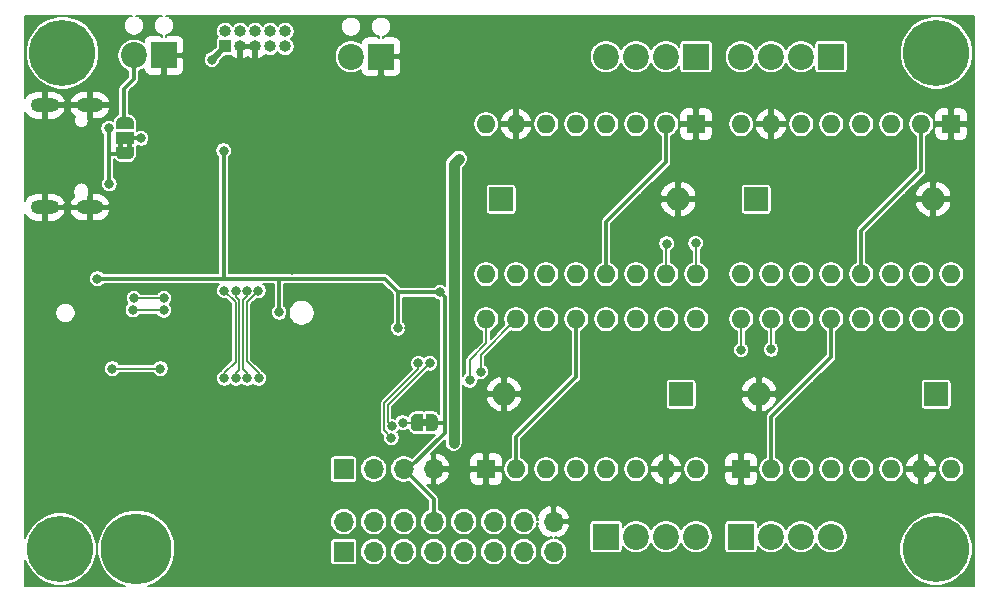
<source format=gbl>
%TF.GenerationSoftware,KiCad,Pcbnew,(5.1.8)-1*%
%TF.CreationDate,2020-12-25T17:53:48+01:00*%
%TF.ProjectId,mmStep,6d6d5374-6570-42e6-9b69-6361645f7063,rev?*%
%TF.SameCoordinates,Original*%
%TF.FileFunction,Copper,L2,Bot*%
%TF.FilePolarity,Positive*%
%FSLAX46Y46*%
G04 Gerber Fmt 4.6, Leading zero omitted, Abs format (unit mm)*
G04 Created by KiCad (PCBNEW (5.1.8)-1) date 2020-12-25 17:53:48*
%MOMM*%
%LPD*%
G01*
G04 APERTURE LIST*
%TA.AperFunction,EtchedComponent*%
%ADD10C,0.100000*%
%TD*%
%TA.AperFunction,ComponentPad*%
%ADD11O,1.600000X1.600000*%
%TD*%
%TA.AperFunction,ComponentPad*%
%ADD12R,1.600000X1.600000*%
%TD*%
%TA.AperFunction,ComponentPad*%
%ADD13C,5.600000*%
%TD*%
%TA.AperFunction,ComponentPad*%
%ADD14O,2.000000X2.000000*%
%TD*%
%TA.AperFunction,ComponentPad*%
%ADD15R,2.000000X2.000000*%
%TD*%
%TA.AperFunction,ComponentPad*%
%ADD16C,6.000000*%
%TD*%
%TA.AperFunction,SMDPad,CuDef*%
%ADD17C,0.100000*%
%TD*%
%TA.AperFunction,ComponentPad*%
%ADD18O,1.700000X1.700000*%
%TD*%
%TA.AperFunction,ComponentPad*%
%ADD19R,1.700000X1.700000*%
%TD*%
%TA.AperFunction,ComponentPad*%
%ADD20C,2.200000*%
%TD*%
%TA.AperFunction,ComponentPad*%
%ADD21R,2.200000X2.200000*%
%TD*%
%TA.AperFunction,ComponentPad*%
%ADD22O,2.400000X1.200000*%
%TD*%
%TA.AperFunction,ComponentPad*%
%ADD23O,2.316000X1.158000*%
%TD*%
%TA.AperFunction,ComponentPad*%
%ADD24O,1.000000X1.000000*%
%TD*%
%TA.AperFunction,ComponentPad*%
%ADD25R,1.000000X1.000000*%
%TD*%
%TA.AperFunction,SMDPad,CuDef*%
%ADD26R,1.500000X1.000000*%
%TD*%
%TA.AperFunction,ViaPad*%
%ADD27C,0.800000*%
%TD*%
%TA.AperFunction,Conductor*%
%ADD28C,0.508000*%
%TD*%
%TA.AperFunction,Conductor*%
%ADD29C,0.304800*%
%TD*%
%TA.AperFunction,Conductor*%
%ADD30C,0.152400*%
%TD*%
%TA.AperFunction,Conductor*%
%ADD31C,0.889000*%
%TD*%
%TA.AperFunction,Conductor*%
%ADD32C,0.203200*%
%TD*%
%TA.AperFunction,Conductor*%
%ADD33C,0.100000*%
%TD*%
G04 APERTURE END LIST*
D10*
%TO.C,JP1*%
G36*
X33887600Y-34498000D02*
G01*
X34387600Y-34498000D01*
X34387600Y-35098000D01*
X33887600Y-35098000D01*
X33887600Y-34498000D01*
G37*
%TO.C,JP2*%
G36*
X8588400Y-11618800D02*
G01*
X8588400Y-11118800D01*
X8188400Y-11118800D01*
X8188400Y-11618800D01*
X8588400Y-11618800D01*
G37*
G36*
X9388400Y-11618800D02*
G01*
X9388400Y-11118800D01*
X8988400Y-11118800D01*
X8988400Y-11618800D01*
X9388400Y-11618800D01*
G37*
%TD*%
D11*
%TO.P,A4,16*%
%TO.N,/Drivers/DIR3*%
X57150000Y-22225000D03*
%TO.P,A4,8*%
%TO.N,Vdrive*%
X39370000Y-9525000D03*
%TO.P,A4,15*%
%TO.N,/Drivers/STP3*%
X54610000Y-22225000D03*
%TO.P,A4,7*%
%TO.N,GND*%
X41910000Y-9525000D03*
%TO.P,A4,14*%
%TO.N,N/C*%
X52070000Y-22225000D03*
%TO.P,A4,6*%
%TO.N,Net-(A4-Pad6)*%
X44450000Y-9525000D03*
%TO.P,A4,13*%
%TO.N,+3V3*%
X49530000Y-22225000D03*
%TO.P,A4,5*%
%TO.N,Net-(A4-Pad5)*%
X46990000Y-9525000D03*
%TO.P,A4,12*%
%TO.N,/Drivers/M24*%
X46990000Y-22225000D03*
%TO.P,A4,4*%
%TO.N,Net-(A4-Pad4)*%
X49530000Y-9525000D03*
%TO.P,A4,11*%
%TO.N,/Drivers/M14*%
X44450000Y-22225000D03*
%TO.P,A4,3*%
%TO.N,Net-(A4-Pad3)*%
X52070000Y-9525000D03*
%TO.P,A4,10*%
%TO.N,/Drivers/M04*%
X41910000Y-22225000D03*
%TO.P,A4,2*%
%TO.N,+3V3*%
X54610000Y-9525000D03*
%TO.P,A4,9*%
%TO.N,/Drivers/~En4*%
X39370000Y-22225000D03*
D12*
%TO.P,A4,1*%
%TO.N,GND*%
X57150000Y-9525000D03*
%TD*%
D11*
%TO.P,A3,16*%
%TO.N,/Drivers/DIR4*%
X78740000Y-22225000D03*
%TO.P,A3,8*%
%TO.N,Vdrive*%
X60960000Y-9525000D03*
%TO.P,A3,15*%
%TO.N,/Drivers/STP4*%
X76200000Y-22225000D03*
%TO.P,A3,7*%
%TO.N,GND*%
X63500000Y-9525000D03*
%TO.P,A3,14*%
%TO.N,N/C*%
X73660000Y-22225000D03*
%TO.P,A3,6*%
%TO.N,Net-(A3-Pad6)*%
X66040000Y-9525000D03*
%TO.P,A3,13*%
%TO.N,+3V3*%
X71120000Y-22225000D03*
%TO.P,A3,5*%
%TO.N,Net-(A3-Pad5)*%
X68580000Y-9525000D03*
%TO.P,A3,12*%
%TO.N,/Drivers/M23*%
X68580000Y-22225000D03*
%TO.P,A3,4*%
%TO.N,Net-(A3-Pad4)*%
X71120000Y-9525000D03*
%TO.P,A3,11*%
%TO.N,/Drivers/M13*%
X66040000Y-22225000D03*
%TO.P,A3,3*%
%TO.N,Net-(A3-Pad3)*%
X73660000Y-9525000D03*
%TO.P,A3,10*%
%TO.N,/Drivers/M03*%
X63500000Y-22225000D03*
%TO.P,A3,2*%
%TO.N,+3V3*%
X76200000Y-9525000D03*
%TO.P,A3,9*%
%TO.N,/Drivers/~EN3*%
X60960000Y-22225000D03*
D12*
%TO.P,A3,1*%
%TO.N,GND*%
X78740000Y-9525000D03*
%TD*%
D11*
%TO.P,A1,16*%
%TO.N,/Drivers/DIR2*%
X39370000Y-26035000D03*
%TO.P,A1,8*%
%TO.N,Vdrive*%
X57150000Y-38735000D03*
%TO.P,A1,15*%
%TO.N,/Drivers/STP2*%
X41910000Y-26035000D03*
%TO.P,A1,7*%
%TO.N,GND*%
X54610000Y-38735000D03*
%TO.P,A1,14*%
%TO.N,N/C*%
X44450000Y-26035000D03*
%TO.P,A1,6*%
%TO.N,Net-(A1-Pad6)*%
X52070000Y-38735000D03*
%TO.P,A1,13*%
%TO.N,+3V3*%
X46990000Y-26035000D03*
%TO.P,A1,5*%
%TO.N,Net-(A1-Pad5)*%
X49530000Y-38735000D03*
%TO.P,A1,12*%
%TO.N,/Drivers/M21*%
X49530000Y-26035000D03*
%TO.P,A1,4*%
%TO.N,Net-(A1-Pad4)*%
X46990000Y-38735000D03*
%TO.P,A1,11*%
%TO.N,/Drivers/M11*%
X52070000Y-26035000D03*
%TO.P,A1,3*%
%TO.N,Net-(A1-Pad3)*%
X44450000Y-38735000D03*
%TO.P,A1,10*%
%TO.N,/Drivers/M01*%
X54610000Y-26035000D03*
%TO.P,A1,2*%
%TO.N,+3V3*%
X41910000Y-38735000D03*
%TO.P,A1,9*%
%TO.N,/Drivers/~EN1*%
X57150000Y-26035000D03*
D12*
%TO.P,A1,1*%
%TO.N,GND*%
X39370000Y-38735000D03*
%TD*%
D11*
%TO.P,A2,16*%
%TO.N,/Drivers/DIR1*%
X60960000Y-26035000D03*
%TO.P,A2,8*%
%TO.N,Vdrive*%
X78740000Y-38735000D03*
%TO.P,A2,15*%
%TO.N,/Drivers/STP1*%
X63500000Y-26035000D03*
%TO.P,A2,7*%
%TO.N,GND*%
X76200000Y-38735000D03*
%TO.P,A2,14*%
%TO.N,N/C*%
X66040000Y-26035000D03*
%TO.P,A2,6*%
%TO.N,Net-(A2-Pad6)*%
X73660000Y-38735000D03*
%TO.P,A2,13*%
%TO.N,+3V3*%
X68580000Y-26035000D03*
%TO.P,A2,5*%
%TO.N,Net-(A2-Pad5)*%
X71120000Y-38735000D03*
%TO.P,A2,12*%
%TO.N,/Drivers/M22*%
X71120000Y-26035000D03*
%TO.P,A2,4*%
%TO.N,Net-(A2-Pad4)*%
X68580000Y-38735000D03*
%TO.P,A2,11*%
%TO.N,/Drivers/M12*%
X73660000Y-26035000D03*
%TO.P,A2,3*%
%TO.N,Net-(A2-Pad3)*%
X66040000Y-38735000D03*
%TO.P,A2,10*%
%TO.N,/Drivers/M02*%
X76200000Y-26035000D03*
%TO.P,A2,2*%
%TO.N,+3V3*%
X63500000Y-38735000D03*
%TO.P,A2,9*%
%TO.N,/Drivers/~EN2*%
X78740000Y-26035000D03*
D12*
%TO.P,A2,1*%
%TO.N,GND*%
X60960000Y-38735000D03*
%TD*%
D13*
%TO.P,REF\u002A\u002A,1*%
%TO.N,N/C*%
X77470000Y-45500000D03*
%TD*%
D14*
%TO.P,C7,2*%
%TO.N,GND*%
X55640000Y-15875000D03*
D15*
%TO.P,C7,1*%
%TO.N,Vdrive*%
X40640000Y-15875000D03*
%TD*%
D14*
%TO.P,C6,2*%
%TO.N,GND*%
X77230000Y-15875000D03*
D15*
%TO.P,C6,1*%
%TO.N,Vdrive*%
X62230000Y-15875000D03*
%TD*%
D14*
%TO.P,C5,2*%
%TO.N,GND*%
X62470000Y-32385000D03*
D15*
%TO.P,C5,1*%
%TO.N,Vdrive*%
X77470000Y-32385000D03*
%TD*%
D14*
%TO.P,C4,2*%
%TO.N,GND*%
X40880000Y-32385000D03*
D15*
%TO.P,C4,1*%
%TO.N,Vdrive*%
X55880000Y-32385000D03*
%TD*%
D16*
%TO.P,J3,BLT*%
%TO.N,N/C*%
X9753600Y-45500000D03*
%TD*%
%TA.AperFunction,SMDPad,CuDef*%
D17*
%TO.P,JP1,1*%
%TO.N,+3V3*%
G36*
X34287600Y-34048000D02*
G01*
X34787600Y-34048000D01*
X34787600Y-34048602D01*
X34812134Y-34048602D01*
X34860965Y-34053412D01*
X34909090Y-34062984D01*
X34956045Y-34077228D01*
X35001378Y-34096005D01*
X35044651Y-34119136D01*
X35085450Y-34146396D01*
X35123379Y-34177524D01*
X35158076Y-34212221D01*
X35189204Y-34250150D01*
X35216464Y-34290949D01*
X35239595Y-34334222D01*
X35258372Y-34379555D01*
X35272616Y-34426510D01*
X35282188Y-34474635D01*
X35286998Y-34523466D01*
X35286998Y-34548000D01*
X35287600Y-34548000D01*
X35287600Y-35048000D01*
X35286998Y-35048000D01*
X35286998Y-35072534D01*
X35282188Y-35121365D01*
X35272616Y-35169490D01*
X35258372Y-35216445D01*
X35239595Y-35261778D01*
X35216464Y-35305051D01*
X35189204Y-35345850D01*
X35158076Y-35383779D01*
X35123379Y-35418476D01*
X35085450Y-35449604D01*
X35044651Y-35476864D01*
X35001378Y-35499995D01*
X34956045Y-35518772D01*
X34909090Y-35533016D01*
X34860965Y-35542588D01*
X34812134Y-35547398D01*
X34787600Y-35547398D01*
X34787600Y-35548000D01*
X34287600Y-35548000D01*
X34287600Y-34048000D01*
G37*
%TD.AperFunction*%
%TA.AperFunction,SMDPad,CuDef*%
%TO.P,JP1,2*%
%TO.N,Net-(JP1-Pad2)*%
G36*
X33487600Y-35547398D02*
G01*
X33463066Y-35547398D01*
X33414235Y-35542588D01*
X33366110Y-35533016D01*
X33319155Y-35518772D01*
X33273822Y-35499995D01*
X33230549Y-35476864D01*
X33189750Y-35449604D01*
X33151821Y-35418476D01*
X33117124Y-35383779D01*
X33085996Y-35345850D01*
X33058736Y-35305051D01*
X33035605Y-35261778D01*
X33016828Y-35216445D01*
X33002584Y-35169490D01*
X32993012Y-35121365D01*
X32988202Y-35072534D01*
X32988202Y-35048000D01*
X32987600Y-35048000D01*
X32987600Y-34548000D01*
X32988202Y-34548000D01*
X32988202Y-34523466D01*
X32993012Y-34474635D01*
X33002584Y-34426510D01*
X33016828Y-34379555D01*
X33035605Y-34334222D01*
X33058736Y-34290949D01*
X33085996Y-34250150D01*
X33117124Y-34212221D01*
X33151821Y-34177524D01*
X33189750Y-34146396D01*
X33230549Y-34119136D01*
X33273822Y-34096005D01*
X33319155Y-34077228D01*
X33366110Y-34062984D01*
X33414235Y-34053412D01*
X33463066Y-34048602D01*
X33487600Y-34048602D01*
X33487600Y-34048000D01*
X33987600Y-34048000D01*
X33987600Y-35548000D01*
X33487600Y-35548000D01*
X33487600Y-35547398D01*
G37*
%TD.AperFunction*%
%TD*%
D18*
%TO.P,J5,4*%
%TO.N,GND*%
X34925000Y-38735000D03*
%TO.P,J5,3*%
%TO.N,+3V3*%
X32385000Y-38735000D03*
%TO.P,J5,2*%
%TO.N,/SCL*%
X29845000Y-38735000D03*
D19*
%TO.P,J5,1*%
%TO.N,/SDA*%
X27305000Y-38735000D03*
%TD*%
D18*
%TO.P,J1,16*%
%TO.N,GND*%
X45085000Y-43180000D03*
%TO.P,J1,15*%
%TO.N,PWM1*%
X45085000Y-45720000D03*
%TO.P,J1,14*%
%TO.N,SPI_MISO*%
X42545000Y-43180000D03*
%TO.P,J1,13*%
%TO.N,G11*%
X42545000Y-45720000D03*
%TO.P,J1,12*%
%TO.N,SPI_MOSI*%
X40005000Y-43180000D03*
%TO.P,J1,11*%
%TO.N,D0*%
X40005000Y-45720000D03*
%TO.P,J1,10*%
%TO.N,SPI_SCK*%
X37465000Y-43180000D03*
%TO.P,J1,9*%
%TO.N,D1*%
X37465000Y-45720000D03*
%TO.P,J1,8*%
%TO.N,+3V3*%
X34925000Y-43180000D03*
%TO.P,J1,7*%
%TO.N,G0*%
X34925000Y-45720000D03*
%TO.P,J1,6*%
%TO.N,A1*%
X32385000Y-43180000D03*
%TO.P,J1,5*%
%TO.N,A0*%
X32385000Y-45720000D03*
%TO.P,J1,4*%
%TO.N,TX1*%
X29845000Y-43180000D03*
%TO.P,J1,3*%
%TO.N,CTS1*%
X29845000Y-45720000D03*
%TO.P,J1,2*%
%TO.N,RX1*%
X27305000Y-43180000D03*
D19*
%TO.P,J1,1*%
%TO.N,RTS1*%
X27305000Y-45720000D03*
%TD*%
D20*
%TO.P,J11,2*%
%TO.N,Vdrive*%
X27940000Y-3810000D03*
D21*
%TO.P,J11,1*%
%TO.N,GND*%
X30480000Y-3810000D03*
%TD*%
D20*
%TO.P,J9,4*%
%TO.N,Net-(A3-Pad6)*%
X60960000Y-3810000D03*
%TO.P,J9,3*%
%TO.N,Net-(A3-Pad5)*%
X63500000Y-3810000D03*
%TO.P,J9,2*%
%TO.N,Net-(A3-Pad4)*%
X66040000Y-3810000D03*
D21*
%TO.P,J9,1*%
%TO.N,Net-(A3-Pad3)*%
X68580000Y-3810000D03*
%TD*%
D20*
%TO.P,J10,4*%
%TO.N,Net-(A4-Pad6)*%
X49530000Y-3810000D03*
%TO.P,J10,3*%
%TO.N,Net-(A4-Pad5)*%
X52070000Y-3810000D03*
%TO.P,J10,2*%
%TO.N,Net-(A4-Pad4)*%
X54610000Y-3810000D03*
D21*
%TO.P,J10,1*%
%TO.N,Net-(A4-Pad3)*%
X57150000Y-3810000D03*
%TD*%
D20*
%TO.P,J8,4*%
%TO.N,Net-(A1-Pad6)*%
X57150000Y-44450000D03*
%TO.P,J8,3*%
%TO.N,Net-(A1-Pad5)*%
X54610000Y-44450000D03*
%TO.P,J8,2*%
%TO.N,Net-(A1-Pad4)*%
X52070000Y-44450000D03*
D21*
%TO.P,J8,1*%
%TO.N,Net-(A1-Pad3)*%
X49530000Y-44450000D03*
%TD*%
D20*
%TO.P,J7,4*%
%TO.N,Net-(A2-Pad6)*%
X68580000Y-44450000D03*
%TO.P,J7,3*%
%TO.N,Net-(A2-Pad5)*%
X66040000Y-44450000D03*
%TO.P,J7,2*%
%TO.N,Net-(A2-Pad4)*%
X63500000Y-44450000D03*
D21*
%TO.P,J7,1*%
%TO.N,Net-(A2-Pad3)*%
X60960000Y-44450000D03*
%TD*%
D22*
%TO.P,J2,S6*%
%TO.N,GND*%
X2000000Y-16570000D03*
%TO.P,J2,S5*%
X2000000Y-7930000D03*
D23*
%TO.P,J2,S4*%
X5825000Y-16570000D03*
%TO.P,J2,S3*%
X5825000Y-7930000D03*
%TD*%
D13*
%TO.P,REF\u002A\u002A,1*%
%TO.N,N/C*%
X3500000Y-3500000D03*
%TD*%
%TO.P,REF\u002A\u002A,1*%
%TO.N,N/C*%
X77500000Y-3500000D03*
%TD*%
%TO.P,REF\u002A\u002A,1*%
%TO.N,N/C*%
X3302000Y-45500000D03*
%TD*%
D24*
%TO.P,J4,10*%
%TO.N,RESET*%
X22352000Y-1676400D03*
%TO.P,J4,9*%
%TO.N,N/C*%
X22352000Y-2946400D03*
%TO.P,J4,8*%
X21082000Y-1676400D03*
%TO.P,J4,7*%
X21082000Y-2946400D03*
%TO.P,J4,6*%
X19812000Y-1676400D03*
%TO.P,J4,5*%
%TO.N,GND*%
X19812000Y-2946400D03*
%TO.P,J4,4*%
%TO.N,/SWDCK*%
X18542000Y-1676400D03*
%TO.P,J4,3*%
%TO.N,GND*%
X18542000Y-2946400D03*
%TO.P,J4,2*%
%TO.N,/SWDIO*%
X17272000Y-1676400D03*
D25*
%TO.P,J4,1*%
%TO.N,+3V3*%
X17272000Y-2946400D03*
%TD*%
D20*
%TO.P,J6,2*%
%TO.N,/V_IN*%
X9550400Y-3708400D03*
D21*
%TO.P,J6,1*%
%TO.N,GND*%
X12090400Y-3708400D03*
%TD*%
%TA.AperFunction,SMDPad,CuDef*%
D17*
%TO.P,JP2,1*%
%TO.N,V_USB*%
G36*
X9538400Y-11468800D02*
G01*
X9538400Y-12018800D01*
X9537798Y-12018800D01*
X9537798Y-12043334D01*
X9532988Y-12092165D01*
X9523416Y-12140290D01*
X9509172Y-12187245D01*
X9490395Y-12232578D01*
X9467264Y-12275851D01*
X9440004Y-12316650D01*
X9408876Y-12354579D01*
X9374179Y-12389276D01*
X9336250Y-12420404D01*
X9295451Y-12447664D01*
X9252178Y-12470795D01*
X9206845Y-12489572D01*
X9159890Y-12503816D01*
X9111765Y-12513388D01*
X9062934Y-12518198D01*
X9038400Y-12518198D01*
X9038400Y-12518800D01*
X8538400Y-12518800D01*
X8538400Y-12518198D01*
X8513866Y-12518198D01*
X8465035Y-12513388D01*
X8416910Y-12503816D01*
X8369955Y-12489572D01*
X8324622Y-12470795D01*
X8281349Y-12447664D01*
X8240550Y-12420404D01*
X8202621Y-12389276D01*
X8167924Y-12354579D01*
X8136796Y-12316650D01*
X8109536Y-12275851D01*
X8086405Y-12232578D01*
X8067628Y-12187245D01*
X8053384Y-12140290D01*
X8043812Y-12092165D01*
X8039002Y-12043334D01*
X8039002Y-12018800D01*
X8038400Y-12018800D01*
X8038400Y-11468800D01*
X9538400Y-11468800D01*
G37*
%TD.AperFunction*%
D26*
%TO.P,JP2,2*%
%TO.N,/V_R*%
X8788400Y-10718800D03*
%TA.AperFunction,SMDPad,CuDef*%
D17*
%TO.P,JP2,3*%
%TO.N,/V_IN*%
G36*
X8039002Y-9418800D02*
G01*
X8039002Y-9394266D01*
X8043812Y-9345435D01*
X8053384Y-9297310D01*
X8067628Y-9250355D01*
X8086405Y-9205022D01*
X8109536Y-9161749D01*
X8136796Y-9120950D01*
X8167924Y-9083021D01*
X8202621Y-9048324D01*
X8240550Y-9017196D01*
X8281349Y-8989936D01*
X8324622Y-8966805D01*
X8369955Y-8948028D01*
X8416910Y-8933784D01*
X8465035Y-8924212D01*
X8513866Y-8919402D01*
X8538400Y-8919402D01*
X8538400Y-8918800D01*
X9038400Y-8918800D01*
X9038400Y-8919402D01*
X9062934Y-8919402D01*
X9111765Y-8924212D01*
X9159890Y-8933784D01*
X9206845Y-8948028D01*
X9252178Y-8966805D01*
X9295451Y-8989936D01*
X9336250Y-9017196D01*
X9374179Y-9048324D01*
X9408876Y-9083021D01*
X9440004Y-9120950D01*
X9467264Y-9161749D01*
X9490395Y-9205022D01*
X9509172Y-9250355D01*
X9523416Y-9297310D01*
X9532988Y-9345435D01*
X9537798Y-9394266D01*
X9537798Y-9418800D01*
X9538400Y-9418800D01*
X9538400Y-9968800D01*
X8038400Y-9968800D01*
X8038400Y-9418800D01*
X8039002Y-9418800D01*
G37*
%TD.AperFunction*%
%TD*%
D27*
%TO.N,GND*%
X5029200Y-13868400D03*
X10007600Y-15646400D03*
X5016500Y-11493500D03*
X14376400Y-7366000D03*
X15697200Y-13208000D03*
X13258800Y-21590000D03*
X5232532Y-21551744D03*
X34290000Y-22758400D03*
X32867585Y-26822417D03*
X22910800Y-21844000D03*
X13258800Y-26162000D03*
%TO.N,+3V3*%
X16154398Y-4064000D03*
X21844000Y-25450800D03*
X17145000Y-11785600D03*
X6451600Y-22606000D03*
X31915383Y-26802560D03*
X35477490Y-23774400D03*
%TO.N,V_USB*%
X7427760Y-9887491D03*
X7467624Y-14600000D03*
%TO.N,/V_R*%
X10160000Y-10718800D03*
%TO.N,RESET*%
X7719426Y-30226000D03*
X11785598Y-30226000D03*
%TO.N,Vdrive*%
X37084000Y-12446000D03*
X36626802Y-36525200D03*
%TO.N,/Drivers/DIR1*%
X60960000Y-28651200D03*
%TO.N,/Drivers/STP1*%
X63500000Y-28606644D03*
%TO.N,/Drivers/DIR2*%
X37984997Y-31229909D03*
%TO.N,/Drivers/STP2*%
X38912802Y-30480000D03*
%TO.N,/Drivers/DIR3*%
X57102324Y-19605676D03*
%TO.N,/Drivers/STP3*%
X54670462Y-19653356D03*
%TO.N,SPI_MISO*%
X20091218Y-23621946D03*
X20116800Y-31037859D03*
%TO.N,SPI_MOSI*%
X19138809Y-23624033D03*
X19151600Y-31038800D03*
%TO.N,SPI_SCK*%
X18186400Y-23622000D03*
X18186400Y-31037879D03*
%TO.N,/SCL*%
X9463971Y-25275674D03*
X12090400Y-25298400D03*
X33642676Y-29792231D03*
X31343602Y-36068000D03*
%TO.N,/SDA*%
X9550400Y-24282400D03*
X12090400Y-24282400D03*
X34594800Y-29768794D03*
X31362610Y-35102800D03*
%TO.N,PWM1*%
X17221197Y-23621997D03*
X17221204Y-31038804D03*
%TO.N,Net-(JP1-Pad2)*%
X32308800Y-34798000D03*
%TD*%
D28*
%TO.N,+3V3*%
X17272000Y-2946400D02*
X16554397Y-3664001D01*
X16554397Y-3664001D02*
X16154398Y-4064000D01*
D29*
X54610000Y-9525000D02*
X54610000Y-12700000D01*
X49530000Y-17780000D02*
X49530000Y-22225000D01*
X54610000Y-12700000D02*
X49530000Y-17780000D01*
X76200000Y-9525000D02*
X76200000Y-13462000D01*
X71120000Y-18542000D02*
X71120000Y-22225000D01*
X76200000Y-13462000D02*
X71120000Y-18542000D01*
X34925000Y-43180000D02*
X34925000Y-41275000D01*
X41910000Y-35993506D02*
X41910000Y-38735000D01*
X46990000Y-30913506D02*
X41910000Y-35993506D01*
X46990000Y-26035000D02*
X46990000Y-30913506D01*
X34787600Y-34798000D02*
X35661600Y-34798000D01*
X34925000Y-41275000D02*
X32385000Y-38735000D01*
X17322800Y-22606000D02*
X6451600Y-22606000D01*
X31915383Y-23863017D02*
X32004000Y-23774400D01*
X31915383Y-26802560D02*
X31915383Y-23863017D01*
X32004000Y-23774400D02*
X35477490Y-23774400D01*
X21844000Y-22656800D02*
X21894800Y-22606000D01*
X21844000Y-25450800D02*
X21844000Y-22656800D01*
X17322800Y-22606000D02*
X21894800Y-22606000D01*
X31953200Y-23774400D02*
X32004000Y-23774400D01*
X30784800Y-22606000D02*
X31953200Y-23774400D01*
X21894800Y-22606000D02*
X30784800Y-22606000D01*
X17145000Y-11785600D02*
X17145000Y-22555200D01*
X35864800Y-24161710D02*
X35477490Y-23774400D01*
X35864800Y-34798000D02*
X35864800Y-24161710D01*
X35661600Y-34798000D02*
X35864800Y-34798000D01*
X32766592Y-38735000D02*
X32385000Y-38735000D01*
X35864800Y-35636792D02*
X32766592Y-38735000D01*
X35864800Y-34798000D02*
X35864800Y-35636792D01*
X63500000Y-34290000D02*
X63500000Y-38735000D01*
X68580000Y-29210000D02*
X63500000Y-34290000D01*
X68580000Y-26035000D02*
X68580000Y-29210000D01*
%TO.N,V_USB*%
X7427760Y-14560136D02*
X7467624Y-14600000D01*
X7468720Y-12018800D02*
X7427760Y-11977840D01*
X8788400Y-12018800D02*
X7468720Y-12018800D01*
X7427760Y-11977840D02*
X7427760Y-14560136D01*
X7427760Y-9887491D02*
X7427760Y-11977840D01*
%TO.N,/V_R*%
X8686800Y-10718800D02*
X9906000Y-10718800D01*
%TO.N,/V_IN*%
X9550400Y-5689600D02*
X9550400Y-3708400D01*
X8686800Y-6553200D02*
X9550400Y-5689600D01*
X8686800Y-9418800D02*
X8686800Y-6553200D01*
D30*
%TO.N,RESET*%
X7719426Y-30226000D02*
X11785598Y-30226000D01*
D31*
%TO.N,Vdrive*%
X40640000Y-15875000D02*
X40462200Y-15875000D01*
X36626800Y-36525198D02*
X36626802Y-36525200D01*
X36626800Y-12903200D02*
X36626800Y-36525198D01*
X37084000Y-12446000D02*
X36626800Y-12903200D01*
D30*
%TO.N,/Drivers/DIR1*%
X60960000Y-26035000D02*
X60960000Y-28651200D01*
%TO.N,/Drivers/STP1*%
X63500000Y-26035000D02*
X63500000Y-28606644D01*
%TO.N,/Drivers/DIR2*%
X37984997Y-29477403D02*
X37984997Y-31229909D01*
X39370000Y-28092400D02*
X37984997Y-29477403D01*
X39370000Y-26035000D02*
X39370000Y-28092400D01*
%TO.N,/Drivers/STP2*%
X41910000Y-26035000D02*
X41910000Y-26060400D01*
X38912802Y-29057598D02*
X38912802Y-30480000D01*
X41910000Y-26060400D02*
X38912802Y-29057598D01*
%TO.N,/Drivers/DIR3*%
X57150000Y-22225000D02*
X57150000Y-19653352D01*
X57150000Y-19653352D02*
X57102324Y-19605676D01*
%TO.N,/Drivers/STP3*%
X54610000Y-19713818D02*
X54670462Y-19653356D01*
X54610000Y-22225000D02*
X54610000Y-19713818D01*
%TO.N,SPI_MISO*%
X19100800Y-29615459D02*
X20116800Y-30631459D01*
X19100800Y-24612364D02*
X19100800Y-29615459D01*
X20091218Y-23621946D02*
X19100800Y-24612364D01*
X20116800Y-31037859D02*
X20116800Y-30631459D01*
%TO.N,SPI_MOSI*%
X18796000Y-30276800D02*
X19151600Y-30632400D01*
X18796000Y-24434800D02*
X18796000Y-30276800D01*
X19138809Y-24091991D02*
X18796000Y-24434800D01*
X19138809Y-23624033D02*
X19138809Y-24091991D01*
X19151600Y-31038800D02*
X19151600Y-30632400D01*
%TO.N,SPI_SCK*%
X18491200Y-30326679D02*
X18186400Y-30631479D01*
X18491200Y-24434800D02*
X18491200Y-30326679D01*
X18186400Y-24130000D02*
X18491200Y-24434800D01*
X18186400Y-23622000D02*
X18186400Y-24130000D01*
X18186400Y-31037879D02*
X18186400Y-30631479D01*
%TO.N,/SCL*%
X9463971Y-25275674D02*
X12067674Y-25275674D01*
X12067674Y-25275674D02*
X12090400Y-25298400D01*
X30734000Y-35458398D02*
X31343602Y-36068000D01*
X30734000Y-33172400D02*
X30734000Y-35458398D01*
X33642676Y-30263724D02*
X30734000Y-33172400D01*
X33642676Y-29792231D02*
X33642676Y-30263724D01*
%TO.N,/SDA*%
X9550400Y-24282400D02*
X12090400Y-24282400D01*
X34696400Y-29704682D02*
X34748107Y-29652975D01*
X31038800Y-34778990D02*
X31362610Y-35102800D01*
X31038800Y-33324794D02*
X31038800Y-34778990D01*
X34594800Y-29768794D02*
X31038800Y-33324794D01*
%TO.N,PWM1*%
X18186400Y-29667208D02*
X17221204Y-30632404D01*
X18186400Y-24587200D02*
X18186400Y-29667208D01*
X17221197Y-23621997D02*
X18186400Y-24587200D01*
X17221204Y-30632404D02*
X17221204Y-31038804D01*
%TO.N,Net-(JP1-Pad2)*%
X33487600Y-34798000D02*
X32308800Y-34798000D01*
%TD*%
D32*
%TO.N,GND*%
X9301064Y-346449D02*
X9145500Y-410886D01*
X9005497Y-504433D01*
X8886433Y-623497D01*
X8792886Y-763500D01*
X8728449Y-919064D01*
X8695600Y-1084210D01*
X8695600Y-1252590D01*
X8728449Y-1417736D01*
X8792886Y-1573300D01*
X8886433Y-1713303D01*
X9005497Y-1832367D01*
X9145500Y-1925914D01*
X9301064Y-1990351D01*
X9466210Y-2023200D01*
X9634590Y-2023200D01*
X9799736Y-1990351D01*
X9955300Y-1925914D01*
X10095303Y-1832367D01*
X10214367Y-1713303D01*
X10307914Y-1573300D01*
X10372351Y-1417736D01*
X10405200Y-1252590D01*
X10405200Y-1084210D01*
X10372351Y-919064D01*
X10307914Y-763500D01*
X10214367Y-623497D01*
X10095303Y-504433D01*
X9955300Y-410886D01*
X9799736Y-346449D01*
X9716034Y-329800D01*
X11924766Y-329800D01*
X11841064Y-346449D01*
X11685500Y-410886D01*
X11545497Y-504433D01*
X11426433Y-623497D01*
X11332886Y-763500D01*
X11268449Y-919064D01*
X11235600Y-1084210D01*
X11235600Y-1252590D01*
X11268449Y-1417736D01*
X11332886Y-1573300D01*
X11426433Y-1713303D01*
X11545497Y-1832367D01*
X11685500Y-1925914D01*
X11841064Y-1990351D01*
X11937998Y-2009632D01*
X11937998Y-2151198D01*
X11785600Y-1998800D01*
X10990400Y-1995850D01*
X10870897Y-2007620D01*
X10755987Y-2042478D01*
X10650085Y-2099083D01*
X10557262Y-2175262D01*
X10481083Y-2268085D01*
X10424478Y-2373987D01*
X10389620Y-2488897D01*
X10381237Y-2574009D01*
X10215822Y-2463483D01*
X9960165Y-2357586D01*
X9688761Y-2303600D01*
X9412039Y-2303600D01*
X9140635Y-2357586D01*
X8884978Y-2463483D01*
X8654892Y-2617221D01*
X8459221Y-2812892D01*
X8305483Y-3042978D01*
X8199586Y-3298635D01*
X8145600Y-3570039D01*
X8145600Y-3846761D01*
X8199586Y-4118165D01*
X8305483Y-4373822D01*
X8459221Y-4603908D01*
X8654892Y-4799579D01*
X8884978Y-4953317D01*
X9093200Y-5039566D01*
X9093200Y-5500222D01*
X8379392Y-6214030D01*
X8361948Y-6228347D01*
X8347631Y-6245792D01*
X8347630Y-6245793D01*
X8304813Y-6297965D01*
X8262360Y-6377391D01*
X8236216Y-6463574D01*
X8227389Y-6553200D01*
X8229601Y-6575660D01*
X8229600Y-8676609D01*
X8185497Y-8694877D01*
X8132544Y-8723181D01*
X8051045Y-8777637D01*
X8004634Y-8815726D01*
X7935326Y-8885034D01*
X7897237Y-8931445D01*
X7842781Y-9012944D01*
X7814477Y-9065897D01*
X7776968Y-9156453D01*
X7759540Y-9213907D01*
X7750693Y-9258385D01*
X7633343Y-9209776D01*
X7497177Y-9182691D01*
X7358343Y-9182691D01*
X7222177Y-9209776D01*
X7093912Y-9262906D01*
X6978476Y-9340037D01*
X6880306Y-9438207D01*
X6803175Y-9553643D01*
X6750045Y-9681908D01*
X6722960Y-9818074D01*
X6722960Y-9956908D01*
X6750045Y-10093074D01*
X6803175Y-10221339D01*
X6880306Y-10336775D01*
X6970560Y-10427029D01*
X6970561Y-11955371D01*
X6970560Y-11955381D01*
X6970560Y-11955390D01*
X6968349Y-11977840D01*
X6970560Y-12000290D01*
X6970561Y-14100325D01*
X6920170Y-14150716D01*
X6843039Y-14266152D01*
X6789909Y-14394417D01*
X6762824Y-14530583D01*
X6762824Y-14669417D01*
X6789909Y-14805583D01*
X6843039Y-14933848D01*
X6920170Y-15049284D01*
X7018340Y-15147454D01*
X7133776Y-15224585D01*
X7262041Y-15277715D01*
X7398207Y-15304800D01*
X7537041Y-15304800D01*
X7673207Y-15277715D01*
X7801472Y-15224585D01*
X7916908Y-15147454D01*
X8015078Y-15049284D01*
X8092209Y-14933848D01*
X8145339Y-14805583D01*
X8172424Y-14669417D01*
X8172424Y-14530583D01*
X8145339Y-14394417D01*
X8092209Y-14266152D01*
X8015078Y-14150716D01*
X7916908Y-14052546D01*
X7884960Y-14031199D01*
X7884960Y-12487781D01*
X7897237Y-12506155D01*
X7935326Y-12552566D01*
X8004634Y-12621874D01*
X8051045Y-12659963D01*
X8132544Y-12714419D01*
X8185497Y-12742723D01*
X8276053Y-12780232D01*
X8333507Y-12797660D01*
X8429640Y-12816782D01*
X8489391Y-12822667D01*
X8513951Y-12822667D01*
X8538400Y-12825075D01*
X9038400Y-12825075D01*
X9062849Y-12822667D01*
X9087409Y-12822667D01*
X9147160Y-12816782D01*
X9243293Y-12797660D01*
X9300747Y-12780232D01*
X9391303Y-12742723D01*
X9444256Y-12714419D01*
X9525755Y-12659963D01*
X9572166Y-12621874D01*
X9641474Y-12552566D01*
X9679563Y-12506155D01*
X9734019Y-12424656D01*
X9762323Y-12371703D01*
X9799832Y-12281147D01*
X9817260Y-12223693D01*
X9836382Y-12127560D01*
X9842267Y-12067809D01*
X9842267Y-12043249D01*
X9844675Y-12018800D01*
X9844675Y-11468800D01*
X9838790Y-11409049D01*
X9821361Y-11351594D01*
X9817195Y-11343799D01*
X9819715Y-11339084D01*
X9826152Y-11343385D01*
X9954417Y-11396515D01*
X10090583Y-11423600D01*
X10229417Y-11423600D01*
X10365583Y-11396515D01*
X10493848Y-11343385D01*
X10609284Y-11266254D01*
X10707454Y-11168084D01*
X10784585Y-11052648D01*
X10837715Y-10924383D01*
X10864800Y-10788217D01*
X10864800Y-10649383D01*
X10837715Y-10513217D01*
X10784585Y-10384952D01*
X10707454Y-10269516D01*
X10609284Y-10171346D01*
X10493848Y-10094215D01*
X10365583Y-10041085D01*
X10229417Y-10014000D01*
X10090583Y-10014000D01*
X9954417Y-10041085D01*
X9826152Y-10094215D01*
X9819715Y-10098516D01*
X9817195Y-10093801D01*
X9821361Y-10086006D01*
X9838790Y-10028551D01*
X9844675Y-9968800D01*
X9844675Y-9418800D01*
X9844418Y-9416187D01*
X38265200Y-9416187D01*
X38265200Y-9633813D01*
X38307657Y-9847258D01*
X38390939Y-10048319D01*
X38511846Y-10229269D01*
X38665731Y-10383154D01*
X38846681Y-10504061D01*
X39047742Y-10587343D01*
X39261187Y-10629800D01*
X39478813Y-10629800D01*
X39692258Y-10587343D01*
X39893319Y-10504061D01*
X40074269Y-10383154D01*
X40228154Y-10229269D01*
X40349061Y-10048319D01*
X40412674Y-9894742D01*
X40549750Y-9894742D01*
X40648020Y-10153009D01*
X40794787Y-10387142D01*
X40984411Y-10588143D01*
X41209605Y-10748288D01*
X41461715Y-10861423D01*
X41540259Y-10885244D01*
X41757600Y-10772929D01*
X41757600Y-9677400D01*
X42062400Y-9677400D01*
X42062400Y-10772929D01*
X42279741Y-10885244D01*
X42358285Y-10861423D01*
X42610395Y-10748288D01*
X42835589Y-10588143D01*
X43025213Y-10387142D01*
X43171980Y-10153009D01*
X43270250Y-9894742D01*
X43158943Y-9677400D01*
X42062400Y-9677400D01*
X41757600Y-9677400D01*
X40661057Y-9677400D01*
X40549750Y-9894742D01*
X40412674Y-9894742D01*
X40432343Y-9847258D01*
X40474800Y-9633813D01*
X40474800Y-9416187D01*
X43345200Y-9416187D01*
X43345200Y-9633813D01*
X43387657Y-9847258D01*
X43470939Y-10048319D01*
X43591846Y-10229269D01*
X43745731Y-10383154D01*
X43926681Y-10504061D01*
X44127742Y-10587343D01*
X44341187Y-10629800D01*
X44558813Y-10629800D01*
X44772258Y-10587343D01*
X44973319Y-10504061D01*
X45154269Y-10383154D01*
X45308154Y-10229269D01*
X45429061Y-10048319D01*
X45512343Y-9847258D01*
X45554800Y-9633813D01*
X45554800Y-9416187D01*
X45885200Y-9416187D01*
X45885200Y-9633813D01*
X45927657Y-9847258D01*
X46010939Y-10048319D01*
X46131846Y-10229269D01*
X46285731Y-10383154D01*
X46466681Y-10504061D01*
X46667742Y-10587343D01*
X46881187Y-10629800D01*
X47098813Y-10629800D01*
X47312258Y-10587343D01*
X47513319Y-10504061D01*
X47694269Y-10383154D01*
X47848154Y-10229269D01*
X47969061Y-10048319D01*
X48052343Y-9847258D01*
X48094800Y-9633813D01*
X48094800Y-9416187D01*
X48425200Y-9416187D01*
X48425200Y-9633813D01*
X48467657Y-9847258D01*
X48550939Y-10048319D01*
X48671846Y-10229269D01*
X48825731Y-10383154D01*
X49006681Y-10504061D01*
X49207742Y-10587343D01*
X49421187Y-10629800D01*
X49638813Y-10629800D01*
X49852258Y-10587343D01*
X50053319Y-10504061D01*
X50234269Y-10383154D01*
X50388154Y-10229269D01*
X50509061Y-10048319D01*
X50592343Y-9847258D01*
X50634800Y-9633813D01*
X50634800Y-9416187D01*
X50965200Y-9416187D01*
X50965200Y-9633813D01*
X51007657Y-9847258D01*
X51090939Y-10048319D01*
X51211846Y-10229269D01*
X51365731Y-10383154D01*
X51546681Y-10504061D01*
X51747742Y-10587343D01*
X51961187Y-10629800D01*
X52178813Y-10629800D01*
X52392258Y-10587343D01*
X52593319Y-10504061D01*
X52774269Y-10383154D01*
X52928154Y-10229269D01*
X53049061Y-10048319D01*
X53132343Y-9847258D01*
X53174800Y-9633813D01*
X53174800Y-9416187D01*
X53132343Y-9202742D01*
X53049061Y-9001681D01*
X52928154Y-8820731D01*
X52774269Y-8666846D01*
X52593319Y-8545939D01*
X52392258Y-8462657D01*
X52178813Y-8420200D01*
X51961187Y-8420200D01*
X51747742Y-8462657D01*
X51546681Y-8545939D01*
X51365731Y-8666846D01*
X51211846Y-8820731D01*
X51090939Y-9001681D01*
X51007657Y-9202742D01*
X50965200Y-9416187D01*
X50634800Y-9416187D01*
X50592343Y-9202742D01*
X50509061Y-9001681D01*
X50388154Y-8820731D01*
X50234269Y-8666846D01*
X50053319Y-8545939D01*
X49852258Y-8462657D01*
X49638813Y-8420200D01*
X49421187Y-8420200D01*
X49207742Y-8462657D01*
X49006681Y-8545939D01*
X48825731Y-8666846D01*
X48671846Y-8820731D01*
X48550939Y-9001681D01*
X48467657Y-9202742D01*
X48425200Y-9416187D01*
X48094800Y-9416187D01*
X48052343Y-9202742D01*
X47969061Y-9001681D01*
X47848154Y-8820731D01*
X47694269Y-8666846D01*
X47513319Y-8545939D01*
X47312258Y-8462657D01*
X47098813Y-8420200D01*
X46881187Y-8420200D01*
X46667742Y-8462657D01*
X46466681Y-8545939D01*
X46285731Y-8666846D01*
X46131846Y-8820731D01*
X46010939Y-9001681D01*
X45927657Y-9202742D01*
X45885200Y-9416187D01*
X45554800Y-9416187D01*
X45512343Y-9202742D01*
X45429061Y-9001681D01*
X45308154Y-8820731D01*
X45154269Y-8666846D01*
X44973319Y-8545939D01*
X44772258Y-8462657D01*
X44558813Y-8420200D01*
X44341187Y-8420200D01*
X44127742Y-8462657D01*
X43926681Y-8545939D01*
X43745731Y-8666846D01*
X43591846Y-8820731D01*
X43470939Y-9001681D01*
X43387657Y-9202742D01*
X43345200Y-9416187D01*
X40474800Y-9416187D01*
X40432343Y-9202742D01*
X40412675Y-9155258D01*
X40549750Y-9155258D01*
X40661057Y-9372600D01*
X41757600Y-9372600D01*
X41757600Y-8277071D01*
X42062400Y-8277071D01*
X42062400Y-9372600D01*
X43158943Y-9372600D01*
X43270250Y-9155258D01*
X43171980Y-8896991D01*
X43025213Y-8662858D01*
X42835589Y-8461857D01*
X42610395Y-8301712D01*
X42358285Y-8188577D01*
X42279741Y-8164756D01*
X42062400Y-8277071D01*
X41757600Y-8277071D01*
X41540259Y-8164756D01*
X41461715Y-8188577D01*
X41209605Y-8301712D01*
X40984411Y-8461857D01*
X40794787Y-8662858D01*
X40648020Y-8896991D01*
X40549750Y-9155258D01*
X40412675Y-9155258D01*
X40349061Y-9001681D01*
X40228154Y-8820731D01*
X40074269Y-8666846D01*
X39893319Y-8545939D01*
X39692258Y-8462657D01*
X39478813Y-8420200D01*
X39261187Y-8420200D01*
X39047742Y-8462657D01*
X38846681Y-8545939D01*
X38665731Y-8666846D01*
X38511846Y-8820731D01*
X38390939Y-9001681D01*
X38307657Y-9202742D01*
X38265200Y-9416187D01*
X9844418Y-9416187D01*
X9842267Y-9394351D01*
X9842267Y-9369791D01*
X9836382Y-9310040D01*
X9817260Y-9213907D01*
X9799832Y-9156453D01*
X9762323Y-9065897D01*
X9734019Y-9012944D01*
X9679563Y-8931445D01*
X9641474Y-8885034D01*
X9572166Y-8815726D01*
X9525755Y-8777637D01*
X9444256Y-8723181D01*
X9391303Y-8694877D01*
X9300747Y-8657368D01*
X9243293Y-8639940D01*
X9147160Y-8620818D01*
X9144000Y-8620507D01*
X9144000Y-6742577D01*
X9857809Y-6028769D01*
X9875253Y-6014453D01*
X9932387Y-5944836D01*
X9974841Y-5865409D01*
X10000985Y-5779227D01*
X10007600Y-5712060D01*
X10007600Y-5712050D01*
X10009811Y-5689600D01*
X10007600Y-5667150D01*
X10007600Y-5039566D01*
X10215822Y-4953317D01*
X10381237Y-4842791D01*
X10389620Y-4927903D01*
X10424478Y-5042813D01*
X10481083Y-5148715D01*
X10557262Y-5241538D01*
X10650085Y-5317717D01*
X10755987Y-5374322D01*
X10870897Y-5409180D01*
X10990400Y-5420950D01*
X11785600Y-5418000D01*
X11938000Y-5265600D01*
X11938000Y-3860800D01*
X12242800Y-3860800D01*
X12242800Y-5265600D01*
X12395200Y-5418000D01*
X13190400Y-5420950D01*
X13309903Y-5409180D01*
X13424813Y-5374322D01*
X13530715Y-5317717D01*
X13623538Y-5241538D01*
X13699717Y-5148715D01*
X13756322Y-5042813D01*
X13791180Y-4927903D01*
X13802950Y-4808400D01*
X13800000Y-4013200D01*
X13781383Y-3994583D01*
X15449598Y-3994583D01*
X15449598Y-4133417D01*
X15476683Y-4269583D01*
X15529813Y-4397848D01*
X15606944Y-4513284D01*
X15705114Y-4611454D01*
X15820550Y-4688585D01*
X15948815Y-4741715D01*
X16084981Y-4768800D01*
X16223815Y-4768800D01*
X16359981Y-4741715D01*
X16488246Y-4688585D01*
X16603682Y-4611454D01*
X16701852Y-4513284D01*
X16778983Y-4397848D01*
X16832113Y-4269583D01*
X16855214Y-4153447D01*
X16968934Y-4039727D01*
X16968942Y-4039717D01*
X17255987Y-3752674D01*
X17772000Y-3752674D01*
X17785312Y-3751363D01*
X17838361Y-3804376D01*
X18019264Y-3925163D01*
X18219542Y-4008112D01*
X18389600Y-3891390D01*
X18389600Y-3098800D01*
X18694400Y-3098800D01*
X18694400Y-3891390D01*
X18864458Y-4008112D01*
X19064736Y-3925163D01*
X19177000Y-3850206D01*
X19289264Y-3925163D01*
X19489542Y-4008112D01*
X19659600Y-3891390D01*
X19659600Y-3098800D01*
X18694400Y-3098800D01*
X18389600Y-3098800D01*
X18369600Y-3098800D01*
X18369600Y-2794000D01*
X18389600Y-2794000D01*
X18389600Y-2774000D01*
X18694400Y-2774000D01*
X18694400Y-2794000D01*
X19659600Y-2794000D01*
X19659600Y-2774000D01*
X19964400Y-2774000D01*
X19964400Y-2794000D01*
X19984400Y-2794000D01*
X19984400Y-3098800D01*
X19964400Y-3098800D01*
X19964400Y-3891390D01*
X20134458Y-4008112D01*
X20334736Y-3925163D01*
X20515639Y-3804376D01*
X20669502Y-3650617D01*
X20675009Y-3642382D01*
X20700784Y-3659604D01*
X20847249Y-3720272D01*
X21002734Y-3751200D01*
X21161266Y-3751200D01*
X21316751Y-3720272D01*
X21463216Y-3659604D01*
X21595030Y-3571529D01*
X21707129Y-3459430D01*
X21717000Y-3444657D01*
X21726871Y-3459430D01*
X21838970Y-3571529D01*
X21970784Y-3659604D01*
X22117249Y-3720272D01*
X22272734Y-3751200D01*
X22431266Y-3751200D01*
X22586751Y-3720272D01*
X22704161Y-3671639D01*
X26535200Y-3671639D01*
X26535200Y-3948361D01*
X26589186Y-4219765D01*
X26695083Y-4475422D01*
X26848821Y-4705508D01*
X27044492Y-4901179D01*
X27274578Y-5054917D01*
X27530235Y-5160814D01*
X27801639Y-5214800D01*
X28078361Y-5214800D01*
X28349765Y-5160814D01*
X28605422Y-5054917D01*
X28770837Y-4944391D01*
X28779220Y-5029503D01*
X28814078Y-5144413D01*
X28870683Y-5250315D01*
X28946862Y-5343138D01*
X29039685Y-5419317D01*
X29145587Y-5475922D01*
X29260497Y-5510780D01*
X29380000Y-5522550D01*
X30175200Y-5519600D01*
X30327600Y-5367200D01*
X30327600Y-3962400D01*
X30632400Y-3962400D01*
X30632400Y-5367200D01*
X30784800Y-5519600D01*
X31580000Y-5522550D01*
X31699503Y-5510780D01*
X31814413Y-5475922D01*
X31920315Y-5419317D01*
X32013138Y-5343138D01*
X32089317Y-5250315D01*
X32145922Y-5144413D01*
X32180780Y-5029503D01*
X32192550Y-4910000D01*
X32189600Y-4114800D01*
X32037200Y-3962400D01*
X30632400Y-3962400D01*
X30327600Y-3962400D01*
X30307600Y-3962400D01*
X30307600Y-3671639D01*
X48125200Y-3671639D01*
X48125200Y-3948361D01*
X48179186Y-4219765D01*
X48285083Y-4475422D01*
X48438821Y-4705508D01*
X48634492Y-4901179D01*
X48864578Y-5054917D01*
X49120235Y-5160814D01*
X49391639Y-5214800D01*
X49668361Y-5214800D01*
X49939765Y-5160814D01*
X50195422Y-5054917D01*
X50425508Y-4901179D01*
X50621179Y-4705508D01*
X50774917Y-4475422D01*
X50800000Y-4414867D01*
X50825083Y-4475422D01*
X50978821Y-4705508D01*
X51174492Y-4901179D01*
X51404578Y-5054917D01*
X51660235Y-5160814D01*
X51931639Y-5214800D01*
X52208361Y-5214800D01*
X52479765Y-5160814D01*
X52735422Y-5054917D01*
X52965508Y-4901179D01*
X53161179Y-4705508D01*
X53314917Y-4475422D01*
X53340000Y-4414867D01*
X53365083Y-4475422D01*
X53518821Y-4705508D01*
X53714492Y-4901179D01*
X53944578Y-5054917D01*
X54200235Y-5160814D01*
X54471639Y-5214800D01*
X54748361Y-5214800D01*
X55019765Y-5160814D01*
X55275422Y-5054917D01*
X55505508Y-4901179D01*
X55701179Y-4705508D01*
X55743726Y-4641832D01*
X55743726Y-4910000D01*
X55749611Y-4969751D01*
X55767040Y-5027206D01*
X55795342Y-5080157D01*
X55833432Y-5126568D01*
X55879843Y-5164658D01*
X55932794Y-5192960D01*
X55990249Y-5210389D01*
X56050000Y-5216274D01*
X58250000Y-5216274D01*
X58309751Y-5210389D01*
X58367206Y-5192960D01*
X58420157Y-5164658D01*
X58466568Y-5126568D01*
X58504658Y-5080157D01*
X58532960Y-5027206D01*
X58550389Y-4969751D01*
X58556274Y-4910000D01*
X58556274Y-3671639D01*
X59555200Y-3671639D01*
X59555200Y-3948361D01*
X59609186Y-4219765D01*
X59715083Y-4475422D01*
X59868821Y-4705508D01*
X60064492Y-4901179D01*
X60294578Y-5054917D01*
X60550235Y-5160814D01*
X60821639Y-5214800D01*
X61098361Y-5214800D01*
X61369765Y-5160814D01*
X61625422Y-5054917D01*
X61855508Y-4901179D01*
X62051179Y-4705508D01*
X62204917Y-4475422D01*
X62230000Y-4414867D01*
X62255083Y-4475422D01*
X62408821Y-4705508D01*
X62604492Y-4901179D01*
X62834578Y-5054917D01*
X63090235Y-5160814D01*
X63361639Y-5214800D01*
X63638361Y-5214800D01*
X63909765Y-5160814D01*
X64165422Y-5054917D01*
X64395508Y-4901179D01*
X64591179Y-4705508D01*
X64744917Y-4475422D01*
X64770000Y-4414867D01*
X64795083Y-4475422D01*
X64948821Y-4705508D01*
X65144492Y-4901179D01*
X65374578Y-5054917D01*
X65630235Y-5160814D01*
X65901639Y-5214800D01*
X66178361Y-5214800D01*
X66449765Y-5160814D01*
X66705422Y-5054917D01*
X66935508Y-4901179D01*
X67131179Y-4705508D01*
X67173726Y-4641832D01*
X67173726Y-4910000D01*
X67179611Y-4969751D01*
X67197040Y-5027206D01*
X67225342Y-5080157D01*
X67263432Y-5126568D01*
X67309843Y-5164658D01*
X67362794Y-5192960D01*
X67420249Y-5210389D01*
X67480000Y-5216274D01*
X69680000Y-5216274D01*
X69739751Y-5210389D01*
X69797206Y-5192960D01*
X69850157Y-5164658D01*
X69896568Y-5126568D01*
X69934658Y-5080157D01*
X69962960Y-5027206D01*
X69980389Y-4969751D01*
X69986274Y-4910000D01*
X69986274Y-3194204D01*
X74395200Y-3194204D01*
X74395200Y-3805796D01*
X74514516Y-4405637D01*
X74748562Y-4970674D01*
X75088344Y-5479195D01*
X75520805Y-5911656D01*
X76029326Y-6251438D01*
X76594363Y-6485484D01*
X77194204Y-6604800D01*
X77805796Y-6604800D01*
X78405637Y-6485484D01*
X78970674Y-6251438D01*
X79479195Y-5911656D01*
X79911656Y-5479195D01*
X80251438Y-4970674D01*
X80485484Y-4405637D01*
X80604800Y-3805796D01*
X80604800Y-3194204D01*
X80485484Y-2594363D01*
X80251438Y-2029326D01*
X79911656Y-1520805D01*
X79479195Y-1088344D01*
X78970674Y-748562D01*
X78405637Y-514516D01*
X77805796Y-395200D01*
X77194204Y-395200D01*
X76594363Y-514516D01*
X76029326Y-748562D01*
X75520805Y-1088344D01*
X75088344Y-1520805D01*
X74748562Y-2029326D01*
X74514516Y-2594363D01*
X74395200Y-3194204D01*
X69986274Y-3194204D01*
X69986274Y-2710000D01*
X69980389Y-2650249D01*
X69962960Y-2592794D01*
X69934658Y-2539843D01*
X69896568Y-2493432D01*
X69850157Y-2455342D01*
X69797206Y-2427040D01*
X69739751Y-2409611D01*
X69680000Y-2403726D01*
X67480000Y-2403726D01*
X67420249Y-2409611D01*
X67362794Y-2427040D01*
X67309843Y-2455342D01*
X67263432Y-2493432D01*
X67225342Y-2539843D01*
X67197040Y-2592794D01*
X67179611Y-2650249D01*
X67173726Y-2710000D01*
X67173726Y-2978168D01*
X67131179Y-2914492D01*
X66935508Y-2718821D01*
X66705422Y-2565083D01*
X66449765Y-2459186D01*
X66178361Y-2405200D01*
X65901639Y-2405200D01*
X65630235Y-2459186D01*
X65374578Y-2565083D01*
X65144492Y-2718821D01*
X64948821Y-2914492D01*
X64795083Y-3144578D01*
X64770000Y-3205133D01*
X64744917Y-3144578D01*
X64591179Y-2914492D01*
X64395508Y-2718821D01*
X64165422Y-2565083D01*
X63909765Y-2459186D01*
X63638361Y-2405200D01*
X63361639Y-2405200D01*
X63090235Y-2459186D01*
X62834578Y-2565083D01*
X62604492Y-2718821D01*
X62408821Y-2914492D01*
X62255083Y-3144578D01*
X62230000Y-3205133D01*
X62204917Y-3144578D01*
X62051179Y-2914492D01*
X61855508Y-2718821D01*
X61625422Y-2565083D01*
X61369765Y-2459186D01*
X61098361Y-2405200D01*
X60821639Y-2405200D01*
X60550235Y-2459186D01*
X60294578Y-2565083D01*
X60064492Y-2718821D01*
X59868821Y-2914492D01*
X59715083Y-3144578D01*
X59609186Y-3400235D01*
X59555200Y-3671639D01*
X58556274Y-3671639D01*
X58556274Y-2710000D01*
X58550389Y-2650249D01*
X58532960Y-2592794D01*
X58504658Y-2539843D01*
X58466568Y-2493432D01*
X58420157Y-2455342D01*
X58367206Y-2427040D01*
X58309751Y-2409611D01*
X58250000Y-2403726D01*
X56050000Y-2403726D01*
X55990249Y-2409611D01*
X55932794Y-2427040D01*
X55879843Y-2455342D01*
X55833432Y-2493432D01*
X55795342Y-2539843D01*
X55767040Y-2592794D01*
X55749611Y-2650249D01*
X55743726Y-2710000D01*
X55743726Y-2978168D01*
X55701179Y-2914492D01*
X55505508Y-2718821D01*
X55275422Y-2565083D01*
X55019765Y-2459186D01*
X54748361Y-2405200D01*
X54471639Y-2405200D01*
X54200235Y-2459186D01*
X53944578Y-2565083D01*
X53714492Y-2718821D01*
X53518821Y-2914492D01*
X53365083Y-3144578D01*
X53340000Y-3205133D01*
X53314917Y-3144578D01*
X53161179Y-2914492D01*
X52965508Y-2718821D01*
X52735422Y-2565083D01*
X52479765Y-2459186D01*
X52208361Y-2405200D01*
X51931639Y-2405200D01*
X51660235Y-2459186D01*
X51404578Y-2565083D01*
X51174492Y-2718821D01*
X50978821Y-2914492D01*
X50825083Y-3144578D01*
X50800000Y-3205133D01*
X50774917Y-3144578D01*
X50621179Y-2914492D01*
X50425508Y-2718821D01*
X50195422Y-2565083D01*
X49939765Y-2459186D01*
X49668361Y-2405200D01*
X49391639Y-2405200D01*
X49120235Y-2459186D01*
X48864578Y-2565083D01*
X48634492Y-2718821D01*
X48438821Y-2914492D01*
X48285083Y-3144578D01*
X48179186Y-3400235D01*
X48125200Y-3671639D01*
X30307600Y-3671639D01*
X30307600Y-3657600D01*
X30327600Y-3657600D01*
X30327600Y-3637600D01*
X30632400Y-3637600D01*
X30632400Y-3657600D01*
X32037200Y-3657600D01*
X32189600Y-3505200D01*
X32192550Y-2710000D01*
X32180780Y-2590497D01*
X32145922Y-2475587D01*
X32089317Y-2369685D01*
X32013138Y-2276862D01*
X31920315Y-2200683D01*
X31814413Y-2144078D01*
X31699503Y-2109220D01*
X31580000Y-2097450D01*
X30784800Y-2100400D01*
X30632402Y-2252798D01*
X30632402Y-2111232D01*
X30729336Y-2091951D01*
X30884900Y-2027514D01*
X31024903Y-1933967D01*
X31143967Y-1814903D01*
X31237514Y-1674900D01*
X31301951Y-1519336D01*
X31334800Y-1354190D01*
X31334800Y-1185810D01*
X31301951Y-1020664D01*
X31237514Y-865100D01*
X31143967Y-725097D01*
X31024903Y-606033D01*
X30884900Y-512486D01*
X30729336Y-448049D01*
X30564190Y-415200D01*
X30395810Y-415200D01*
X30230664Y-448049D01*
X30075100Y-512486D01*
X29935097Y-606033D01*
X29816033Y-725097D01*
X29722486Y-865100D01*
X29658049Y-1020664D01*
X29625200Y-1185810D01*
X29625200Y-1354190D01*
X29658049Y-1519336D01*
X29722486Y-1674900D01*
X29816033Y-1814903D01*
X29935097Y-1933967D01*
X30075100Y-2027514D01*
X30230664Y-2091951D01*
X30327598Y-2111232D01*
X30327598Y-2252798D01*
X30175200Y-2100400D01*
X29380000Y-2097450D01*
X29260497Y-2109220D01*
X29145587Y-2144078D01*
X29039685Y-2200683D01*
X28946862Y-2276862D01*
X28870683Y-2369685D01*
X28814078Y-2475587D01*
X28779220Y-2590497D01*
X28770837Y-2675609D01*
X28605422Y-2565083D01*
X28349765Y-2459186D01*
X28078361Y-2405200D01*
X27801639Y-2405200D01*
X27530235Y-2459186D01*
X27274578Y-2565083D01*
X27044492Y-2718821D01*
X26848821Y-2914492D01*
X26695083Y-3144578D01*
X26589186Y-3400235D01*
X26535200Y-3671639D01*
X22704161Y-3671639D01*
X22733216Y-3659604D01*
X22865030Y-3571529D01*
X22977129Y-3459430D01*
X23065204Y-3327616D01*
X23125872Y-3181151D01*
X23156800Y-3025666D01*
X23156800Y-2867134D01*
X23125872Y-2711649D01*
X23065204Y-2565184D01*
X22977129Y-2433370D01*
X22865030Y-2321271D01*
X22850257Y-2311400D01*
X22865030Y-2301529D01*
X22977129Y-2189430D01*
X23065204Y-2057616D01*
X23125872Y-1911151D01*
X23156800Y-1755666D01*
X23156800Y-1597134D01*
X23125872Y-1441649D01*
X23065204Y-1295184D01*
X22992123Y-1185810D01*
X27085200Y-1185810D01*
X27085200Y-1354190D01*
X27118049Y-1519336D01*
X27182486Y-1674900D01*
X27276033Y-1814903D01*
X27395097Y-1933967D01*
X27535100Y-2027514D01*
X27690664Y-2091951D01*
X27855810Y-2124800D01*
X28024190Y-2124800D01*
X28189336Y-2091951D01*
X28344900Y-2027514D01*
X28484903Y-1933967D01*
X28603967Y-1814903D01*
X28697514Y-1674900D01*
X28761951Y-1519336D01*
X28794800Y-1354190D01*
X28794800Y-1185810D01*
X28761951Y-1020664D01*
X28697514Y-865100D01*
X28603967Y-725097D01*
X28484903Y-606033D01*
X28344900Y-512486D01*
X28189336Y-448049D01*
X28024190Y-415200D01*
X27855810Y-415200D01*
X27690664Y-448049D01*
X27535100Y-512486D01*
X27395097Y-606033D01*
X27276033Y-725097D01*
X27182486Y-865100D01*
X27118049Y-1020664D01*
X27085200Y-1185810D01*
X22992123Y-1185810D01*
X22977129Y-1163370D01*
X22865030Y-1051271D01*
X22733216Y-963196D01*
X22586751Y-902528D01*
X22431266Y-871600D01*
X22272734Y-871600D01*
X22117249Y-902528D01*
X21970784Y-963196D01*
X21838970Y-1051271D01*
X21726871Y-1163370D01*
X21717000Y-1178143D01*
X21707129Y-1163370D01*
X21595030Y-1051271D01*
X21463216Y-963196D01*
X21316751Y-902528D01*
X21161266Y-871600D01*
X21002734Y-871600D01*
X20847249Y-902528D01*
X20700784Y-963196D01*
X20568970Y-1051271D01*
X20456871Y-1163370D01*
X20447000Y-1178143D01*
X20437129Y-1163370D01*
X20325030Y-1051271D01*
X20193216Y-963196D01*
X20046751Y-902528D01*
X19891266Y-871600D01*
X19732734Y-871600D01*
X19577249Y-902528D01*
X19430784Y-963196D01*
X19298970Y-1051271D01*
X19186871Y-1163370D01*
X19177000Y-1178143D01*
X19167129Y-1163370D01*
X19055030Y-1051271D01*
X18923216Y-963196D01*
X18776751Y-902528D01*
X18621266Y-871600D01*
X18462734Y-871600D01*
X18307249Y-902528D01*
X18160784Y-963196D01*
X18028970Y-1051271D01*
X17916871Y-1163370D01*
X17907000Y-1178143D01*
X17897129Y-1163370D01*
X17785030Y-1051271D01*
X17653216Y-963196D01*
X17506751Y-902528D01*
X17351266Y-871600D01*
X17192734Y-871600D01*
X17037249Y-902528D01*
X16890784Y-963196D01*
X16758970Y-1051271D01*
X16646871Y-1163370D01*
X16558796Y-1295184D01*
X16498128Y-1441649D01*
X16467200Y-1597134D01*
X16467200Y-1755666D01*
X16498128Y-1911151D01*
X16558796Y-2057616D01*
X16636160Y-2173400D01*
X16601843Y-2191742D01*
X16555432Y-2229832D01*
X16517342Y-2276243D01*
X16489040Y-2329194D01*
X16471611Y-2386649D01*
X16465726Y-2446400D01*
X16465726Y-2962410D01*
X16178677Y-3249459D01*
X16178671Y-3249464D01*
X16064951Y-3363184D01*
X15948815Y-3386285D01*
X15820550Y-3439415D01*
X15705114Y-3516546D01*
X15606944Y-3614716D01*
X15529813Y-3730152D01*
X15476683Y-3858417D01*
X15449598Y-3994583D01*
X13781383Y-3994583D01*
X13647600Y-3860800D01*
X12242800Y-3860800D01*
X11938000Y-3860800D01*
X11918000Y-3860800D01*
X11918000Y-3556000D01*
X11938000Y-3556000D01*
X11938000Y-3536000D01*
X12242800Y-3536000D01*
X12242800Y-3556000D01*
X13647600Y-3556000D01*
X13800000Y-3403600D01*
X13802950Y-2608400D01*
X13791180Y-2488897D01*
X13756322Y-2373987D01*
X13699717Y-2268085D01*
X13623538Y-2175262D01*
X13530715Y-2099083D01*
X13424813Y-2042478D01*
X13309903Y-2007620D01*
X13190400Y-1995850D01*
X12395200Y-1998800D01*
X12242802Y-2151198D01*
X12242802Y-2009632D01*
X12339736Y-1990351D01*
X12495300Y-1925914D01*
X12635303Y-1832367D01*
X12754367Y-1713303D01*
X12847914Y-1573300D01*
X12912351Y-1417736D01*
X12945200Y-1252590D01*
X12945200Y-1084210D01*
X12912351Y-919064D01*
X12847914Y-763500D01*
X12754367Y-623497D01*
X12635303Y-504433D01*
X12495300Y-410886D01*
X12339736Y-346449D01*
X12256034Y-329800D01*
X80670200Y-329800D01*
X80670201Y-48670200D01*
X10735921Y-48670200D01*
X11319010Y-48428676D01*
X11860288Y-48067006D01*
X12320606Y-47606688D01*
X12682276Y-47065410D01*
X12931399Y-46463975D01*
X13058400Y-45825494D01*
X13058400Y-45174506D01*
X12997831Y-44870000D01*
X26148726Y-44870000D01*
X26148726Y-46570000D01*
X26154611Y-46629751D01*
X26172040Y-46687206D01*
X26200342Y-46740157D01*
X26238432Y-46786568D01*
X26284843Y-46824658D01*
X26337794Y-46852960D01*
X26395249Y-46870389D01*
X26455000Y-46876274D01*
X28155000Y-46876274D01*
X28214751Y-46870389D01*
X28272206Y-46852960D01*
X28325157Y-46824658D01*
X28371568Y-46786568D01*
X28409658Y-46740157D01*
X28437960Y-46687206D01*
X28455389Y-46629751D01*
X28461274Y-46570000D01*
X28461274Y-45606262D01*
X28690200Y-45606262D01*
X28690200Y-45833738D01*
X28734578Y-46056843D01*
X28821629Y-46267003D01*
X28948008Y-46456142D01*
X29108858Y-46616992D01*
X29297997Y-46743371D01*
X29508157Y-46830422D01*
X29731262Y-46874800D01*
X29958738Y-46874800D01*
X30181843Y-46830422D01*
X30392003Y-46743371D01*
X30581142Y-46616992D01*
X30741992Y-46456142D01*
X30868371Y-46267003D01*
X30955422Y-46056843D01*
X30999800Y-45833738D01*
X30999800Y-45606262D01*
X31230200Y-45606262D01*
X31230200Y-45833738D01*
X31274578Y-46056843D01*
X31361629Y-46267003D01*
X31488008Y-46456142D01*
X31648858Y-46616992D01*
X31837997Y-46743371D01*
X32048157Y-46830422D01*
X32271262Y-46874800D01*
X32498738Y-46874800D01*
X32721843Y-46830422D01*
X32932003Y-46743371D01*
X33121142Y-46616992D01*
X33281992Y-46456142D01*
X33408371Y-46267003D01*
X33495422Y-46056843D01*
X33539800Y-45833738D01*
X33539800Y-45606262D01*
X33770200Y-45606262D01*
X33770200Y-45833738D01*
X33814578Y-46056843D01*
X33901629Y-46267003D01*
X34028008Y-46456142D01*
X34188858Y-46616992D01*
X34377997Y-46743371D01*
X34588157Y-46830422D01*
X34811262Y-46874800D01*
X35038738Y-46874800D01*
X35261843Y-46830422D01*
X35472003Y-46743371D01*
X35661142Y-46616992D01*
X35821992Y-46456142D01*
X35948371Y-46267003D01*
X36035422Y-46056843D01*
X36079800Y-45833738D01*
X36079800Y-45606262D01*
X36310200Y-45606262D01*
X36310200Y-45833738D01*
X36354578Y-46056843D01*
X36441629Y-46267003D01*
X36568008Y-46456142D01*
X36728858Y-46616992D01*
X36917997Y-46743371D01*
X37128157Y-46830422D01*
X37351262Y-46874800D01*
X37578738Y-46874800D01*
X37801843Y-46830422D01*
X38012003Y-46743371D01*
X38201142Y-46616992D01*
X38361992Y-46456142D01*
X38488371Y-46267003D01*
X38575422Y-46056843D01*
X38619800Y-45833738D01*
X38619800Y-45606262D01*
X38850200Y-45606262D01*
X38850200Y-45833738D01*
X38894578Y-46056843D01*
X38981629Y-46267003D01*
X39108008Y-46456142D01*
X39268858Y-46616992D01*
X39457997Y-46743371D01*
X39668157Y-46830422D01*
X39891262Y-46874800D01*
X40118738Y-46874800D01*
X40341843Y-46830422D01*
X40552003Y-46743371D01*
X40741142Y-46616992D01*
X40901992Y-46456142D01*
X41028371Y-46267003D01*
X41115422Y-46056843D01*
X41159800Y-45833738D01*
X41159800Y-45606262D01*
X41390200Y-45606262D01*
X41390200Y-45833738D01*
X41434578Y-46056843D01*
X41521629Y-46267003D01*
X41648008Y-46456142D01*
X41808858Y-46616992D01*
X41997997Y-46743371D01*
X42208157Y-46830422D01*
X42431262Y-46874800D01*
X42658738Y-46874800D01*
X42881843Y-46830422D01*
X43092003Y-46743371D01*
X43281142Y-46616992D01*
X43441992Y-46456142D01*
X43568371Y-46267003D01*
X43655422Y-46056843D01*
X43699800Y-45833738D01*
X43699800Y-45606262D01*
X43655422Y-45383157D01*
X43568371Y-45172997D01*
X43441992Y-44983858D01*
X43281142Y-44823008D01*
X43092003Y-44696629D01*
X42881843Y-44609578D01*
X42658738Y-44565200D01*
X42431262Y-44565200D01*
X42208157Y-44609578D01*
X41997997Y-44696629D01*
X41808858Y-44823008D01*
X41648008Y-44983858D01*
X41521629Y-45172997D01*
X41434578Y-45383157D01*
X41390200Y-45606262D01*
X41159800Y-45606262D01*
X41115422Y-45383157D01*
X41028371Y-45172997D01*
X40901992Y-44983858D01*
X40741142Y-44823008D01*
X40552003Y-44696629D01*
X40341843Y-44609578D01*
X40118738Y-44565200D01*
X39891262Y-44565200D01*
X39668157Y-44609578D01*
X39457997Y-44696629D01*
X39268858Y-44823008D01*
X39108008Y-44983858D01*
X38981629Y-45172997D01*
X38894578Y-45383157D01*
X38850200Y-45606262D01*
X38619800Y-45606262D01*
X38575422Y-45383157D01*
X38488371Y-45172997D01*
X38361992Y-44983858D01*
X38201142Y-44823008D01*
X38012003Y-44696629D01*
X37801843Y-44609578D01*
X37578738Y-44565200D01*
X37351262Y-44565200D01*
X37128157Y-44609578D01*
X36917997Y-44696629D01*
X36728858Y-44823008D01*
X36568008Y-44983858D01*
X36441629Y-45172997D01*
X36354578Y-45383157D01*
X36310200Y-45606262D01*
X36079800Y-45606262D01*
X36035422Y-45383157D01*
X35948371Y-45172997D01*
X35821992Y-44983858D01*
X35661142Y-44823008D01*
X35472003Y-44696629D01*
X35261843Y-44609578D01*
X35038738Y-44565200D01*
X34811262Y-44565200D01*
X34588157Y-44609578D01*
X34377997Y-44696629D01*
X34188858Y-44823008D01*
X34028008Y-44983858D01*
X33901629Y-45172997D01*
X33814578Y-45383157D01*
X33770200Y-45606262D01*
X33539800Y-45606262D01*
X33495422Y-45383157D01*
X33408371Y-45172997D01*
X33281992Y-44983858D01*
X33121142Y-44823008D01*
X32932003Y-44696629D01*
X32721843Y-44609578D01*
X32498738Y-44565200D01*
X32271262Y-44565200D01*
X32048157Y-44609578D01*
X31837997Y-44696629D01*
X31648858Y-44823008D01*
X31488008Y-44983858D01*
X31361629Y-45172997D01*
X31274578Y-45383157D01*
X31230200Y-45606262D01*
X30999800Y-45606262D01*
X30955422Y-45383157D01*
X30868371Y-45172997D01*
X30741992Y-44983858D01*
X30581142Y-44823008D01*
X30392003Y-44696629D01*
X30181843Y-44609578D01*
X29958738Y-44565200D01*
X29731262Y-44565200D01*
X29508157Y-44609578D01*
X29297997Y-44696629D01*
X29108858Y-44823008D01*
X28948008Y-44983858D01*
X28821629Y-45172997D01*
X28734578Y-45383157D01*
X28690200Y-45606262D01*
X28461274Y-45606262D01*
X28461274Y-44870000D01*
X28455389Y-44810249D01*
X28437960Y-44752794D01*
X28409658Y-44699843D01*
X28371568Y-44653432D01*
X28325157Y-44615342D01*
X28272206Y-44587040D01*
X28214751Y-44569611D01*
X28155000Y-44563726D01*
X26455000Y-44563726D01*
X26395249Y-44569611D01*
X26337794Y-44587040D01*
X26284843Y-44615342D01*
X26238432Y-44653432D01*
X26200342Y-44699843D01*
X26172040Y-44752794D01*
X26154611Y-44810249D01*
X26148726Y-44870000D01*
X12997831Y-44870000D01*
X12931399Y-44536025D01*
X12682276Y-43934590D01*
X12320606Y-43393312D01*
X11993556Y-43066262D01*
X26150200Y-43066262D01*
X26150200Y-43293738D01*
X26194578Y-43516843D01*
X26281629Y-43727003D01*
X26408008Y-43916142D01*
X26568858Y-44076992D01*
X26757997Y-44203371D01*
X26968157Y-44290422D01*
X27191262Y-44334800D01*
X27418738Y-44334800D01*
X27641843Y-44290422D01*
X27852003Y-44203371D01*
X28041142Y-44076992D01*
X28201992Y-43916142D01*
X28328371Y-43727003D01*
X28415422Y-43516843D01*
X28459800Y-43293738D01*
X28459800Y-43066262D01*
X28690200Y-43066262D01*
X28690200Y-43293738D01*
X28734578Y-43516843D01*
X28821629Y-43727003D01*
X28948008Y-43916142D01*
X29108858Y-44076992D01*
X29297997Y-44203371D01*
X29508157Y-44290422D01*
X29731262Y-44334800D01*
X29958738Y-44334800D01*
X30181843Y-44290422D01*
X30392003Y-44203371D01*
X30581142Y-44076992D01*
X30741992Y-43916142D01*
X30868371Y-43727003D01*
X30955422Y-43516843D01*
X30999800Y-43293738D01*
X30999800Y-43066262D01*
X31230200Y-43066262D01*
X31230200Y-43293738D01*
X31274578Y-43516843D01*
X31361629Y-43727003D01*
X31488008Y-43916142D01*
X31648858Y-44076992D01*
X31837997Y-44203371D01*
X32048157Y-44290422D01*
X32271262Y-44334800D01*
X32498738Y-44334800D01*
X32721843Y-44290422D01*
X32932003Y-44203371D01*
X33121142Y-44076992D01*
X33281992Y-43916142D01*
X33408371Y-43727003D01*
X33495422Y-43516843D01*
X33539800Y-43293738D01*
X33539800Y-43066262D01*
X33495422Y-42843157D01*
X33408371Y-42632997D01*
X33281992Y-42443858D01*
X33121142Y-42283008D01*
X32932003Y-42156629D01*
X32721843Y-42069578D01*
X32498738Y-42025200D01*
X32271262Y-42025200D01*
X32048157Y-42069578D01*
X31837997Y-42156629D01*
X31648858Y-42283008D01*
X31488008Y-42443858D01*
X31361629Y-42632997D01*
X31274578Y-42843157D01*
X31230200Y-43066262D01*
X30999800Y-43066262D01*
X30955422Y-42843157D01*
X30868371Y-42632997D01*
X30741992Y-42443858D01*
X30581142Y-42283008D01*
X30392003Y-42156629D01*
X30181843Y-42069578D01*
X29958738Y-42025200D01*
X29731262Y-42025200D01*
X29508157Y-42069578D01*
X29297997Y-42156629D01*
X29108858Y-42283008D01*
X28948008Y-42443858D01*
X28821629Y-42632997D01*
X28734578Y-42843157D01*
X28690200Y-43066262D01*
X28459800Y-43066262D01*
X28415422Y-42843157D01*
X28328371Y-42632997D01*
X28201992Y-42443858D01*
X28041142Y-42283008D01*
X27852003Y-42156629D01*
X27641843Y-42069578D01*
X27418738Y-42025200D01*
X27191262Y-42025200D01*
X26968157Y-42069578D01*
X26757997Y-42156629D01*
X26568858Y-42283008D01*
X26408008Y-42443858D01*
X26281629Y-42632997D01*
X26194578Y-42843157D01*
X26150200Y-43066262D01*
X11993556Y-43066262D01*
X11860288Y-42932994D01*
X11319010Y-42571324D01*
X10717575Y-42322201D01*
X10079094Y-42195200D01*
X9428106Y-42195200D01*
X8789625Y-42322201D01*
X8188190Y-42571324D01*
X7646912Y-42932994D01*
X7186594Y-43393312D01*
X6824924Y-43934590D01*
X6575801Y-44536025D01*
X6448800Y-45174506D01*
X6448800Y-45825494D01*
X6575801Y-46463975D01*
X6824924Y-47065410D01*
X7186594Y-47606688D01*
X7646912Y-48067006D01*
X8188190Y-48428676D01*
X8771279Y-48670200D01*
X329800Y-48670200D01*
X329800Y-46437707D01*
X550562Y-46970674D01*
X890344Y-47479195D01*
X1322805Y-47911656D01*
X1831326Y-48251438D01*
X2396363Y-48485484D01*
X2996204Y-48604800D01*
X3607796Y-48604800D01*
X4207637Y-48485484D01*
X4772674Y-48251438D01*
X5281195Y-47911656D01*
X5713656Y-47479195D01*
X6053438Y-46970674D01*
X6287484Y-46405637D01*
X6406800Y-45805796D01*
X6406800Y-45194204D01*
X6287484Y-44594363D01*
X6053438Y-44029326D01*
X5713656Y-43520805D01*
X5281195Y-43088344D01*
X4772674Y-42748562D01*
X4207637Y-42514516D01*
X3607796Y-42395200D01*
X2996204Y-42395200D01*
X2396363Y-42514516D01*
X1831326Y-42748562D01*
X1322805Y-43088344D01*
X890344Y-43520805D01*
X550562Y-44029326D01*
X329800Y-44562293D01*
X329800Y-37885000D01*
X26148726Y-37885000D01*
X26148726Y-39585000D01*
X26154611Y-39644751D01*
X26172040Y-39702206D01*
X26200342Y-39755157D01*
X26238432Y-39801568D01*
X26284843Y-39839658D01*
X26337794Y-39867960D01*
X26395249Y-39885389D01*
X26455000Y-39891274D01*
X28155000Y-39891274D01*
X28214751Y-39885389D01*
X28272206Y-39867960D01*
X28325157Y-39839658D01*
X28371568Y-39801568D01*
X28409658Y-39755157D01*
X28437960Y-39702206D01*
X28455389Y-39644751D01*
X28461274Y-39585000D01*
X28461274Y-38621262D01*
X28690200Y-38621262D01*
X28690200Y-38848738D01*
X28734578Y-39071843D01*
X28821629Y-39282003D01*
X28948008Y-39471142D01*
X29108858Y-39631992D01*
X29297997Y-39758371D01*
X29508157Y-39845422D01*
X29731262Y-39889800D01*
X29958738Y-39889800D01*
X30181843Y-39845422D01*
X30392003Y-39758371D01*
X30581142Y-39631992D01*
X30741992Y-39471142D01*
X30868371Y-39282003D01*
X30955422Y-39071843D01*
X30999800Y-38848738D01*
X30999800Y-38621262D01*
X30955422Y-38398157D01*
X30868371Y-38187997D01*
X30741992Y-37998858D01*
X30581142Y-37838008D01*
X30392003Y-37711629D01*
X30181843Y-37624578D01*
X29958738Y-37580200D01*
X29731262Y-37580200D01*
X29508157Y-37624578D01*
X29297997Y-37711629D01*
X29108858Y-37838008D01*
X28948008Y-37998858D01*
X28821629Y-38187997D01*
X28734578Y-38398157D01*
X28690200Y-38621262D01*
X28461274Y-38621262D01*
X28461274Y-37885000D01*
X28455389Y-37825249D01*
X28437960Y-37767794D01*
X28409658Y-37714843D01*
X28371568Y-37668432D01*
X28325157Y-37630342D01*
X28272206Y-37602040D01*
X28214751Y-37584611D01*
X28155000Y-37578726D01*
X26455000Y-37578726D01*
X26395249Y-37584611D01*
X26337794Y-37602040D01*
X26284843Y-37630342D01*
X26238432Y-37668432D01*
X26200342Y-37714843D01*
X26172040Y-37767794D01*
X26154611Y-37825249D01*
X26148726Y-37885000D01*
X329800Y-37885000D01*
X329800Y-30156583D01*
X7014626Y-30156583D01*
X7014626Y-30295417D01*
X7041711Y-30431583D01*
X7094841Y-30559848D01*
X7171972Y-30675284D01*
X7270142Y-30773454D01*
X7385578Y-30850585D01*
X7513843Y-30903715D01*
X7650009Y-30930800D01*
X7788843Y-30930800D01*
X7925009Y-30903715D01*
X8053274Y-30850585D01*
X8168710Y-30773454D01*
X8266880Y-30675284D01*
X8312505Y-30607000D01*
X11192519Y-30607000D01*
X11238144Y-30675284D01*
X11336314Y-30773454D01*
X11451750Y-30850585D01*
X11580015Y-30903715D01*
X11716181Y-30930800D01*
X11855015Y-30930800D01*
X11991181Y-30903715D01*
X12119446Y-30850585D01*
X12234882Y-30773454D01*
X12333052Y-30675284D01*
X12410183Y-30559848D01*
X12463313Y-30431583D01*
X12490398Y-30295417D01*
X12490398Y-30156583D01*
X12463313Y-30020417D01*
X12410183Y-29892152D01*
X12333052Y-29776716D01*
X12234882Y-29678546D01*
X12119446Y-29601415D01*
X11991181Y-29548285D01*
X11855015Y-29521200D01*
X11716181Y-29521200D01*
X11580015Y-29548285D01*
X11451750Y-29601415D01*
X11336314Y-29678546D01*
X11238144Y-29776716D01*
X11192519Y-29845000D01*
X8312505Y-29845000D01*
X8266880Y-29776716D01*
X8168710Y-29678546D01*
X8053274Y-29601415D01*
X7925009Y-29548285D01*
X7788843Y-29521200D01*
X7650009Y-29521200D01*
X7513843Y-29548285D01*
X7385578Y-29601415D01*
X7270142Y-29678546D01*
X7171972Y-29776716D01*
X7094841Y-29892152D01*
X7041711Y-30020417D01*
X7014626Y-30156583D01*
X329800Y-30156583D01*
X329800Y-25420810D01*
X2898800Y-25420810D01*
X2898800Y-25589190D01*
X2931649Y-25754336D01*
X2996086Y-25909900D01*
X3089633Y-26049903D01*
X3208697Y-26168967D01*
X3348700Y-26262514D01*
X3504264Y-26326951D01*
X3669410Y-26359800D01*
X3837790Y-26359800D01*
X4002936Y-26326951D01*
X4158500Y-26262514D01*
X4298503Y-26168967D01*
X4417567Y-26049903D01*
X4511114Y-25909900D01*
X4575551Y-25754336D01*
X4608400Y-25589190D01*
X4608400Y-25420810D01*
X4575551Y-25255664D01*
X4555086Y-25206257D01*
X8759171Y-25206257D01*
X8759171Y-25345091D01*
X8786256Y-25481257D01*
X8839386Y-25609522D01*
X8916517Y-25724958D01*
X9014687Y-25823128D01*
X9130123Y-25900259D01*
X9258388Y-25953389D01*
X9394554Y-25980474D01*
X9533388Y-25980474D01*
X9669554Y-25953389D01*
X9797819Y-25900259D01*
X9913255Y-25823128D01*
X10011425Y-25724958D01*
X10057050Y-25656674D01*
X11482136Y-25656674D01*
X11542946Y-25747684D01*
X11641116Y-25845854D01*
X11756552Y-25922985D01*
X11884817Y-25976115D01*
X12020983Y-26003200D01*
X12159817Y-26003200D01*
X12295983Y-25976115D01*
X12424248Y-25922985D01*
X12539684Y-25845854D01*
X12637854Y-25747684D01*
X12714985Y-25632248D01*
X12768115Y-25503983D01*
X12795200Y-25367817D01*
X12795200Y-25228983D01*
X12768115Y-25092817D01*
X12714985Y-24964552D01*
X12637854Y-24849116D01*
X12579138Y-24790400D01*
X12637854Y-24731684D01*
X12714985Y-24616248D01*
X12768115Y-24487983D01*
X12795200Y-24351817D01*
X12795200Y-24212983D01*
X12768115Y-24076817D01*
X12714985Y-23948552D01*
X12637854Y-23833116D01*
X12539684Y-23734946D01*
X12424248Y-23657815D01*
X12295983Y-23604685D01*
X12159817Y-23577600D01*
X12020983Y-23577600D01*
X11884817Y-23604685D01*
X11756552Y-23657815D01*
X11641116Y-23734946D01*
X11542946Y-23833116D01*
X11497321Y-23901400D01*
X10143479Y-23901400D01*
X10097854Y-23833116D01*
X9999684Y-23734946D01*
X9884248Y-23657815D01*
X9755983Y-23604685D01*
X9619817Y-23577600D01*
X9480983Y-23577600D01*
X9344817Y-23604685D01*
X9216552Y-23657815D01*
X9101116Y-23734946D01*
X9002946Y-23833116D01*
X8925815Y-23948552D01*
X8872685Y-24076817D01*
X8845600Y-24212983D01*
X8845600Y-24351817D01*
X8872685Y-24487983D01*
X8925815Y-24616248D01*
X9002946Y-24731684D01*
X9007085Y-24735823D01*
X8916517Y-24826390D01*
X8839386Y-24941826D01*
X8786256Y-25070091D01*
X8759171Y-25206257D01*
X4555086Y-25206257D01*
X4511114Y-25100100D01*
X4417567Y-24960097D01*
X4298503Y-24841033D01*
X4158500Y-24747486D01*
X4002936Y-24683049D01*
X3837790Y-24650200D01*
X3669410Y-24650200D01*
X3504264Y-24683049D01*
X3348700Y-24747486D01*
X3208697Y-24841033D01*
X3089633Y-24960097D01*
X2996086Y-25100100D01*
X2931649Y-25255664D01*
X2898800Y-25420810D01*
X329800Y-25420810D01*
X329800Y-22536583D01*
X5746800Y-22536583D01*
X5746800Y-22675417D01*
X5773885Y-22811583D01*
X5827015Y-22939848D01*
X5904146Y-23055284D01*
X6002316Y-23153454D01*
X6117752Y-23230585D01*
X6246017Y-23283715D01*
X6382183Y-23310800D01*
X6521017Y-23310800D01*
X6657183Y-23283715D01*
X6785448Y-23230585D01*
X6900884Y-23153454D01*
X6991138Y-23063200D01*
X16788889Y-23063200D01*
X16771913Y-23074543D01*
X16673743Y-23172713D01*
X16596612Y-23288149D01*
X16543482Y-23416414D01*
X16516397Y-23552580D01*
X16516397Y-23691414D01*
X16543482Y-23827580D01*
X16596612Y-23955845D01*
X16673743Y-24071281D01*
X16771913Y-24169451D01*
X16887349Y-24246582D01*
X17015614Y-24299712D01*
X17151780Y-24326797D01*
X17290614Y-24326797D01*
X17371161Y-24310775D01*
X17805400Y-24745015D01*
X17805401Y-29509392D01*
X16965036Y-30349758D01*
X16950493Y-30361693D01*
X16924490Y-30393379D01*
X16917703Y-30401649D01*
X16887356Y-30414219D01*
X16771920Y-30491350D01*
X16673750Y-30589520D01*
X16596619Y-30704956D01*
X16543489Y-30833221D01*
X16516404Y-30969387D01*
X16516404Y-31108221D01*
X16543489Y-31244387D01*
X16596619Y-31372652D01*
X16673750Y-31488088D01*
X16771920Y-31586258D01*
X16887356Y-31663389D01*
X17015621Y-31716519D01*
X17151787Y-31743604D01*
X17290621Y-31743604D01*
X17426787Y-31716519D01*
X17555052Y-31663389D01*
X17670488Y-31586258D01*
X17704265Y-31552482D01*
X17737116Y-31585333D01*
X17852552Y-31662464D01*
X17980817Y-31715594D01*
X18116983Y-31742679D01*
X18255817Y-31742679D01*
X18391983Y-31715594D01*
X18520248Y-31662464D01*
X18635684Y-31585333D01*
X18668540Y-31552478D01*
X18702316Y-31586254D01*
X18817752Y-31663385D01*
X18946017Y-31716515D01*
X19082183Y-31743600D01*
X19221017Y-31743600D01*
X19357183Y-31716515D01*
X19485448Y-31663385D01*
X19600884Y-31586254D01*
X19634671Y-31552468D01*
X19667516Y-31585313D01*
X19782952Y-31662444D01*
X19911217Y-31715574D01*
X20047383Y-31742659D01*
X20186217Y-31742659D01*
X20322383Y-31715574D01*
X20450648Y-31662444D01*
X20566084Y-31585313D01*
X20664254Y-31487143D01*
X20741385Y-31371707D01*
X20794515Y-31243442D01*
X20821600Y-31107276D01*
X20821600Y-30968442D01*
X20794515Y-30832276D01*
X20741385Y-30704011D01*
X20664254Y-30588575D01*
X20566084Y-30490405D01*
X20450648Y-30413274D01*
X20420302Y-30400704D01*
X20411050Y-30389431D01*
X20387511Y-30360748D01*
X20372974Y-30348818D01*
X19481800Y-29457645D01*
X19481800Y-24770178D01*
X19941255Y-24310724D01*
X20021801Y-24326746D01*
X20160635Y-24326746D01*
X20296801Y-24299661D01*
X20425066Y-24246531D01*
X20540502Y-24169400D01*
X20638672Y-24071230D01*
X20715803Y-23955794D01*
X20768933Y-23827529D01*
X20796018Y-23691363D01*
X20796018Y-23552529D01*
X20768933Y-23416363D01*
X20715803Y-23288098D01*
X20638672Y-23172662D01*
X20540502Y-23074492D01*
X20523602Y-23063200D01*
X21386801Y-23063200D01*
X21386800Y-24911262D01*
X21296546Y-25001516D01*
X21219415Y-25116952D01*
X21166285Y-25245217D01*
X21139200Y-25381383D01*
X21139200Y-25520217D01*
X21166285Y-25656383D01*
X21219415Y-25784648D01*
X21296546Y-25900084D01*
X21394716Y-25998254D01*
X21510152Y-26075385D01*
X21638417Y-26128515D01*
X21774583Y-26155600D01*
X21913417Y-26155600D01*
X22049583Y-26128515D01*
X22177848Y-26075385D01*
X22293284Y-25998254D01*
X22391454Y-25900084D01*
X22468585Y-25784648D01*
X22521715Y-25656383D01*
X22548800Y-25520217D01*
X22548800Y-25396187D01*
X22648800Y-25396187D01*
X22648800Y-25613813D01*
X22691257Y-25827258D01*
X22774539Y-26028319D01*
X22895446Y-26209269D01*
X23049331Y-26363154D01*
X23230281Y-26484061D01*
X23431342Y-26567343D01*
X23644787Y-26609800D01*
X23862413Y-26609800D01*
X24075858Y-26567343D01*
X24276919Y-26484061D01*
X24457869Y-26363154D01*
X24611754Y-26209269D01*
X24732661Y-26028319D01*
X24815943Y-25827258D01*
X24858400Y-25613813D01*
X24858400Y-25396187D01*
X24815943Y-25182742D01*
X24732661Y-24981681D01*
X24611754Y-24800731D01*
X24457869Y-24646846D01*
X24276919Y-24525939D01*
X24075858Y-24442657D01*
X23862413Y-24400200D01*
X23644787Y-24400200D01*
X23431342Y-24442657D01*
X23230281Y-24525939D01*
X23049331Y-24646846D01*
X22895446Y-24800731D01*
X22774539Y-24981681D01*
X22691257Y-25182742D01*
X22648800Y-25396187D01*
X22548800Y-25396187D01*
X22548800Y-25381383D01*
X22521715Y-25245217D01*
X22468585Y-25116952D01*
X22391454Y-25001516D01*
X22301200Y-24911262D01*
X22301200Y-23063200D01*
X30595423Y-23063200D01*
X31458184Y-23925962D01*
X31458183Y-26263022D01*
X31367929Y-26353276D01*
X31290798Y-26468712D01*
X31237668Y-26596977D01*
X31210583Y-26733143D01*
X31210583Y-26871977D01*
X31237668Y-27008143D01*
X31290798Y-27136408D01*
X31367929Y-27251844D01*
X31466099Y-27350014D01*
X31581535Y-27427145D01*
X31709800Y-27480275D01*
X31845966Y-27507360D01*
X31984800Y-27507360D01*
X32120966Y-27480275D01*
X32249231Y-27427145D01*
X32364667Y-27350014D01*
X32462837Y-27251844D01*
X32539968Y-27136408D01*
X32593098Y-27008143D01*
X32620183Y-26871977D01*
X32620183Y-26733143D01*
X32593098Y-26596977D01*
X32539968Y-26468712D01*
X32462837Y-26353276D01*
X32372583Y-26263022D01*
X32372583Y-24231600D01*
X34937952Y-24231600D01*
X35028206Y-24321854D01*
X35143642Y-24398985D01*
X35271907Y-24452115D01*
X35407601Y-24479106D01*
X35407600Y-34034858D01*
X35390674Y-34014234D01*
X35321366Y-33944926D01*
X35274955Y-33906837D01*
X35193456Y-33852381D01*
X35140503Y-33824077D01*
X35049947Y-33786568D01*
X34992493Y-33769140D01*
X34896360Y-33750018D01*
X34836609Y-33744133D01*
X34812049Y-33744133D01*
X34787600Y-33741725D01*
X34287600Y-33741725D01*
X34227849Y-33747610D01*
X34170394Y-33765039D01*
X34137600Y-33782568D01*
X34104806Y-33765039D01*
X34047351Y-33747610D01*
X33987600Y-33741725D01*
X33487600Y-33741725D01*
X33463151Y-33744133D01*
X33438591Y-33744133D01*
X33378840Y-33750018D01*
X33282707Y-33769140D01*
X33225253Y-33786568D01*
X33134697Y-33824077D01*
X33081744Y-33852381D01*
X33000245Y-33906837D01*
X32953834Y-33944926D01*
X32884526Y-34014234D01*
X32846437Y-34060645D01*
X32791981Y-34142144D01*
X32763677Y-34195097D01*
X32744476Y-34241453D01*
X32642648Y-34173415D01*
X32514383Y-34120285D01*
X32378217Y-34093200D01*
X32239383Y-34093200D01*
X32103217Y-34120285D01*
X31974952Y-34173415D01*
X31859516Y-34250546D01*
X31761346Y-34348716D01*
X31684215Y-34464152D01*
X31681036Y-34471827D01*
X31568193Y-34425085D01*
X31432027Y-34398000D01*
X31419800Y-34398000D01*
X31419800Y-33482608D01*
X34444837Y-30457572D01*
X34525383Y-30473594D01*
X34664217Y-30473594D01*
X34800383Y-30446509D01*
X34928648Y-30393379D01*
X35044084Y-30316248D01*
X35142254Y-30218078D01*
X35219385Y-30102642D01*
X35272515Y-29974377D01*
X35299600Y-29838211D01*
X35299600Y-29699377D01*
X35272515Y-29563211D01*
X35219385Y-29434946D01*
X35142254Y-29319510D01*
X35044084Y-29221340D01*
X34928648Y-29144209D01*
X34800383Y-29091079D01*
X34664217Y-29063994D01*
X34525383Y-29063994D01*
X34389217Y-29091079D01*
X34260952Y-29144209D01*
X34145516Y-29221340D01*
X34107020Y-29259837D01*
X34091960Y-29244777D01*
X33976524Y-29167646D01*
X33848259Y-29114516D01*
X33712093Y-29087431D01*
X33573259Y-29087431D01*
X33437093Y-29114516D01*
X33308828Y-29167646D01*
X33193392Y-29244777D01*
X33095222Y-29342947D01*
X33018091Y-29458383D01*
X32964961Y-29586648D01*
X32937876Y-29722814D01*
X32937876Y-29861648D01*
X32964961Y-29997814D01*
X33018091Y-30126079D01*
X33095222Y-30241515D01*
X33110646Y-30256939D01*
X30477832Y-32889754D01*
X30463289Y-32901689D01*
X30431666Y-32940223D01*
X30415678Y-32959704D01*
X30390680Y-33006472D01*
X30380299Y-33025893D01*
X30358513Y-33097712D01*
X30353000Y-33153687D01*
X30351157Y-33172400D01*
X30353000Y-33191110D01*
X30353001Y-35439678D01*
X30351157Y-35458398D01*
X30353841Y-35485642D01*
X30358514Y-35533087D01*
X30359202Y-35535355D01*
X30380299Y-35604905D01*
X30415678Y-35671094D01*
X30445010Y-35706835D01*
X30463290Y-35729109D01*
X30477827Y-35741039D01*
X30654824Y-35918036D01*
X30638802Y-35998583D01*
X30638802Y-36137417D01*
X30665887Y-36273583D01*
X30719017Y-36401848D01*
X30796148Y-36517284D01*
X30894318Y-36615454D01*
X31009754Y-36692585D01*
X31138019Y-36745715D01*
X31274185Y-36772800D01*
X31413019Y-36772800D01*
X31549185Y-36745715D01*
X31677450Y-36692585D01*
X31792886Y-36615454D01*
X31891056Y-36517284D01*
X31968187Y-36401848D01*
X32021317Y-36273583D01*
X32048402Y-36137417D01*
X32048402Y-35998583D01*
X32021317Y-35862417D01*
X31968187Y-35734152D01*
X31891056Y-35618716D01*
X31867244Y-35594904D01*
X31910064Y-35552084D01*
X31987195Y-35436648D01*
X31990374Y-35428973D01*
X32103217Y-35475715D01*
X32239383Y-35502800D01*
X32378217Y-35502800D01*
X32514383Y-35475715D01*
X32642648Y-35422585D01*
X32744476Y-35354547D01*
X32763677Y-35400903D01*
X32791981Y-35453856D01*
X32846437Y-35535355D01*
X32884526Y-35581766D01*
X32953834Y-35651074D01*
X33000245Y-35689163D01*
X33081744Y-35743619D01*
X33134697Y-35771923D01*
X33225253Y-35809432D01*
X33282707Y-35826860D01*
X33378840Y-35845982D01*
X33438591Y-35851867D01*
X33463151Y-35851867D01*
X33487600Y-35854275D01*
X33987600Y-35854275D01*
X34047351Y-35848390D01*
X34104806Y-35830961D01*
X34137600Y-35813432D01*
X34170394Y-35830961D01*
X34227849Y-35848390D01*
X34287600Y-35854275D01*
X34787600Y-35854275D01*
X34812049Y-35851867D01*
X34836609Y-35851867D01*
X34896360Y-35845982D01*
X34992493Y-35826860D01*
X35043682Y-35811333D01*
X33058718Y-37796297D01*
X32932003Y-37711629D01*
X32721843Y-37624578D01*
X32498738Y-37580200D01*
X32271262Y-37580200D01*
X32048157Y-37624578D01*
X31837997Y-37711629D01*
X31648858Y-37838008D01*
X31488008Y-37998858D01*
X31361629Y-38187997D01*
X31274578Y-38398157D01*
X31230200Y-38621262D01*
X31230200Y-38848738D01*
X31274578Y-39071843D01*
X31361629Y-39282003D01*
X31488008Y-39471142D01*
X31648858Y-39631992D01*
X31837997Y-39758371D01*
X32048157Y-39845422D01*
X32271262Y-39889800D01*
X32498738Y-39889800D01*
X32721843Y-39845422D01*
X32811647Y-39808224D01*
X34467801Y-41464379D01*
X34467801Y-42119431D01*
X34377997Y-42156629D01*
X34188858Y-42283008D01*
X34028008Y-42443858D01*
X33901629Y-42632997D01*
X33814578Y-42843157D01*
X33770200Y-43066262D01*
X33770200Y-43293738D01*
X33814578Y-43516843D01*
X33901629Y-43727003D01*
X34028008Y-43916142D01*
X34188858Y-44076992D01*
X34377997Y-44203371D01*
X34588157Y-44290422D01*
X34811262Y-44334800D01*
X35038738Y-44334800D01*
X35261843Y-44290422D01*
X35472003Y-44203371D01*
X35661142Y-44076992D01*
X35821992Y-43916142D01*
X35948371Y-43727003D01*
X36035422Y-43516843D01*
X36079800Y-43293738D01*
X36079800Y-43066262D01*
X36310200Y-43066262D01*
X36310200Y-43293738D01*
X36354578Y-43516843D01*
X36441629Y-43727003D01*
X36568008Y-43916142D01*
X36728858Y-44076992D01*
X36917997Y-44203371D01*
X37128157Y-44290422D01*
X37351262Y-44334800D01*
X37578738Y-44334800D01*
X37801843Y-44290422D01*
X38012003Y-44203371D01*
X38201142Y-44076992D01*
X38361992Y-43916142D01*
X38488371Y-43727003D01*
X38575422Y-43516843D01*
X38619800Y-43293738D01*
X38619800Y-43066262D01*
X38850200Y-43066262D01*
X38850200Y-43293738D01*
X38894578Y-43516843D01*
X38981629Y-43727003D01*
X39108008Y-43916142D01*
X39268858Y-44076992D01*
X39457997Y-44203371D01*
X39668157Y-44290422D01*
X39891262Y-44334800D01*
X40118738Y-44334800D01*
X40341843Y-44290422D01*
X40552003Y-44203371D01*
X40741142Y-44076992D01*
X40901992Y-43916142D01*
X41028371Y-43727003D01*
X41115422Y-43516843D01*
X41159800Y-43293738D01*
X41159800Y-43066262D01*
X41390200Y-43066262D01*
X41390200Y-43293738D01*
X41434578Y-43516843D01*
X41521629Y-43727003D01*
X41648008Y-43916142D01*
X41808858Y-44076992D01*
X41997997Y-44203371D01*
X42208157Y-44290422D01*
X42431262Y-44334800D01*
X42658738Y-44334800D01*
X42881843Y-44290422D01*
X43092003Y-44203371D01*
X43281142Y-44076992D01*
X43441992Y-43916142D01*
X43568371Y-43727003D01*
X43655422Y-43516843D01*
X43692109Y-43332402D01*
X43785771Y-43332402D01*
X43675085Y-43557608D01*
X43775844Y-43825413D01*
X43926913Y-44068415D01*
X44122486Y-44277276D01*
X44355048Y-44443969D01*
X44615662Y-44562089D01*
X44707393Y-44589910D01*
X44932598Y-44478287D01*
X44932598Y-44572891D01*
X44748157Y-44609578D01*
X44537997Y-44696629D01*
X44348858Y-44823008D01*
X44188008Y-44983858D01*
X44061629Y-45172997D01*
X43974578Y-45383157D01*
X43930200Y-45606262D01*
X43930200Y-45833738D01*
X43974578Y-46056843D01*
X44061629Y-46267003D01*
X44188008Y-46456142D01*
X44348858Y-46616992D01*
X44537997Y-46743371D01*
X44748157Y-46830422D01*
X44971262Y-46874800D01*
X45198738Y-46874800D01*
X45421843Y-46830422D01*
X45632003Y-46743371D01*
X45821142Y-46616992D01*
X45981992Y-46456142D01*
X46108371Y-46267003D01*
X46195422Y-46056843D01*
X46239800Y-45833738D01*
X46239800Y-45606262D01*
X46195422Y-45383157D01*
X46108371Y-45172997D01*
X45981992Y-44983858D01*
X45821142Y-44823008D01*
X45632003Y-44696629D01*
X45421843Y-44609578D01*
X45237402Y-44572891D01*
X45237402Y-44478287D01*
X45462607Y-44589910D01*
X45554338Y-44562089D01*
X45814952Y-44443969D01*
X46047514Y-44277276D01*
X46243087Y-44068415D01*
X46394156Y-43825413D01*
X46494915Y-43557608D01*
X46392879Y-43350000D01*
X48123726Y-43350000D01*
X48123726Y-45550000D01*
X48129611Y-45609751D01*
X48147040Y-45667206D01*
X48175342Y-45720157D01*
X48213432Y-45766568D01*
X48259843Y-45804658D01*
X48312794Y-45832960D01*
X48370249Y-45850389D01*
X48430000Y-45856274D01*
X50630000Y-45856274D01*
X50689751Y-45850389D01*
X50747206Y-45832960D01*
X50800157Y-45804658D01*
X50846568Y-45766568D01*
X50884658Y-45720157D01*
X50912960Y-45667206D01*
X50930389Y-45609751D01*
X50936274Y-45550000D01*
X50936274Y-45281832D01*
X50978821Y-45345508D01*
X51174492Y-45541179D01*
X51404578Y-45694917D01*
X51660235Y-45800814D01*
X51931639Y-45854800D01*
X52208361Y-45854800D01*
X52479765Y-45800814D01*
X52735422Y-45694917D01*
X52965508Y-45541179D01*
X53161179Y-45345508D01*
X53314917Y-45115422D01*
X53340000Y-45054867D01*
X53365083Y-45115422D01*
X53518821Y-45345508D01*
X53714492Y-45541179D01*
X53944578Y-45694917D01*
X54200235Y-45800814D01*
X54471639Y-45854800D01*
X54748361Y-45854800D01*
X55019765Y-45800814D01*
X55275422Y-45694917D01*
X55505508Y-45541179D01*
X55701179Y-45345508D01*
X55854917Y-45115422D01*
X55880000Y-45054867D01*
X55905083Y-45115422D01*
X56058821Y-45345508D01*
X56254492Y-45541179D01*
X56484578Y-45694917D01*
X56740235Y-45800814D01*
X57011639Y-45854800D01*
X57288361Y-45854800D01*
X57559765Y-45800814D01*
X57815422Y-45694917D01*
X58045508Y-45541179D01*
X58241179Y-45345508D01*
X58394917Y-45115422D01*
X58500814Y-44859765D01*
X58554800Y-44588361D01*
X58554800Y-44311639D01*
X58500814Y-44040235D01*
X58394917Y-43784578D01*
X58241179Y-43554492D01*
X58045508Y-43358821D01*
X58032307Y-43350000D01*
X59553726Y-43350000D01*
X59553726Y-45550000D01*
X59559611Y-45609751D01*
X59577040Y-45667206D01*
X59605342Y-45720157D01*
X59643432Y-45766568D01*
X59689843Y-45804658D01*
X59742794Y-45832960D01*
X59800249Y-45850389D01*
X59860000Y-45856274D01*
X62060000Y-45856274D01*
X62119751Y-45850389D01*
X62177206Y-45832960D01*
X62230157Y-45804658D01*
X62276568Y-45766568D01*
X62314658Y-45720157D01*
X62342960Y-45667206D01*
X62360389Y-45609751D01*
X62366274Y-45550000D01*
X62366274Y-45281832D01*
X62408821Y-45345508D01*
X62604492Y-45541179D01*
X62834578Y-45694917D01*
X63090235Y-45800814D01*
X63361639Y-45854800D01*
X63638361Y-45854800D01*
X63909765Y-45800814D01*
X64165422Y-45694917D01*
X64395508Y-45541179D01*
X64591179Y-45345508D01*
X64744917Y-45115422D01*
X64770000Y-45054867D01*
X64795083Y-45115422D01*
X64948821Y-45345508D01*
X65144492Y-45541179D01*
X65374578Y-45694917D01*
X65630235Y-45800814D01*
X65901639Y-45854800D01*
X66178361Y-45854800D01*
X66449765Y-45800814D01*
X66705422Y-45694917D01*
X66935508Y-45541179D01*
X67131179Y-45345508D01*
X67284917Y-45115422D01*
X67310000Y-45054867D01*
X67335083Y-45115422D01*
X67488821Y-45345508D01*
X67684492Y-45541179D01*
X67914578Y-45694917D01*
X68170235Y-45800814D01*
X68441639Y-45854800D01*
X68718361Y-45854800D01*
X68989765Y-45800814D01*
X69245422Y-45694917D01*
X69475508Y-45541179D01*
X69671179Y-45345508D01*
X69772276Y-45194204D01*
X74365200Y-45194204D01*
X74365200Y-45805796D01*
X74484516Y-46405637D01*
X74718562Y-46970674D01*
X75058344Y-47479195D01*
X75490805Y-47911656D01*
X75999326Y-48251438D01*
X76564363Y-48485484D01*
X77164204Y-48604800D01*
X77775796Y-48604800D01*
X78375637Y-48485484D01*
X78940674Y-48251438D01*
X79449195Y-47911656D01*
X79881656Y-47479195D01*
X80221438Y-46970674D01*
X80455484Y-46405637D01*
X80574800Y-45805796D01*
X80574800Y-45194204D01*
X80455484Y-44594363D01*
X80221438Y-44029326D01*
X79881656Y-43520805D01*
X79449195Y-43088344D01*
X78940674Y-42748562D01*
X78375637Y-42514516D01*
X77775796Y-42395200D01*
X77164204Y-42395200D01*
X76564363Y-42514516D01*
X75999326Y-42748562D01*
X75490805Y-43088344D01*
X75058344Y-43520805D01*
X74718562Y-44029326D01*
X74484516Y-44594363D01*
X74365200Y-45194204D01*
X69772276Y-45194204D01*
X69824917Y-45115422D01*
X69930814Y-44859765D01*
X69984800Y-44588361D01*
X69984800Y-44311639D01*
X69930814Y-44040235D01*
X69824917Y-43784578D01*
X69671179Y-43554492D01*
X69475508Y-43358821D01*
X69245422Y-43205083D01*
X68989765Y-43099186D01*
X68718361Y-43045200D01*
X68441639Y-43045200D01*
X68170235Y-43099186D01*
X67914578Y-43205083D01*
X67684492Y-43358821D01*
X67488821Y-43554492D01*
X67335083Y-43784578D01*
X67310000Y-43845133D01*
X67284917Y-43784578D01*
X67131179Y-43554492D01*
X66935508Y-43358821D01*
X66705422Y-43205083D01*
X66449765Y-43099186D01*
X66178361Y-43045200D01*
X65901639Y-43045200D01*
X65630235Y-43099186D01*
X65374578Y-43205083D01*
X65144492Y-43358821D01*
X64948821Y-43554492D01*
X64795083Y-43784578D01*
X64770000Y-43845133D01*
X64744917Y-43784578D01*
X64591179Y-43554492D01*
X64395508Y-43358821D01*
X64165422Y-43205083D01*
X63909765Y-43099186D01*
X63638361Y-43045200D01*
X63361639Y-43045200D01*
X63090235Y-43099186D01*
X62834578Y-43205083D01*
X62604492Y-43358821D01*
X62408821Y-43554492D01*
X62366274Y-43618168D01*
X62366274Y-43350000D01*
X62360389Y-43290249D01*
X62342960Y-43232794D01*
X62314658Y-43179843D01*
X62276568Y-43133432D01*
X62230157Y-43095342D01*
X62177206Y-43067040D01*
X62119751Y-43049611D01*
X62060000Y-43043726D01*
X59860000Y-43043726D01*
X59800249Y-43049611D01*
X59742794Y-43067040D01*
X59689843Y-43095342D01*
X59643432Y-43133432D01*
X59605342Y-43179843D01*
X59577040Y-43232794D01*
X59559611Y-43290249D01*
X59553726Y-43350000D01*
X58032307Y-43350000D01*
X57815422Y-43205083D01*
X57559765Y-43099186D01*
X57288361Y-43045200D01*
X57011639Y-43045200D01*
X56740235Y-43099186D01*
X56484578Y-43205083D01*
X56254492Y-43358821D01*
X56058821Y-43554492D01*
X55905083Y-43784578D01*
X55880000Y-43845133D01*
X55854917Y-43784578D01*
X55701179Y-43554492D01*
X55505508Y-43358821D01*
X55275422Y-43205083D01*
X55019765Y-43099186D01*
X54748361Y-43045200D01*
X54471639Y-43045200D01*
X54200235Y-43099186D01*
X53944578Y-43205083D01*
X53714492Y-43358821D01*
X53518821Y-43554492D01*
X53365083Y-43784578D01*
X53340000Y-43845133D01*
X53314917Y-43784578D01*
X53161179Y-43554492D01*
X52965508Y-43358821D01*
X52735422Y-43205083D01*
X52479765Y-43099186D01*
X52208361Y-43045200D01*
X51931639Y-43045200D01*
X51660235Y-43099186D01*
X51404578Y-43205083D01*
X51174492Y-43358821D01*
X50978821Y-43554492D01*
X50936274Y-43618168D01*
X50936274Y-43350000D01*
X50930389Y-43290249D01*
X50912960Y-43232794D01*
X50884658Y-43179843D01*
X50846568Y-43133432D01*
X50800157Y-43095342D01*
X50747206Y-43067040D01*
X50689751Y-43049611D01*
X50630000Y-43043726D01*
X48430000Y-43043726D01*
X48370249Y-43049611D01*
X48312794Y-43067040D01*
X48259843Y-43095342D01*
X48213432Y-43133432D01*
X48175342Y-43179843D01*
X48147040Y-43232794D01*
X48129611Y-43290249D01*
X48123726Y-43350000D01*
X46392879Y-43350000D01*
X46384228Y-43332400D01*
X45237400Y-43332400D01*
X45237400Y-43352400D01*
X44932600Y-43352400D01*
X44932600Y-43332400D01*
X44912600Y-43332400D01*
X44912600Y-43027600D01*
X44932600Y-43027600D01*
X44932600Y-41881714D01*
X45237400Y-41881714D01*
X45237400Y-43027600D01*
X46384228Y-43027600D01*
X46494915Y-42802392D01*
X46394156Y-42534587D01*
X46243087Y-42291585D01*
X46047514Y-42082724D01*
X45814952Y-41916031D01*
X45554338Y-41797911D01*
X45462607Y-41770090D01*
X45237400Y-41881714D01*
X44932600Y-41881714D01*
X44707393Y-41770090D01*
X44615662Y-41797911D01*
X44355048Y-41916031D01*
X44122486Y-42082724D01*
X43926913Y-42291585D01*
X43775844Y-42534587D01*
X43675085Y-42802392D01*
X43785771Y-43027598D01*
X43692109Y-43027598D01*
X43655422Y-42843157D01*
X43568371Y-42632997D01*
X43441992Y-42443858D01*
X43281142Y-42283008D01*
X43092003Y-42156629D01*
X42881843Y-42069578D01*
X42658738Y-42025200D01*
X42431262Y-42025200D01*
X42208157Y-42069578D01*
X41997997Y-42156629D01*
X41808858Y-42283008D01*
X41648008Y-42443858D01*
X41521629Y-42632997D01*
X41434578Y-42843157D01*
X41390200Y-43066262D01*
X41159800Y-43066262D01*
X41115422Y-42843157D01*
X41028371Y-42632997D01*
X40901992Y-42443858D01*
X40741142Y-42283008D01*
X40552003Y-42156629D01*
X40341843Y-42069578D01*
X40118738Y-42025200D01*
X39891262Y-42025200D01*
X39668157Y-42069578D01*
X39457997Y-42156629D01*
X39268858Y-42283008D01*
X39108008Y-42443858D01*
X38981629Y-42632997D01*
X38894578Y-42843157D01*
X38850200Y-43066262D01*
X38619800Y-43066262D01*
X38575422Y-42843157D01*
X38488371Y-42632997D01*
X38361992Y-42443858D01*
X38201142Y-42283008D01*
X38012003Y-42156629D01*
X37801843Y-42069578D01*
X37578738Y-42025200D01*
X37351262Y-42025200D01*
X37128157Y-42069578D01*
X36917997Y-42156629D01*
X36728858Y-42283008D01*
X36568008Y-42443858D01*
X36441629Y-42632997D01*
X36354578Y-42843157D01*
X36310200Y-43066262D01*
X36079800Y-43066262D01*
X36035422Y-42843157D01*
X35948371Y-42632997D01*
X35821992Y-42443858D01*
X35661142Y-42283008D01*
X35472003Y-42156629D01*
X35382200Y-42119431D01*
X35382200Y-41297449D01*
X35384411Y-41274999D01*
X35382200Y-41252549D01*
X35382200Y-41252540D01*
X35375585Y-41185373D01*
X35349441Y-41099191D01*
X35329678Y-41062217D01*
X35306987Y-41019763D01*
X35264170Y-40967592D01*
X35249853Y-40950147D01*
X35232408Y-40935830D01*
X34378855Y-40082277D01*
X34455662Y-40117089D01*
X34547393Y-40144910D01*
X34772600Y-40033286D01*
X34772600Y-38887400D01*
X35077400Y-38887400D01*
X35077400Y-40033286D01*
X35302607Y-40144910D01*
X35394338Y-40117089D01*
X35654952Y-39998969D01*
X35887514Y-39832276D01*
X36083087Y-39623415D01*
X36138052Y-39535000D01*
X37957450Y-39535000D01*
X37969220Y-39654503D01*
X38004078Y-39769413D01*
X38060683Y-39875315D01*
X38136862Y-39968138D01*
X38229685Y-40044317D01*
X38335587Y-40100922D01*
X38450497Y-40135780D01*
X38570000Y-40147550D01*
X39065200Y-40144600D01*
X39217600Y-39992200D01*
X39217600Y-38887400D01*
X39522400Y-38887400D01*
X39522400Y-39992200D01*
X39674800Y-40144600D01*
X40170000Y-40147550D01*
X40289503Y-40135780D01*
X40404413Y-40100922D01*
X40510315Y-40044317D01*
X40603138Y-39968138D01*
X40679317Y-39875315D01*
X40735922Y-39769413D01*
X40770780Y-39654503D01*
X40782550Y-39535000D01*
X40779600Y-39039800D01*
X40627200Y-38887400D01*
X39522400Y-38887400D01*
X39217600Y-38887400D01*
X38112800Y-38887400D01*
X37960400Y-39039800D01*
X37957450Y-39535000D01*
X36138052Y-39535000D01*
X36234156Y-39380413D01*
X36334915Y-39112608D01*
X36224228Y-38887400D01*
X35077400Y-38887400D01*
X34772600Y-38887400D01*
X34752600Y-38887400D01*
X34752600Y-38626187D01*
X40805200Y-38626187D01*
X40805200Y-38843813D01*
X40847657Y-39057258D01*
X40930939Y-39258319D01*
X41051846Y-39439269D01*
X41205731Y-39593154D01*
X41386681Y-39714061D01*
X41587742Y-39797343D01*
X41801187Y-39839800D01*
X42018813Y-39839800D01*
X42232258Y-39797343D01*
X42433319Y-39714061D01*
X42614269Y-39593154D01*
X42768154Y-39439269D01*
X42889061Y-39258319D01*
X42972343Y-39057258D01*
X43014800Y-38843813D01*
X43014800Y-38626187D01*
X43345200Y-38626187D01*
X43345200Y-38843813D01*
X43387657Y-39057258D01*
X43470939Y-39258319D01*
X43591846Y-39439269D01*
X43745731Y-39593154D01*
X43926681Y-39714061D01*
X44127742Y-39797343D01*
X44341187Y-39839800D01*
X44558813Y-39839800D01*
X44772258Y-39797343D01*
X44973319Y-39714061D01*
X45154269Y-39593154D01*
X45308154Y-39439269D01*
X45429061Y-39258319D01*
X45512343Y-39057258D01*
X45554800Y-38843813D01*
X45554800Y-38626187D01*
X45885200Y-38626187D01*
X45885200Y-38843813D01*
X45927657Y-39057258D01*
X46010939Y-39258319D01*
X46131846Y-39439269D01*
X46285731Y-39593154D01*
X46466681Y-39714061D01*
X46667742Y-39797343D01*
X46881187Y-39839800D01*
X47098813Y-39839800D01*
X47312258Y-39797343D01*
X47513319Y-39714061D01*
X47694269Y-39593154D01*
X47848154Y-39439269D01*
X47969061Y-39258319D01*
X48052343Y-39057258D01*
X48094800Y-38843813D01*
X48094800Y-38626187D01*
X48425200Y-38626187D01*
X48425200Y-38843813D01*
X48467657Y-39057258D01*
X48550939Y-39258319D01*
X48671846Y-39439269D01*
X48825731Y-39593154D01*
X49006681Y-39714061D01*
X49207742Y-39797343D01*
X49421187Y-39839800D01*
X49638813Y-39839800D01*
X49852258Y-39797343D01*
X50053319Y-39714061D01*
X50234269Y-39593154D01*
X50388154Y-39439269D01*
X50509061Y-39258319D01*
X50592343Y-39057258D01*
X50634800Y-38843813D01*
X50634800Y-38626187D01*
X50965200Y-38626187D01*
X50965200Y-38843813D01*
X51007657Y-39057258D01*
X51090939Y-39258319D01*
X51211846Y-39439269D01*
X51365731Y-39593154D01*
X51546681Y-39714061D01*
X51747742Y-39797343D01*
X51961187Y-39839800D01*
X52178813Y-39839800D01*
X52392258Y-39797343D01*
X52593319Y-39714061D01*
X52774269Y-39593154D01*
X52928154Y-39439269D01*
X53049061Y-39258319D01*
X53112674Y-39104742D01*
X53249750Y-39104742D01*
X53348020Y-39363009D01*
X53494787Y-39597142D01*
X53684411Y-39798143D01*
X53909605Y-39958288D01*
X54161715Y-40071423D01*
X54240259Y-40095244D01*
X54457600Y-39982929D01*
X54457600Y-38887400D01*
X54762400Y-38887400D01*
X54762400Y-39982929D01*
X54979741Y-40095244D01*
X55058285Y-40071423D01*
X55310395Y-39958288D01*
X55535589Y-39798143D01*
X55725213Y-39597142D01*
X55871980Y-39363009D01*
X55970250Y-39104742D01*
X55858943Y-38887400D01*
X54762400Y-38887400D01*
X54457600Y-38887400D01*
X53361057Y-38887400D01*
X53249750Y-39104742D01*
X53112674Y-39104742D01*
X53132343Y-39057258D01*
X53174800Y-38843813D01*
X53174800Y-38626187D01*
X56045200Y-38626187D01*
X56045200Y-38843813D01*
X56087657Y-39057258D01*
X56170939Y-39258319D01*
X56291846Y-39439269D01*
X56445731Y-39593154D01*
X56626681Y-39714061D01*
X56827742Y-39797343D01*
X57041187Y-39839800D01*
X57258813Y-39839800D01*
X57472258Y-39797343D01*
X57673319Y-39714061D01*
X57854269Y-39593154D01*
X57912423Y-39535000D01*
X59547450Y-39535000D01*
X59559220Y-39654503D01*
X59594078Y-39769413D01*
X59650683Y-39875315D01*
X59726862Y-39968138D01*
X59819685Y-40044317D01*
X59925587Y-40100922D01*
X60040497Y-40135780D01*
X60160000Y-40147550D01*
X60655200Y-40144600D01*
X60807600Y-39992200D01*
X60807600Y-38887400D01*
X61112400Y-38887400D01*
X61112400Y-39992200D01*
X61264800Y-40144600D01*
X61760000Y-40147550D01*
X61879503Y-40135780D01*
X61994413Y-40100922D01*
X62100315Y-40044317D01*
X62193138Y-39968138D01*
X62269317Y-39875315D01*
X62325922Y-39769413D01*
X62360780Y-39654503D01*
X62372550Y-39535000D01*
X62369600Y-39039800D01*
X62217200Y-38887400D01*
X61112400Y-38887400D01*
X60807600Y-38887400D01*
X59702800Y-38887400D01*
X59550400Y-39039800D01*
X59547450Y-39535000D01*
X57912423Y-39535000D01*
X58008154Y-39439269D01*
X58129061Y-39258319D01*
X58212343Y-39057258D01*
X58254800Y-38843813D01*
X58254800Y-38626187D01*
X62395200Y-38626187D01*
X62395200Y-38843813D01*
X62437657Y-39057258D01*
X62520939Y-39258319D01*
X62641846Y-39439269D01*
X62795731Y-39593154D01*
X62976681Y-39714061D01*
X63177742Y-39797343D01*
X63391187Y-39839800D01*
X63608813Y-39839800D01*
X63822258Y-39797343D01*
X64023319Y-39714061D01*
X64204269Y-39593154D01*
X64358154Y-39439269D01*
X64479061Y-39258319D01*
X64562343Y-39057258D01*
X64604800Y-38843813D01*
X64604800Y-38626187D01*
X64935200Y-38626187D01*
X64935200Y-38843813D01*
X64977657Y-39057258D01*
X65060939Y-39258319D01*
X65181846Y-39439269D01*
X65335731Y-39593154D01*
X65516681Y-39714061D01*
X65717742Y-39797343D01*
X65931187Y-39839800D01*
X66148813Y-39839800D01*
X66362258Y-39797343D01*
X66563319Y-39714061D01*
X66744269Y-39593154D01*
X66898154Y-39439269D01*
X67019061Y-39258319D01*
X67102343Y-39057258D01*
X67144800Y-38843813D01*
X67144800Y-38626187D01*
X67475200Y-38626187D01*
X67475200Y-38843813D01*
X67517657Y-39057258D01*
X67600939Y-39258319D01*
X67721846Y-39439269D01*
X67875731Y-39593154D01*
X68056681Y-39714061D01*
X68257742Y-39797343D01*
X68471187Y-39839800D01*
X68688813Y-39839800D01*
X68902258Y-39797343D01*
X69103319Y-39714061D01*
X69284269Y-39593154D01*
X69438154Y-39439269D01*
X69559061Y-39258319D01*
X69642343Y-39057258D01*
X69684800Y-38843813D01*
X69684800Y-38626187D01*
X70015200Y-38626187D01*
X70015200Y-38843813D01*
X70057657Y-39057258D01*
X70140939Y-39258319D01*
X70261846Y-39439269D01*
X70415731Y-39593154D01*
X70596681Y-39714061D01*
X70797742Y-39797343D01*
X71011187Y-39839800D01*
X71228813Y-39839800D01*
X71442258Y-39797343D01*
X71643319Y-39714061D01*
X71824269Y-39593154D01*
X71978154Y-39439269D01*
X72099061Y-39258319D01*
X72182343Y-39057258D01*
X72224800Y-38843813D01*
X72224800Y-38626187D01*
X72555200Y-38626187D01*
X72555200Y-38843813D01*
X72597657Y-39057258D01*
X72680939Y-39258319D01*
X72801846Y-39439269D01*
X72955731Y-39593154D01*
X73136681Y-39714061D01*
X73337742Y-39797343D01*
X73551187Y-39839800D01*
X73768813Y-39839800D01*
X73982258Y-39797343D01*
X74183319Y-39714061D01*
X74364269Y-39593154D01*
X74518154Y-39439269D01*
X74639061Y-39258319D01*
X74702674Y-39104742D01*
X74839750Y-39104742D01*
X74938020Y-39363009D01*
X75084787Y-39597142D01*
X75274411Y-39798143D01*
X75499605Y-39958288D01*
X75751715Y-40071423D01*
X75830259Y-40095244D01*
X76047600Y-39982929D01*
X76047600Y-38887400D01*
X76352400Y-38887400D01*
X76352400Y-39982929D01*
X76569741Y-40095244D01*
X76648285Y-40071423D01*
X76900395Y-39958288D01*
X77125589Y-39798143D01*
X77315213Y-39597142D01*
X77461980Y-39363009D01*
X77560250Y-39104742D01*
X77448943Y-38887400D01*
X76352400Y-38887400D01*
X76047600Y-38887400D01*
X74951057Y-38887400D01*
X74839750Y-39104742D01*
X74702674Y-39104742D01*
X74722343Y-39057258D01*
X74764800Y-38843813D01*
X74764800Y-38626187D01*
X77635200Y-38626187D01*
X77635200Y-38843813D01*
X77677657Y-39057258D01*
X77760939Y-39258319D01*
X77881846Y-39439269D01*
X78035731Y-39593154D01*
X78216681Y-39714061D01*
X78417742Y-39797343D01*
X78631187Y-39839800D01*
X78848813Y-39839800D01*
X79062258Y-39797343D01*
X79263319Y-39714061D01*
X79444269Y-39593154D01*
X79598154Y-39439269D01*
X79719061Y-39258319D01*
X79802343Y-39057258D01*
X79844800Y-38843813D01*
X79844800Y-38626187D01*
X79802343Y-38412742D01*
X79719061Y-38211681D01*
X79598154Y-38030731D01*
X79444269Y-37876846D01*
X79263319Y-37755939D01*
X79062258Y-37672657D01*
X78848813Y-37630200D01*
X78631187Y-37630200D01*
X78417742Y-37672657D01*
X78216681Y-37755939D01*
X78035731Y-37876846D01*
X77881846Y-38030731D01*
X77760939Y-38211681D01*
X77677657Y-38412742D01*
X77635200Y-38626187D01*
X74764800Y-38626187D01*
X74722343Y-38412742D01*
X74702675Y-38365258D01*
X74839750Y-38365258D01*
X74951057Y-38582600D01*
X76047600Y-38582600D01*
X76047600Y-37487071D01*
X76352400Y-37487071D01*
X76352400Y-38582600D01*
X77448943Y-38582600D01*
X77560250Y-38365258D01*
X77461980Y-38106991D01*
X77315213Y-37872858D01*
X77125589Y-37671857D01*
X76900395Y-37511712D01*
X76648285Y-37398577D01*
X76569741Y-37374756D01*
X76352400Y-37487071D01*
X76047600Y-37487071D01*
X75830259Y-37374756D01*
X75751715Y-37398577D01*
X75499605Y-37511712D01*
X75274411Y-37671857D01*
X75084787Y-37872858D01*
X74938020Y-38106991D01*
X74839750Y-38365258D01*
X74702675Y-38365258D01*
X74639061Y-38211681D01*
X74518154Y-38030731D01*
X74364269Y-37876846D01*
X74183319Y-37755939D01*
X73982258Y-37672657D01*
X73768813Y-37630200D01*
X73551187Y-37630200D01*
X73337742Y-37672657D01*
X73136681Y-37755939D01*
X72955731Y-37876846D01*
X72801846Y-38030731D01*
X72680939Y-38211681D01*
X72597657Y-38412742D01*
X72555200Y-38626187D01*
X72224800Y-38626187D01*
X72182343Y-38412742D01*
X72099061Y-38211681D01*
X71978154Y-38030731D01*
X71824269Y-37876846D01*
X71643319Y-37755939D01*
X71442258Y-37672657D01*
X71228813Y-37630200D01*
X71011187Y-37630200D01*
X70797742Y-37672657D01*
X70596681Y-37755939D01*
X70415731Y-37876846D01*
X70261846Y-38030731D01*
X70140939Y-38211681D01*
X70057657Y-38412742D01*
X70015200Y-38626187D01*
X69684800Y-38626187D01*
X69642343Y-38412742D01*
X69559061Y-38211681D01*
X69438154Y-38030731D01*
X69284269Y-37876846D01*
X69103319Y-37755939D01*
X68902258Y-37672657D01*
X68688813Y-37630200D01*
X68471187Y-37630200D01*
X68257742Y-37672657D01*
X68056681Y-37755939D01*
X67875731Y-37876846D01*
X67721846Y-38030731D01*
X67600939Y-38211681D01*
X67517657Y-38412742D01*
X67475200Y-38626187D01*
X67144800Y-38626187D01*
X67102343Y-38412742D01*
X67019061Y-38211681D01*
X66898154Y-38030731D01*
X66744269Y-37876846D01*
X66563319Y-37755939D01*
X66362258Y-37672657D01*
X66148813Y-37630200D01*
X65931187Y-37630200D01*
X65717742Y-37672657D01*
X65516681Y-37755939D01*
X65335731Y-37876846D01*
X65181846Y-38030731D01*
X65060939Y-38211681D01*
X64977657Y-38412742D01*
X64935200Y-38626187D01*
X64604800Y-38626187D01*
X64562343Y-38412742D01*
X64479061Y-38211681D01*
X64358154Y-38030731D01*
X64204269Y-37876846D01*
X64023319Y-37755939D01*
X63957200Y-37728552D01*
X63957200Y-34479377D01*
X67051577Y-31385000D01*
X76163726Y-31385000D01*
X76163726Y-33385000D01*
X76169611Y-33444751D01*
X76187040Y-33502206D01*
X76215342Y-33555157D01*
X76253432Y-33601568D01*
X76299843Y-33639658D01*
X76352794Y-33667960D01*
X76410249Y-33685389D01*
X76470000Y-33691274D01*
X78470000Y-33691274D01*
X78529751Y-33685389D01*
X78587206Y-33667960D01*
X78640157Y-33639658D01*
X78686568Y-33601568D01*
X78724658Y-33555157D01*
X78752960Y-33502206D01*
X78770389Y-33444751D01*
X78776274Y-33385000D01*
X78776274Y-31385000D01*
X78770389Y-31325249D01*
X78752960Y-31267794D01*
X78724658Y-31214843D01*
X78686568Y-31168432D01*
X78640157Y-31130342D01*
X78587206Y-31102040D01*
X78529751Y-31084611D01*
X78470000Y-31078726D01*
X76470000Y-31078726D01*
X76410249Y-31084611D01*
X76352794Y-31102040D01*
X76299843Y-31130342D01*
X76253432Y-31168432D01*
X76215342Y-31214843D01*
X76187040Y-31267794D01*
X76169611Y-31325249D01*
X76163726Y-31385000D01*
X67051577Y-31385000D01*
X68887408Y-29549170D01*
X68904853Y-29534853D01*
X68961987Y-29465236D01*
X69004441Y-29385809D01*
X69030585Y-29299627D01*
X69037200Y-29232460D01*
X69037200Y-29232450D01*
X69039411Y-29210000D01*
X69037200Y-29187550D01*
X69037200Y-27041448D01*
X69103319Y-27014061D01*
X69284269Y-26893154D01*
X69438154Y-26739269D01*
X69559061Y-26558319D01*
X69642343Y-26357258D01*
X69684800Y-26143813D01*
X69684800Y-25926187D01*
X70015200Y-25926187D01*
X70015200Y-26143813D01*
X70057657Y-26357258D01*
X70140939Y-26558319D01*
X70261846Y-26739269D01*
X70415731Y-26893154D01*
X70596681Y-27014061D01*
X70797742Y-27097343D01*
X71011187Y-27139800D01*
X71228813Y-27139800D01*
X71442258Y-27097343D01*
X71643319Y-27014061D01*
X71824269Y-26893154D01*
X71978154Y-26739269D01*
X72099061Y-26558319D01*
X72182343Y-26357258D01*
X72224800Y-26143813D01*
X72224800Y-25926187D01*
X72555200Y-25926187D01*
X72555200Y-26143813D01*
X72597657Y-26357258D01*
X72680939Y-26558319D01*
X72801846Y-26739269D01*
X72955731Y-26893154D01*
X73136681Y-27014061D01*
X73337742Y-27097343D01*
X73551187Y-27139800D01*
X73768813Y-27139800D01*
X73982258Y-27097343D01*
X74183319Y-27014061D01*
X74364269Y-26893154D01*
X74518154Y-26739269D01*
X74639061Y-26558319D01*
X74722343Y-26357258D01*
X74764800Y-26143813D01*
X74764800Y-25926187D01*
X75095200Y-25926187D01*
X75095200Y-26143813D01*
X75137657Y-26357258D01*
X75220939Y-26558319D01*
X75341846Y-26739269D01*
X75495731Y-26893154D01*
X75676681Y-27014061D01*
X75877742Y-27097343D01*
X76091187Y-27139800D01*
X76308813Y-27139800D01*
X76522258Y-27097343D01*
X76723319Y-27014061D01*
X76904269Y-26893154D01*
X77058154Y-26739269D01*
X77179061Y-26558319D01*
X77262343Y-26357258D01*
X77304800Y-26143813D01*
X77304800Y-25926187D01*
X77635200Y-25926187D01*
X77635200Y-26143813D01*
X77677657Y-26357258D01*
X77760939Y-26558319D01*
X77881846Y-26739269D01*
X78035731Y-26893154D01*
X78216681Y-27014061D01*
X78417742Y-27097343D01*
X78631187Y-27139800D01*
X78848813Y-27139800D01*
X79062258Y-27097343D01*
X79263319Y-27014061D01*
X79444269Y-26893154D01*
X79598154Y-26739269D01*
X79719061Y-26558319D01*
X79802343Y-26357258D01*
X79844800Y-26143813D01*
X79844800Y-25926187D01*
X79802343Y-25712742D01*
X79719061Y-25511681D01*
X79598154Y-25330731D01*
X79444269Y-25176846D01*
X79263319Y-25055939D01*
X79062258Y-24972657D01*
X78848813Y-24930200D01*
X78631187Y-24930200D01*
X78417742Y-24972657D01*
X78216681Y-25055939D01*
X78035731Y-25176846D01*
X77881846Y-25330731D01*
X77760939Y-25511681D01*
X77677657Y-25712742D01*
X77635200Y-25926187D01*
X77304800Y-25926187D01*
X77262343Y-25712742D01*
X77179061Y-25511681D01*
X77058154Y-25330731D01*
X76904269Y-25176846D01*
X76723319Y-25055939D01*
X76522258Y-24972657D01*
X76308813Y-24930200D01*
X76091187Y-24930200D01*
X75877742Y-24972657D01*
X75676681Y-25055939D01*
X75495731Y-25176846D01*
X75341846Y-25330731D01*
X75220939Y-25511681D01*
X75137657Y-25712742D01*
X75095200Y-25926187D01*
X74764800Y-25926187D01*
X74722343Y-25712742D01*
X74639061Y-25511681D01*
X74518154Y-25330731D01*
X74364269Y-25176846D01*
X74183319Y-25055939D01*
X73982258Y-24972657D01*
X73768813Y-24930200D01*
X73551187Y-24930200D01*
X73337742Y-24972657D01*
X73136681Y-25055939D01*
X72955731Y-25176846D01*
X72801846Y-25330731D01*
X72680939Y-25511681D01*
X72597657Y-25712742D01*
X72555200Y-25926187D01*
X72224800Y-25926187D01*
X72182343Y-25712742D01*
X72099061Y-25511681D01*
X71978154Y-25330731D01*
X71824269Y-25176846D01*
X71643319Y-25055939D01*
X71442258Y-24972657D01*
X71228813Y-24930200D01*
X71011187Y-24930200D01*
X70797742Y-24972657D01*
X70596681Y-25055939D01*
X70415731Y-25176846D01*
X70261846Y-25330731D01*
X70140939Y-25511681D01*
X70057657Y-25712742D01*
X70015200Y-25926187D01*
X69684800Y-25926187D01*
X69642343Y-25712742D01*
X69559061Y-25511681D01*
X69438154Y-25330731D01*
X69284269Y-25176846D01*
X69103319Y-25055939D01*
X68902258Y-24972657D01*
X68688813Y-24930200D01*
X68471187Y-24930200D01*
X68257742Y-24972657D01*
X68056681Y-25055939D01*
X67875731Y-25176846D01*
X67721846Y-25330731D01*
X67600939Y-25511681D01*
X67517657Y-25712742D01*
X67475200Y-25926187D01*
X67475200Y-26143813D01*
X67517657Y-26357258D01*
X67600939Y-26558319D01*
X67721846Y-26739269D01*
X67875731Y-26893154D01*
X68056681Y-27014061D01*
X68122800Y-27041448D01*
X68122801Y-29020621D01*
X63192597Y-33950826D01*
X63175147Y-33965147D01*
X63118013Y-34034765D01*
X63075559Y-34114192D01*
X63049415Y-34200374D01*
X63042800Y-34267541D01*
X63042800Y-34267550D01*
X63040589Y-34290000D01*
X63042800Y-34312450D01*
X63042801Y-37728551D01*
X62976681Y-37755939D01*
X62795731Y-37876846D01*
X62641846Y-38030731D01*
X62520939Y-38211681D01*
X62437657Y-38412742D01*
X62395200Y-38626187D01*
X58254800Y-38626187D01*
X58212343Y-38412742D01*
X58129061Y-38211681D01*
X58008154Y-38030731D01*
X57912423Y-37935000D01*
X59547450Y-37935000D01*
X59550400Y-38430200D01*
X59702800Y-38582600D01*
X60807600Y-38582600D01*
X60807600Y-37477800D01*
X61112400Y-37477800D01*
X61112400Y-38582600D01*
X62217200Y-38582600D01*
X62369600Y-38430200D01*
X62372550Y-37935000D01*
X62360780Y-37815497D01*
X62325922Y-37700587D01*
X62269317Y-37594685D01*
X62193138Y-37501862D01*
X62100315Y-37425683D01*
X61994413Y-37369078D01*
X61879503Y-37334220D01*
X61760000Y-37322450D01*
X61264800Y-37325400D01*
X61112400Y-37477800D01*
X60807600Y-37477800D01*
X60655200Y-37325400D01*
X60160000Y-37322450D01*
X60040497Y-37334220D01*
X59925587Y-37369078D01*
X59819685Y-37425683D01*
X59726862Y-37501862D01*
X59650683Y-37594685D01*
X59594078Y-37700587D01*
X59559220Y-37815497D01*
X59547450Y-37935000D01*
X57912423Y-37935000D01*
X57854269Y-37876846D01*
X57673319Y-37755939D01*
X57472258Y-37672657D01*
X57258813Y-37630200D01*
X57041187Y-37630200D01*
X56827742Y-37672657D01*
X56626681Y-37755939D01*
X56445731Y-37876846D01*
X56291846Y-38030731D01*
X56170939Y-38211681D01*
X56087657Y-38412742D01*
X56045200Y-38626187D01*
X53174800Y-38626187D01*
X53132343Y-38412742D01*
X53112675Y-38365258D01*
X53249750Y-38365258D01*
X53361057Y-38582600D01*
X54457600Y-38582600D01*
X54457600Y-37487071D01*
X54762400Y-37487071D01*
X54762400Y-38582600D01*
X55858943Y-38582600D01*
X55970250Y-38365258D01*
X55871980Y-38106991D01*
X55725213Y-37872858D01*
X55535589Y-37671857D01*
X55310395Y-37511712D01*
X55058285Y-37398577D01*
X54979741Y-37374756D01*
X54762400Y-37487071D01*
X54457600Y-37487071D01*
X54240259Y-37374756D01*
X54161715Y-37398577D01*
X53909605Y-37511712D01*
X53684411Y-37671857D01*
X53494787Y-37872858D01*
X53348020Y-38106991D01*
X53249750Y-38365258D01*
X53112675Y-38365258D01*
X53049061Y-38211681D01*
X52928154Y-38030731D01*
X52774269Y-37876846D01*
X52593319Y-37755939D01*
X52392258Y-37672657D01*
X52178813Y-37630200D01*
X51961187Y-37630200D01*
X51747742Y-37672657D01*
X51546681Y-37755939D01*
X51365731Y-37876846D01*
X51211846Y-38030731D01*
X51090939Y-38211681D01*
X51007657Y-38412742D01*
X50965200Y-38626187D01*
X50634800Y-38626187D01*
X50592343Y-38412742D01*
X50509061Y-38211681D01*
X50388154Y-38030731D01*
X50234269Y-37876846D01*
X50053319Y-37755939D01*
X49852258Y-37672657D01*
X49638813Y-37630200D01*
X49421187Y-37630200D01*
X49207742Y-37672657D01*
X49006681Y-37755939D01*
X48825731Y-37876846D01*
X48671846Y-38030731D01*
X48550939Y-38211681D01*
X48467657Y-38412742D01*
X48425200Y-38626187D01*
X48094800Y-38626187D01*
X48052343Y-38412742D01*
X47969061Y-38211681D01*
X47848154Y-38030731D01*
X47694269Y-37876846D01*
X47513319Y-37755939D01*
X47312258Y-37672657D01*
X47098813Y-37630200D01*
X46881187Y-37630200D01*
X46667742Y-37672657D01*
X46466681Y-37755939D01*
X46285731Y-37876846D01*
X46131846Y-38030731D01*
X46010939Y-38211681D01*
X45927657Y-38412742D01*
X45885200Y-38626187D01*
X45554800Y-38626187D01*
X45512343Y-38412742D01*
X45429061Y-38211681D01*
X45308154Y-38030731D01*
X45154269Y-37876846D01*
X44973319Y-37755939D01*
X44772258Y-37672657D01*
X44558813Y-37630200D01*
X44341187Y-37630200D01*
X44127742Y-37672657D01*
X43926681Y-37755939D01*
X43745731Y-37876846D01*
X43591846Y-38030731D01*
X43470939Y-38211681D01*
X43387657Y-38412742D01*
X43345200Y-38626187D01*
X43014800Y-38626187D01*
X42972343Y-38412742D01*
X42889061Y-38211681D01*
X42768154Y-38030731D01*
X42614269Y-37876846D01*
X42433319Y-37755939D01*
X42367200Y-37728552D01*
X42367200Y-36182883D01*
X47165083Y-31385000D01*
X54573726Y-31385000D01*
X54573726Y-33385000D01*
X54579611Y-33444751D01*
X54597040Y-33502206D01*
X54625342Y-33555157D01*
X54663432Y-33601568D01*
X54709843Y-33639658D01*
X54762794Y-33667960D01*
X54820249Y-33685389D01*
X54880000Y-33691274D01*
X56880000Y-33691274D01*
X56939751Y-33685389D01*
X56997206Y-33667960D01*
X57050157Y-33639658D01*
X57096568Y-33601568D01*
X57134658Y-33555157D01*
X57162960Y-33502206D01*
X57180389Y-33444751D01*
X57186274Y-33385000D01*
X57186274Y-32786189D01*
X60911199Y-32786189D01*
X60951011Y-32917450D01*
X61084074Y-33203559D01*
X61270397Y-33458211D01*
X61502820Y-33671621D01*
X61772411Y-33835586D01*
X62068810Y-33943806D01*
X62317600Y-33834974D01*
X62317600Y-32537400D01*
X62622400Y-32537400D01*
X62622400Y-33834974D01*
X62871190Y-33943806D01*
X63167589Y-33835586D01*
X63437180Y-33671621D01*
X63669603Y-33458211D01*
X63855926Y-33203559D01*
X63988989Y-32917450D01*
X64028801Y-32786189D01*
X63919209Y-32537400D01*
X62622400Y-32537400D01*
X62317600Y-32537400D01*
X61020791Y-32537400D01*
X60911199Y-32786189D01*
X57186274Y-32786189D01*
X57186274Y-31983811D01*
X60911199Y-31983811D01*
X61020791Y-32232600D01*
X62317600Y-32232600D01*
X62317600Y-30935026D01*
X62622400Y-30935026D01*
X62622400Y-32232600D01*
X63919209Y-32232600D01*
X64028801Y-31983811D01*
X63988989Y-31852550D01*
X63855926Y-31566441D01*
X63669603Y-31311789D01*
X63437180Y-31098379D01*
X63167589Y-30934414D01*
X62871190Y-30826194D01*
X62622400Y-30935026D01*
X62317600Y-30935026D01*
X62068810Y-30826194D01*
X61772411Y-30934414D01*
X61502820Y-31098379D01*
X61270397Y-31311789D01*
X61084074Y-31566441D01*
X60951011Y-31852550D01*
X60911199Y-31983811D01*
X57186274Y-31983811D01*
X57186274Y-31385000D01*
X57180389Y-31325249D01*
X57162960Y-31267794D01*
X57134658Y-31214843D01*
X57096568Y-31168432D01*
X57050157Y-31130342D01*
X56997206Y-31102040D01*
X56939751Y-31084611D01*
X56880000Y-31078726D01*
X54880000Y-31078726D01*
X54820249Y-31084611D01*
X54762794Y-31102040D01*
X54709843Y-31130342D01*
X54663432Y-31168432D01*
X54625342Y-31214843D01*
X54597040Y-31267794D01*
X54579611Y-31325249D01*
X54573726Y-31385000D01*
X47165083Y-31385000D01*
X47297408Y-31252676D01*
X47314853Y-31238359D01*
X47371987Y-31168742D01*
X47414441Y-31089315D01*
X47440585Y-31003133D01*
X47447200Y-30935966D01*
X47447200Y-30935956D01*
X47449411Y-30913506D01*
X47447200Y-30891056D01*
X47447200Y-27041448D01*
X47513319Y-27014061D01*
X47694269Y-26893154D01*
X47848154Y-26739269D01*
X47969061Y-26558319D01*
X48052343Y-26357258D01*
X48094800Y-26143813D01*
X48094800Y-25926187D01*
X48425200Y-25926187D01*
X48425200Y-26143813D01*
X48467657Y-26357258D01*
X48550939Y-26558319D01*
X48671846Y-26739269D01*
X48825731Y-26893154D01*
X49006681Y-27014061D01*
X49207742Y-27097343D01*
X49421187Y-27139800D01*
X49638813Y-27139800D01*
X49852258Y-27097343D01*
X50053319Y-27014061D01*
X50234269Y-26893154D01*
X50388154Y-26739269D01*
X50509061Y-26558319D01*
X50592343Y-26357258D01*
X50634800Y-26143813D01*
X50634800Y-25926187D01*
X50965200Y-25926187D01*
X50965200Y-26143813D01*
X51007657Y-26357258D01*
X51090939Y-26558319D01*
X51211846Y-26739269D01*
X51365731Y-26893154D01*
X51546681Y-27014061D01*
X51747742Y-27097343D01*
X51961187Y-27139800D01*
X52178813Y-27139800D01*
X52392258Y-27097343D01*
X52593319Y-27014061D01*
X52774269Y-26893154D01*
X52928154Y-26739269D01*
X53049061Y-26558319D01*
X53132343Y-26357258D01*
X53174800Y-26143813D01*
X53174800Y-25926187D01*
X53505200Y-25926187D01*
X53505200Y-26143813D01*
X53547657Y-26357258D01*
X53630939Y-26558319D01*
X53751846Y-26739269D01*
X53905731Y-26893154D01*
X54086681Y-27014061D01*
X54287742Y-27097343D01*
X54501187Y-27139800D01*
X54718813Y-27139800D01*
X54932258Y-27097343D01*
X55133319Y-27014061D01*
X55314269Y-26893154D01*
X55468154Y-26739269D01*
X55589061Y-26558319D01*
X55672343Y-26357258D01*
X55714800Y-26143813D01*
X55714800Y-25926187D01*
X56045200Y-25926187D01*
X56045200Y-26143813D01*
X56087657Y-26357258D01*
X56170939Y-26558319D01*
X56291846Y-26739269D01*
X56445731Y-26893154D01*
X56626681Y-27014061D01*
X56827742Y-27097343D01*
X57041187Y-27139800D01*
X57258813Y-27139800D01*
X57472258Y-27097343D01*
X57673319Y-27014061D01*
X57854269Y-26893154D01*
X58008154Y-26739269D01*
X58129061Y-26558319D01*
X58212343Y-26357258D01*
X58254800Y-26143813D01*
X58254800Y-25926187D01*
X59855200Y-25926187D01*
X59855200Y-26143813D01*
X59897657Y-26357258D01*
X59980939Y-26558319D01*
X60101846Y-26739269D01*
X60255731Y-26893154D01*
X60436681Y-27014061D01*
X60579000Y-27073011D01*
X60579001Y-28058120D01*
X60510716Y-28103746D01*
X60412546Y-28201916D01*
X60335415Y-28317352D01*
X60282285Y-28445617D01*
X60255200Y-28581783D01*
X60255200Y-28720617D01*
X60282285Y-28856783D01*
X60335415Y-28985048D01*
X60412546Y-29100484D01*
X60510716Y-29198654D01*
X60626152Y-29275785D01*
X60754417Y-29328915D01*
X60890583Y-29356000D01*
X61029417Y-29356000D01*
X61165583Y-29328915D01*
X61293848Y-29275785D01*
X61409284Y-29198654D01*
X61507454Y-29100484D01*
X61584585Y-28985048D01*
X61637715Y-28856783D01*
X61664800Y-28720617D01*
X61664800Y-28581783D01*
X61637715Y-28445617D01*
X61584585Y-28317352D01*
X61507454Y-28201916D01*
X61409284Y-28103746D01*
X61341000Y-28058121D01*
X61341000Y-27073011D01*
X61483319Y-27014061D01*
X61664269Y-26893154D01*
X61818154Y-26739269D01*
X61939061Y-26558319D01*
X62022343Y-26357258D01*
X62064800Y-26143813D01*
X62064800Y-25926187D01*
X62395200Y-25926187D01*
X62395200Y-26143813D01*
X62437657Y-26357258D01*
X62520939Y-26558319D01*
X62641846Y-26739269D01*
X62795731Y-26893154D01*
X62976681Y-27014061D01*
X63119000Y-27073011D01*
X63119001Y-28013564D01*
X63050716Y-28059190D01*
X62952546Y-28157360D01*
X62875415Y-28272796D01*
X62822285Y-28401061D01*
X62795200Y-28537227D01*
X62795200Y-28676061D01*
X62822285Y-28812227D01*
X62875415Y-28940492D01*
X62952546Y-29055928D01*
X63050716Y-29154098D01*
X63166152Y-29231229D01*
X63294417Y-29284359D01*
X63430583Y-29311444D01*
X63569417Y-29311444D01*
X63705583Y-29284359D01*
X63833848Y-29231229D01*
X63949284Y-29154098D01*
X64047454Y-29055928D01*
X64124585Y-28940492D01*
X64177715Y-28812227D01*
X64204800Y-28676061D01*
X64204800Y-28537227D01*
X64177715Y-28401061D01*
X64124585Y-28272796D01*
X64047454Y-28157360D01*
X63949284Y-28059190D01*
X63881000Y-28013565D01*
X63881000Y-27073011D01*
X64023319Y-27014061D01*
X64204269Y-26893154D01*
X64358154Y-26739269D01*
X64479061Y-26558319D01*
X64562343Y-26357258D01*
X64604800Y-26143813D01*
X64604800Y-25926187D01*
X64935200Y-25926187D01*
X64935200Y-26143813D01*
X64977657Y-26357258D01*
X65060939Y-26558319D01*
X65181846Y-26739269D01*
X65335731Y-26893154D01*
X65516681Y-27014061D01*
X65717742Y-27097343D01*
X65931187Y-27139800D01*
X66148813Y-27139800D01*
X66362258Y-27097343D01*
X66563319Y-27014061D01*
X66744269Y-26893154D01*
X66898154Y-26739269D01*
X67019061Y-26558319D01*
X67102343Y-26357258D01*
X67144800Y-26143813D01*
X67144800Y-25926187D01*
X67102343Y-25712742D01*
X67019061Y-25511681D01*
X66898154Y-25330731D01*
X66744269Y-25176846D01*
X66563319Y-25055939D01*
X66362258Y-24972657D01*
X66148813Y-24930200D01*
X65931187Y-24930200D01*
X65717742Y-24972657D01*
X65516681Y-25055939D01*
X65335731Y-25176846D01*
X65181846Y-25330731D01*
X65060939Y-25511681D01*
X64977657Y-25712742D01*
X64935200Y-25926187D01*
X64604800Y-25926187D01*
X64562343Y-25712742D01*
X64479061Y-25511681D01*
X64358154Y-25330731D01*
X64204269Y-25176846D01*
X64023319Y-25055939D01*
X63822258Y-24972657D01*
X63608813Y-24930200D01*
X63391187Y-24930200D01*
X63177742Y-24972657D01*
X62976681Y-25055939D01*
X62795731Y-25176846D01*
X62641846Y-25330731D01*
X62520939Y-25511681D01*
X62437657Y-25712742D01*
X62395200Y-25926187D01*
X62064800Y-25926187D01*
X62022343Y-25712742D01*
X61939061Y-25511681D01*
X61818154Y-25330731D01*
X61664269Y-25176846D01*
X61483319Y-25055939D01*
X61282258Y-24972657D01*
X61068813Y-24930200D01*
X60851187Y-24930200D01*
X60637742Y-24972657D01*
X60436681Y-25055939D01*
X60255731Y-25176846D01*
X60101846Y-25330731D01*
X59980939Y-25511681D01*
X59897657Y-25712742D01*
X59855200Y-25926187D01*
X58254800Y-25926187D01*
X58212343Y-25712742D01*
X58129061Y-25511681D01*
X58008154Y-25330731D01*
X57854269Y-25176846D01*
X57673319Y-25055939D01*
X57472258Y-24972657D01*
X57258813Y-24930200D01*
X57041187Y-24930200D01*
X56827742Y-24972657D01*
X56626681Y-25055939D01*
X56445731Y-25176846D01*
X56291846Y-25330731D01*
X56170939Y-25511681D01*
X56087657Y-25712742D01*
X56045200Y-25926187D01*
X55714800Y-25926187D01*
X55672343Y-25712742D01*
X55589061Y-25511681D01*
X55468154Y-25330731D01*
X55314269Y-25176846D01*
X55133319Y-25055939D01*
X54932258Y-24972657D01*
X54718813Y-24930200D01*
X54501187Y-24930200D01*
X54287742Y-24972657D01*
X54086681Y-25055939D01*
X53905731Y-25176846D01*
X53751846Y-25330731D01*
X53630939Y-25511681D01*
X53547657Y-25712742D01*
X53505200Y-25926187D01*
X53174800Y-25926187D01*
X53132343Y-25712742D01*
X53049061Y-25511681D01*
X52928154Y-25330731D01*
X52774269Y-25176846D01*
X52593319Y-25055939D01*
X52392258Y-24972657D01*
X52178813Y-24930200D01*
X51961187Y-24930200D01*
X51747742Y-24972657D01*
X51546681Y-25055939D01*
X51365731Y-25176846D01*
X51211846Y-25330731D01*
X51090939Y-25511681D01*
X51007657Y-25712742D01*
X50965200Y-25926187D01*
X50634800Y-25926187D01*
X50592343Y-25712742D01*
X50509061Y-25511681D01*
X50388154Y-25330731D01*
X50234269Y-25176846D01*
X50053319Y-25055939D01*
X49852258Y-24972657D01*
X49638813Y-24930200D01*
X49421187Y-24930200D01*
X49207742Y-24972657D01*
X49006681Y-25055939D01*
X48825731Y-25176846D01*
X48671846Y-25330731D01*
X48550939Y-25511681D01*
X48467657Y-25712742D01*
X48425200Y-25926187D01*
X48094800Y-25926187D01*
X48052343Y-25712742D01*
X47969061Y-25511681D01*
X47848154Y-25330731D01*
X47694269Y-25176846D01*
X47513319Y-25055939D01*
X47312258Y-24972657D01*
X47098813Y-24930200D01*
X46881187Y-24930200D01*
X46667742Y-24972657D01*
X46466681Y-25055939D01*
X46285731Y-25176846D01*
X46131846Y-25330731D01*
X46010939Y-25511681D01*
X45927657Y-25712742D01*
X45885200Y-25926187D01*
X45885200Y-26143813D01*
X45927657Y-26357258D01*
X46010939Y-26558319D01*
X46131846Y-26739269D01*
X46285731Y-26893154D01*
X46466681Y-27014061D01*
X46532800Y-27041448D01*
X46532801Y-30724127D01*
X41602597Y-35654332D01*
X41585147Y-35668653D01*
X41528013Y-35738271D01*
X41485559Y-35817698D01*
X41459415Y-35903880D01*
X41452800Y-35971047D01*
X41452800Y-35971056D01*
X41450589Y-35993506D01*
X41452800Y-36015956D01*
X41452801Y-37728551D01*
X41386681Y-37755939D01*
X41205731Y-37876846D01*
X41051846Y-38030731D01*
X40930939Y-38211681D01*
X40847657Y-38412742D01*
X40805200Y-38626187D01*
X34752600Y-38626187D01*
X34752600Y-38582600D01*
X34772600Y-38582600D01*
X34772600Y-37436714D01*
X35077400Y-37436714D01*
X35077400Y-38582600D01*
X36224228Y-38582600D01*
X36334915Y-38357392D01*
X36234156Y-38089587D01*
X36138053Y-37935000D01*
X37957450Y-37935000D01*
X37960400Y-38430200D01*
X38112800Y-38582600D01*
X39217600Y-38582600D01*
X39217600Y-37477800D01*
X39522400Y-37477800D01*
X39522400Y-38582600D01*
X40627200Y-38582600D01*
X40779600Y-38430200D01*
X40782550Y-37935000D01*
X40770780Y-37815497D01*
X40735922Y-37700587D01*
X40679317Y-37594685D01*
X40603138Y-37501862D01*
X40510315Y-37425683D01*
X40404413Y-37369078D01*
X40289503Y-37334220D01*
X40170000Y-37322450D01*
X39674800Y-37325400D01*
X39522400Y-37477800D01*
X39217600Y-37477800D01*
X39065200Y-37325400D01*
X38570000Y-37322450D01*
X38450497Y-37334220D01*
X38335587Y-37369078D01*
X38229685Y-37425683D01*
X38136862Y-37501862D01*
X38060683Y-37594685D01*
X38004078Y-37700587D01*
X37969220Y-37815497D01*
X37957450Y-37935000D01*
X36138053Y-37935000D01*
X36083087Y-37846585D01*
X35887514Y-37637724D01*
X35654952Y-37471031D01*
X35394338Y-37352911D01*
X35302607Y-37325090D01*
X35077400Y-37436714D01*
X34772600Y-37436714D01*
X34731718Y-37416451D01*
X35877501Y-36270669D01*
X35877501Y-36488393D01*
X35873876Y-36525198D01*
X35888343Y-36672085D01*
X35931188Y-36813329D01*
X36000766Y-36943501D01*
X36070940Y-37029007D01*
X36094403Y-37057596D01*
X36122984Y-37081052D01*
X36122993Y-37081061D01*
X36208499Y-37151234D01*
X36338671Y-37220812D01*
X36479915Y-37263657D01*
X36626802Y-37278124D01*
X36773690Y-37263657D01*
X36914933Y-37220812D01*
X37045105Y-37151234D01*
X37159200Y-37057598D01*
X37252836Y-36943503D01*
X37322414Y-36813331D01*
X37365259Y-36672088D01*
X37379726Y-36525200D01*
X37376100Y-36488384D01*
X37376100Y-32786189D01*
X39321199Y-32786189D01*
X39361011Y-32917450D01*
X39494074Y-33203559D01*
X39680397Y-33458211D01*
X39912820Y-33671621D01*
X40182411Y-33835586D01*
X40478810Y-33943806D01*
X40727600Y-33834974D01*
X40727600Y-32537400D01*
X41032400Y-32537400D01*
X41032400Y-33834974D01*
X41281190Y-33943806D01*
X41577589Y-33835586D01*
X41847180Y-33671621D01*
X42079603Y-33458211D01*
X42265926Y-33203559D01*
X42398989Y-32917450D01*
X42438801Y-32786189D01*
X42329209Y-32537400D01*
X41032400Y-32537400D01*
X40727600Y-32537400D01*
X39430791Y-32537400D01*
X39321199Y-32786189D01*
X37376100Y-32786189D01*
X37376100Y-31983811D01*
X39321199Y-31983811D01*
X39430791Y-32232600D01*
X40727600Y-32232600D01*
X40727600Y-30935026D01*
X41032400Y-30935026D01*
X41032400Y-32232600D01*
X42329209Y-32232600D01*
X42438801Y-31983811D01*
X42398989Y-31852550D01*
X42265926Y-31566441D01*
X42079603Y-31311789D01*
X41847180Y-31098379D01*
X41577589Y-30934414D01*
X41281190Y-30826194D01*
X41032400Y-30935026D01*
X40727600Y-30935026D01*
X40478810Y-30826194D01*
X40182411Y-30934414D01*
X39912820Y-31098379D01*
X39680397Y-31311789D01*
X39494074Y-31566441D01*
X39361011Y-31852550D01*
X39321199Y-31983811D01*
X37376100Y-31983811D01*
X37376100Y-31587236D01*
X37437543Y-31679193D01*
X37535713Y-31777363D01*
X37651149Y-31854494D01*
X37779414Y-31907624D01*
X37915580Y-31934709D01*
X38054414Y-31934709D01*
X38190580Y-31907624D01*
X38318845Y-31854494D01*
X38434281Y-31777363D01*
X38532451Y-31679193D01*
X38609582Y-31563757D01*
X38662712Y-31435492D01*
X38689797Y-31299326D01*
X38689797Y-31160492D01*
X38687631Y-31149601D01*
X38707219Y-31157715D01*
X38843385Y-31184800D01*
X38982219Y-31184800D01*
X39118385Y-31157715D01*
X39246650Y-31104585D01*
X39362086Y-31027454D01*
X39460256Y-30929284D01*
X39537387Y-30813848D01*
X39590517Y-30685583D01*
X39617602Y-30549417D01*
X39617602Y-30410583D01*
X39590517Y-30274417D01*
X39537387Y-30146152D01*
X39460256Y-30030716D01*
X39362086Y-29932546D01*
X39293802Y-29886921D01*
X39293802Y-29215412D01*
X41463383Y-27045832D01*
X41587742Y-27097343D01*
X41801187Y-27139800D01*
X42018813Y-27139800D01*
X42232258Y-27097343D01*
X42433319Y-27014061D01*
X42614269Y-26893154D01*
X42768154Y-26739269D01*
X42889061Y-26558319D01*
X42972343Y-26357258D01*
X43014800Y-26143813D01*
X43014800Y-25926187D01*
X43345200Y-25926187D01*
X43345200Y-26143813D01*
X43387657Y-26357258D01*
X43470939Y-26558319D01*
X43591846Y-26739269D01*
X43745731Y-26893154D01*
X43926681Y-27014061D01*
X44127742Y-27097343D01*
X44341187Y-27139800D01*
X44558813Y-27139800D01*
X44772258Y-27097343D01*
X44973319Y-27014061D01*
X45154269Y-26893154D01*
X45308154Y-26739269D01*
X45429061Y-26558319D01*
X45512343Y-26357258D01*
X45554800Y-26143813D01*
X45554800Y-25926187D01*
X45512343Y-25712742D01*
X45429061Y-25511681D01*
X45308154Y-25330731D01*
X45154269Y-25176846D01*
X44973319Y-25055939D01*
X44772258Y-24972657D01*
X44558813Y-24930200D01*
X44341187Y-24930200D01*
X44127742Y-24972657D01*
X43926681Y-25055939D01*
X43745731Y-25176846D01*
X43591846Y-25330731D01*
X43470939Y-25511681D01*
X43387657Y-25712742D01*
X43345200Y-25926187D01*
X43014800Y-25926187D01*
X42972343Y-25712742D01*
X42889061Y-25511681D01*
X42768154Y-25330731D01*
X42614269Y-25176846D01*
X42433319Y-25055939D01*
X42232258Y-24972657D01*
X42018813Y-24930200D01*
X41801187Y-24930200D01*
X41587742Y-24972657D01*
X41386681Y-25055939D01*
X41205731Y-25176846D01*
X41051846Y-25330731D01*
X40930939Y-25511681D01*
X40847657Y-25712742D01*
X40805200Y-25926187D01*
X40805200Y-26143813D01*
X40847657Y-26357258D01*
X40914047Y-26517538D01*
X39751000Y-27680586D01*
X39751000Y-27073011D01*
X39893319Y-27014061D01*
X40074269Y-26893154D01*
X40228154Y-26739269D01*
X40349061Y-26558319D01*
X40432343Y-26357258D01*
X40474800Y-26143813D01*
X40474800Y-25926187D01*
X40432343Y-25712742D01*
X40349061Y-25511681D01*
X40228154Y-25330731D01*
X40074269Y-25176846D01*
X39893319Y-25055939D01*
X39692258Y-24972657D01*
X39478813Y-24930200D01*
X39261187Y-24930200D01*
X39047742Y-24972657D01*
X38846681Y-25055939D01*
X38665731Y-25176846D01*
X38511846Y-25330731D01*
X38390939Y-25511681D01*
X38307657Y-25712742D01*
X38265200Y-25926187D01*
X38265200Y-26143813D01*
X38307657Y-26357258D01*
X38390939Y-26558319D01*
X38511846Y-26739269D01*
X38665731Y-26893154D01*
X38846681Y-27014061D01*
X38989001Y-27073012D01*
X38989001Y-27934584D01*
X37728829Y-29194757D01*
X37714286Y-29206692D01*
X37686974Y-29239973D01*
X37666675Y-29264707D01*
X37640590Y-29313508D01*
X37631296Y-29330896D01*
X37609510Y-29402715D01*
X37603997Y-29458690D01*
X37602154Y-29477403D01*
X37603997Y-29496113D01*
X37603998Y-30636829D01*
X37535713Y-30682455D01*
X37437543Y-30780625D01*
X37376100Y-30872582D01*
X37376100Y-22116187D01*
X38265200Y-22116187D01*
X38265200Y-22333813D01*
X38307657Y-22547258D01*
X38390939Y-22748319D01*
X38511846Y-22929269D01*
X38665731Y-23083154D01*
X38846681Y-23204061D01*
X39047742Y-23287343D01*
X39261187Y-23329800D01*
X39478813Y-23329800D01*
X39692258Y-23287343D01*
X39893319Y-23204061D01*
X40074269Y-23083154D01*
X40228154Y-22929269D01*
X40349061Y-22748319D01*
X40432343Y-22547258D01*
X40474800Y-22333813D01*
X40474800Y-22116187D01*
X40805200Y-22116187D01*
X40805200Y-22333813D01*
X40847657Y-22547258D01*
X40930939Y-22748319D01*
X41051846Y-22929269D01*
X41205731Y-23083154D01*
X41386681Y-23204061D01*
X41587742Y-23287343D01*
X41801187Y-23329800D01*
X42018813Y-23329800D01*
X42232258Y-23287343D01*
X42433319Y-23204061D01*
X42614269Y-23083154D01*
X42768154Y-22929269D01*
X42889061Y-22748319D01*
X42972343Y-22547258D01*
X43014800Y-22333813D01*
X43014800Y-22116187D01*
X43345200Y-22116187D01*
X43345200Y-22333813D01*
X43387657Y-22547258D01*
X43470939Y-22748319D01*
X43591846Y-22929269D01*
X43745731Y-23083154D01*
X43926681Y-23204061D01*
X44127742Y-23287343D01*
X44341187Y-23329800D01*
X44558813Y-23329800D01*
X44772258Y-23287343D01*
X44973319Y-23204061D01*
X45154269Y-23083154D01*
X45308154Y-22929269D01*
X45429061Y-22748319D01*
X45512343Y-22547258D01*
X45554800Y-22333813D01*
X45554800Y-22116187D01*
X45885200Y-22116187D01*
X45885200Y-22333813D01*
X45927657Y-22547258D01*
X46010939Y-22748319D01*
X46131846Y-22929269D01*
X46285731Y-23083154D01*
X46466681Y-23204061D01*
X46667742Y-23287343D01*
X46881187Y-23329800D01*
X47098813Y-23329800D01*
X47312258Y-23287343D01*
X47513319Y-23204061D01*
X47694269Y-23083154D01*
X47848154Y-22929269D01*
X47969061Y-22748319D01*
X48052343Y-22547258D01*
X48094800Y-22333813D01*
X48094800Y-22116187D01*
X48425200Y-22116187D01*
X48425200Y-22333813D01*
X48467657Y-22547258D01*
X48550939Y-22748319D01*
X48671846Y-22929269D01*
X48825731Y-23083154D01*
X49006681Y-23204061D01*
X49207742Y-23287343D01*
X49421187Y-23329800D01*
X49638813Y-23329800D01*
X49852258Y-23287343D01*
X50053319Y-23204061D01*
X50234269Y-23083154D01*
X50388154Y-22929269D01*
X50509061Y-22748319D01*
X50592343Y-22547258D01*
X50634800Y-22333813D01*
X50634800Y-22116187D01*
X50965200Y-22116187D01*
X50965200Y-22333813D01*
X51007657Y-22547258D01*
X51090939Y-22748319D01*
X51211846Y-22929269D01*
X51365731Y-23083154D01*
X51546681Y-23204061D01*
X51747742Y-23287343D01*
X51961187Y-23329800D01*
X52178813Y-23329800D01*
X52392258Y-23287343D01*
X52593319Y-23204061D01*
X52774269Y-23083154D01*
X52928154Y-22929269D01*
X53049061Y-22748319D01*
X53132343Y-22547258D01*
X53174800Y-22333813D01*
X53174800Y-22116187D01*
X53505200Y-22116187D01*
X53505200Y-22333813D01*
X53547657Y-22547258D01*
X53630939Y-22748319D01*
X53751846Y-22929269D01*
X53905731Y-23083154D01*
X54086681Y-23204061D01*
X54287742Y-23287343D01*
X54501187Y-23329800D01*
X54718813Y-23329800D01*
X54932258Y-23287343D01*
X55133319Y-23204061D01*
X55314269Y-23083154D01*
X55468154Y-22929269D01*
X55589061Y-22748319D01*
X55672343Y-22547258D01*
X55714800Y-22333813D01*
X55714800Y-22116187D01*
X56045200Y-22116187D01*
X56045200Y-22333813D01*
X56087657Y-22547258D01*
X56170939Y-22748319D01*
X56291846Y-22929269D01*
X56445731Y-23083154D01*
X56626681Y-23204061D01*
X56827742Y-23287343D01*
X57041187Y-23329800D01*
X57258813Y-23329800D01*
X57472258Y-23287343D01*
X57673319Y-23204061D01*
X57854269Y-23083154D01*
X58008154Y-22929269D01*
X58129061Y-22748319D01*
X58212343Y-22547258D01*
X58254800Y-22333813D01*
X58254800Y-22116187D01*
X59855200Y-22116187D01*
X59855200Y-22333813D01*
X59897657Y-22547258D01*
X59980939Y-22748319D01*
X60101846Y-22929269D01*
X60255731Y-23083154D01*
X60436681Y-23204061D01*
X60637742Y-23287343D01*
X60851187Y-23329800D01*
X61068813Y-23329800D01*
X61282258Y-23287343D01*
X61483319Y-23204061D01*
X61664269Y-23083154D01*
X61818154Y-22929269D01*
X61939061Y-22748319D01*
X62022343Y-22547258D01*
X62064800Y-22333813D01*
X62064800Y-22116187D01*
X62395200Y-22116187D01*
X62395200Y-22333813D01*
X62437657Y-22547258D01*
X62520939Y-22748319D01*
X62641846Y-22929269D01*
X62795731Y-23083154D01*
X62976681Y-23204061D01*
X63177742Y-23287343D01*
X63391187Y-23329800D01*
X63608813Y-23329800D01*
X63822258Y-23287343D01*
X64023319Y-23204061D01*
X64204269Y-23083154D01*
X64358154Y-22929269D01*
X64479061Y-22748319D01*
X64562343Y-22547258D01*
X64604800Y-22333813D01*
X64604800Y-22116187D01*
X64935200Y-22116187D01*
X64935200Y-22333813D01*
X64977657Y-22547258D01*
X65060939Y-22748319D01*
X65181846Y-22929269D01*
X65335731Y-23083154D01*
X65516681Y-23204061D01*
X65717742Y-23287343D01*
X65931187Y-23329800D01*
X66148813Y-23329800D01*
X66362258Y-23287343D01*
X66563319Y-23204061D01*
X66744269Y-23083154D01*
X66898154Y-22929269D01*
X67019061Y-22748319D01*
X67102343Y-22547258D01*
X67144800Y-22333813D01*
X67144800Y-22116187D01*
X67475200Y-22116187D01*
X67475200Y-22333813D01*
X67517657Y-22547258D01*
X67600939Y-22748319D01*
X67721846Y-22929269D01*
X67875731Y-23083154D01*
X68056681Y-23204061D01*
X68257742Y-23287343D01*
X68471187Y-23329800D01*
X68688813Y-23329800D01*
X68902258Y-23287343D01*
X69103319Y-23204061D01*
X69284269Y-23083154D01*
X69438154Y-22929269D01*
X69559061Y-22748319D01*
X69642343Y-22547258D01*
X69684800Y-22333813D01*
X69684800Y-22116187D01*
X70015200Y-22116187D01*
X70015200Y-22333813D01*
X70057657Y-22547258D01*
X70140939Y-22748319D01*
X70261846Y-22929269D01*
X70415731Y-23083154D01*
X70596681Y-23204061D01*
X70797742Y-23287343D01*
X71011187Y-23329800D01*
X71228813Y-23329800D01*
X71442258Y-23287343D01*
X71643319Y-23204061D01*
X71824269Y-23083154D01*
X71978154Y-22929269D01*
X72099061Y-22748319D01*
X72182343Y-22547258D01*
X72224800Y-22333813D01*
X72224800Y-22116187D01*
X72555200Y-22116187D01*
X72555200Y-22333813D01*
X72597657Y-22547258D01*
X72680939Y-22748319D01*
X72801846Y-22929269D01*
X72955731Y-23083154D01*
X73136681Y-23204061D01*
X73337742Y-23287343D01*
X73551187Y-23329800D01*
X73768813Y-23329800D01*
X73982258Y-23287343D01*
X74183319Y-23204061D01*
X74364269Y-23083154D01*
X74518154Y-22929269D01*
X74639061Y-22748319D01*
X74722343Y-22547258D01*
X74764800Y-22333813D01*
X74764800Y-22116187D01*
X75095200Y-22116187D01*
X75095200Y-22333813D01*
X75137657Y-22547258D01*
X75220939Y-22748319D01*
X75341846Y-22929269D01*
X75495731Y-23083154D01*
X75676681Y-23204061D01*
X75877742Y-23287343D01*
X76091187Y-23329800D01*
X76308813Y-23329800D01*
X76522258Y-23287343D01*
X76723319Y-23204061D01*
X76904269Y-23083154D01*
X77058154Y-22929269D01*
X77179061Y-22748319D01*
X77262343Y-22547258D01*
X77304800Y-22333813D01*
X77304800Y-22116187D01*
X77635200Y-22116187D01*
X77635200Y-22333813D01*
X77677657Y-22547258D01*
X77760939Y-22748319D01*
X77881846Y-22929269D01*
X78035731Y-23083154D01*
X78216681Y-23204061D01*
X78417742Y-23287343D01*
X78631187Y-23329800D01*
X78848813Y-23329800D01*
X79062258Y-23287343D01*
X79263319Y-23204061D01*
X79444269Y-23083154D01*
X79598154Y-22929269D01*
X79719061Y-22748319D01*
X79802343Y-22547258D01*
X79844800Y-22333813D01*
X79844800Y-22116187D01*
X79802343Y-21902742D01*
X79719061Y-21701681D01*
X79598154Y-21520731D01*
X79444269Y-21366846D01*
X79263319Y-21245939D01*
X79062258Y-21162657D01*
X78848813Y-21120200D01*
X78631187Y-21120200D01*
X78417742Y-21162657D01*
X78216681Y-21245939D01*
X78035731Y-21366846D01*
X77881846Y-21520731D01*
X77760939Y-21701681D01*
X77677657Y-21902742D01*
X77635200Y-22116187D01*
X77304800Y-22116187D01*
X77262343Y-21902742D01*
X77179061Y-21701681D01*
X77058154Y-21520731D01*
X76904269Y-21366846D01*
X76723319Y-21245939D01*
X76522258Y-21162657D01*
X76308813Y-21120200D01*
X76091187Y-21120200D01*
X75877742Y-21162657D01*
X75676681Y-21245939D01*
X75495731Y-21366846D01*
X75341846Y-21520731D01*
X75220939Y-21701681D01*
X75137657Y-21902742D01*
X75095200Y-22116187D01*
X74764800Y-22116187D01*
X74722343Y-21902742D01*
X74639061Y-21701681D01*
X74518154Y-21520731D01*
X74364269Y-21366846D01*
X74183319Y-21245939D01*
X73982258Y-21162657D01*
X73768813Y-21120200D01*
X73551187Y-21120200D01*
X73337742Y-21162657D01*
X73136681Y-21245939D01*
X72955731Y-21366846D01*
X72801846Y-21520731D01*
X72680939Y-21701681D01*
X72597657Y-21902742D01*
X72555200Y-22116187D01*
X72224800Y-22116187D01*
X72182343Y-21902742D01*
X72099061Y-21701681D01*
X71978154Y-21520731D01*
X71824269Y-21366846D01*
X71643319Y-21245939D01*
X71577200Y-21218552D01*
X71577200Y-18731377D01*
X74032388Y-16276189D01*
X75671199Y-16276189D01*
X75711011Y-16407450D01*
X75844074Y-16693559D01*
X76030397Y-16948211D01*
X76262820Y-17161621D01*
X76532411Y-17325586D01*
X76828810Y-17433806D01*
X77077600Y-17324974D01*
X77077600Y-16027400D01*
X77382400Y-16027400D01*
X77382400Y-17324974D01*
X77631190Y-17433806D01*
X77927589Y-17325586D01*
X78197180Y-17161621D01*
X78429603Y-16948211D01*
X78615926Y-16693559D01*
X78748989Y-16407450D01*
X78788801Y-16276189D01*
X78679209Y-16027400D01*
X77382400Y-16027400D01*
X77077600Y-16027400D01*
X75780791Y-16027400D01*
X75671199Y-16276189D01*
X74032388Y-16276189D01*
X74834766Y-15473811D01*
X75671199Y-15473811D01*
X75780791Y-15722600D01*
X77077600Y-15722600D01*
X77077600Y-14425026D01*
X77382400Y-14425026D01*
X77382400Y-15722600D01*
X78679209Y-15722600D01*
X78788801Y-15473811D01*
X78748989Y-15342550D01*
X78615926Y-15056441D01*
X78429603Y-14801789D01*
X78197180Y-14588379D01*
X77927589Y-14424414D01*
X77631190Y-14316194D01*
X77382400Y-14425026D01*
X77077600Y-14425026D01*
X76828810Y-14316194D01*
X76532411Y-14424414D01*
X76262820Y-14588379D01*
X76030397Y-14801789D01*
X75844074Y-15056441D01*
X75711011Y-15342550D01*
X75671199Y-15473811D01*
X74834766Y-15473811D01*
X76507408Y-13801170D01*
X76524853Y-13786853D01*
X76581987Y-13717236D01*
X76624441Y-13637809D01*
X76650585Y-13551627D01*
X76657200Y-13484460D01*
X76657200Y-13484450D01*
X76659411Y-13462000D01*
X76657200Y-13439550D01*
X76657200Y-10531448D01*
X76723319Y-10504061D01*
X76904269Y-10383154D01*
X76962423Y-10325000D01*
X77327450Y-10325000D01*
X77339220Y-10444503D01*
X77374078Y-10559413D01*
X77430683Y-10665315D01*
X77506862Y-10758138D01*
X77599685Y-10834317D01*
X77705587Y-10890922D01*
X77820497Y-10925780D01*
X77940000Y-10937550D01*
X78435200Y-10934600D01*
X78587600Y-10782200D01*
X78587600Y-9677400D01*
X78892400Y-9677400D01*
X78892400Y-10782200D01*
X79044800Y-10934600D01*
X79540000Y-10937550D01*
X79659503Y-10925780D01*
X79774413Y-10890922D01*
X79880315Y-10834317D01*
X79973138Y-10758138D01*
X80049317Y-10665315D01*
X80105922Y-10559413D01*
X80140780Y-10444503D01*
X80152550Y-10325000D01*
X80149600Y-9829800D01*
X79997200Y-9677400D01*
X78892400Y-9677400D01*
X78587600Y-9677400D01*
X77482800Y-9677400D01*
X77330400Y-9829800D01*
X77327450Y-10325000D01*
X76962423Y-10325000D01*
X77058154Y-10229269D01*
X77179061Y-10048319D01*
X77262343Y-9847258D01*
X77304800Y-9633813D01*
X77304800Y-9416187D01*
X77262343Y-9202742D01*
X77179061Y-9001681D01*
X77058154Y-8820731D01*
X76962423Y-8725000D01*
X77327450Y-8725000D01*
X77330400Y-9220200D01*
X77482800Y-9372600D01*
X78587600Y-9372600D01*
X78587600Y-8267800D01*
X78892400Y-8267800D01*
X78892400Y-9372600D01*
X79997200Y-9372600D01*
X80149600Y-9220200D01*
X80152550Y-8725000D01*
X80140780Y-8605497D01*
X80105922Y-8490587D01*
X80049317Y-8384685D01*
X79973138Y-8291862D01*
X79880315Y-8215683D01*
X79774413Y-8159078D01*
X79659503Y-8124220D01*
X79540000Y-8112450D01*
X79044800Y-8115400D01*
X78892400Y-8267800D01*
X78587600Y-8267800D01*
X78435200Y-8115400D01*
X77940000Y-8112450D01*
X77820497Y-8124220D01*
X77705587Y-8159078D01*
X77599685Y-8215683D01*
X77506862Y-8291862D01*
X77430683Y-8384685D01*
X77374078Y-8490587D01*
X77339220Y-8605497D01*
X77327450Y-8725000D01*
X76962423Y-8725000D01*
X76904269Y-8666846D01*
X76723319Y-8545939D01*
X76522258Y-8462657D01*
X76308813Y-8420200D01*
X76091187Y-8420200D01*
X75877742Y-8462657D01*
X75676681Y-8545939D01*
X75495731Y-8666846D01*
X75341846Y-8820731D01*
X75220939Y-9001681D01*
X75137657Y-9202742D01*
X75095200Y-9416187D01*
X75095200Y-9633813D01*
X75137657Y-9847258D01*
X75220939Y-10048319D01*
X75341846Y-10229269D01*
X75495731Y-10383154D01*
X75676681Y-10504061D01*
X75742800Y-10531448D01*
X75742801Y-13272621D01*
X70812597Y-18202826D01*
X70795147Y-18217147D01*
X70738013Y-18286765D01*
X70695559Y-18366192D01*
X70669415Y-18452374D01*
X70662800Y-18519541D01*
X70662800Y-18519550D01*
X70660589Y-18542000D01*
X70662800Y-18564450D01*
X70662801Y-21218551D01*
X70596681Y-21245939D01*
X70415731Y-21366846D01*
X70261846Y-21520731D01*
X70140939Y-21701681D01*
X70057657Y-21902742D01*
X70015200Y-22116187D01*
X69684800Y-22116187D01*
X69642343Y-21902742D01*
X69559061Y-21701681D01*
X69438154Y-21520731D01*
X69284269Y-21366846D01*
X69103319Y-21245939D01*
X68902258Y-21162657D01*
X68688813Y-21120200D01*
X68471187Y-21120200D01*
X68257742Y-21162657D01*
X68056681Y-21245939D01*
X67875731Y-21366846D01*
X67721846Y-21520731D01*
X67600939Y-21701681D01*
X67517657Y-21902742D01*
X67475200Y-22116187D01*
X67144800Y-22116187D01*
X67102343Y-21902742D01*
X67019061Y-21701681D01*
X66898154Y-21520731D01*
X66744269Y-21366846D01*
X66563319Y-21245939D01*
X66362258Y-21162657D01*
X66148813Y-21120200D01*
X65931187Y-21120200D01*
X65717742Y-21162657D01*
X65516681Y-21245939D01*
X65335731Y-21366846D01*
X65181846Y-21520731D01*
X65060939Y-21701681D01*
X64977657Y-21902742D01*
X64935200Y-22116187D01*
X64604800Y-22116187D01*
X64562343Y-21902742D01*
X64479061Y-21701681D01*
X64358154Y-21520731D01*
X64204269Y-21366846D01*
X64023319Y-21245939D01*
X63822258Y-21162657D01*
X63608813Y-21120200D01*
X63391187Y-21120200D01*
X63177742Y-21162657D01*
X62976681Y-21245939D01*
X62795731Y-21366846D01*
X62641846Y-21520731D01*
X62520939Y-21701681D01*
X62437657Y-21902742D01*
X62395200Y-22116187D01*
X62064800Y-22116187D01*
X62022343Y-21902742D01*
X61939061Y-21701681D01*
X61818154Y-21520731D01*
X61664269Y-21366846D01*
X61483319Y-21245939D01*
X61282258Y-21162657D01*
X61068813Y-21120200D01*
X60851187Y-21120200D01*
X60637742Y-21162657D01*
X60436681Y-21245939D01*
X60255731Y-21366846D01*
X60101846Y-21520731D01*
X59980939Y-21701681D01*
X59897657Y-21902742D01*
X59855200Y-22116187D01*
X58254800Y-22116187D01*
X58212343Y-21902742D01*
X58129061Y-21701681D01*
X58008154Y-21520731D01*
X57854269Y-21366846D01*
X57673319Y-21245939D01*
X57531000Y-21186989D01*
X57531000Y-20166900D01*
X57551608Y-20153130D01*
X57649778Y-20054960D01*
X57726909Y-19939524D01*
X57780039Y-19811259D01*
X57807124Y-19675093D01*
X57807124Y-19536259D01*
X57780039Y-19400093D01*
X57726909Y-19271828D01*
X57649778Y-19156392D01*
X57551608Y-19058222D01*
X57436172Y-18981091D01*
X57307907Y-18927961D01*
X57171741Y-18900876D01*
X57032907Y-18900876D01*
X56896741Y-18927961D01*
X56768476Y-18981091D01*
X56653040Y-19058222D01*
X56554870Y-19156392D01*
X56477739Y-19271828D01*
X56424609Y-19400093D01*
X56397524Y-19536259D01*
X56397524Y-19675093D01*
X56424609Y-19811259D01*
X56477739Y-19939524D01*
X56554870Y-20054960D01*
X56653040Y-20153130D01*
X56768476Y-20230261D01*
X56769001Y-20230478D01*
X56769000Y-21186989D01*
X56626681Y-21245939D01*
X56445731Y-21366846D01*
X56291846Y-21520731D01*
X56170939Y-21701681D01*
X56087657Y-21902742D01*
X56045200Y-22116187D01*
X55714800Y-22116187D01*
X55672343Y-21902742D01*
X55589061Y-21701681D01*
X55468154Y-21520731D01*
X55314269Y-21366846D01*
X55133319Y-21245939D01*
X54991000Y-21186989D01*
X54991000Y-20283454D01*
X55004310Y-20277941D01*
X55119746Y-20200810D01*
X55217916Y-20102640D01*
X55295047Y-19987204D01*
X55348177Y-19858939D01*
X55375262Y-19722773D01*
X55375262Y-19583939D01*
X55348177Y-19447773D01*
X55295047Y-19319508D01*
X55217916Y-19204072D01*
X55119746Y-19105902D01*
X55004310Y-19028771D01*
X54876045Y-18975641D01*
X54739879Y-18948556D01*
X54601045Y-18948556D01*
X54464879Y-18975641D01*
X54336614Y-19028771D01*
X54221178Y-19105902D01*
X54123008Y-19204072D01*
X54045877Y-19319508D01*
X53992747Y-19447773D01*
X53965662Y-19583939D01*
X53965662Y-19722773D01*
X53992747Y-19858939D01*
X54045877Y-19987204D01*
X54123008Y-20102640D01*
X54221178Y-20200810D01*
X54229001Y-20206037D01*
X54229000Y-21186989D01*
X54086681Y-21245939D01*
X53905731Y-21366846D01*
X53751846Y-21520731D01*
X53630939Y-21701681D01*
X53547657Y-21902742D01*
X53505200Y-22116187D01*
X53174800Y-22116187D01*
X53132343Y-21902742D01*
X53049061Y-21701681D01*
X52928154Y-21520731D01*
X52774269Y-21366846D01*
X52593319Y-21245939D01*
X52392258Y-21162657D01*
X52178813Y-21120200D01*
X51961187Y-21120200D01*
X51747742Y-21162657D01*
X51546681Y-21245939D01*
X51365731Y-21366846D01*
X51211846Y-21520731D01*
X51090939Y-21701681D01*
X51007657Y-21902742D01*
X50965200Y-22116187D01*
X50634800Y-22116187D01*
X50592343Y-21902742D01*
X50509061Y-21701681D01*
X50388154Y-21520731D01*
X50234269Y-21366846D01*
X50053319Y-21245939D01*
X49987200Y-21218552D01*
X49987200Y-17969377D01*
X51680388Y-16276189D01*
X54081199Y-16276189D01*
X54121011Y-16407450D01*
X54254074Y-16693559D01*
X54440397Y-16948211D01*
X54672820Y-17161621D01*
X54942411Y-17325586D01*
X55238810Y-17433806D01*
X55487600Y-17324974D01*
X55487600Y-16027400D01*
X55792400Y-16027400D01*
X55792400Y-17324974D01*
X56041190Y-17433806D01*
X56337589Y-17325586D01*
X56607180Y-17161621D01*
X56839603Y-16948211D01*
X57025926Y-16693559D01*
X57158989Y-16407450D01*
X57198801Y-16276189D01*
X57089209Y-16027400D01*
X55792400Y-16027400D01*
X55487600Y-16027400D01*
X54190791Y-16027400D01*
X54081199Y-16276189D01*
X51680388Y-16276189D01*
X52482766Y-15473811D01*
X54081199Y-15473811D01*
X54190791Y-15722600D01*
X55487600Y-15722600D01*
X55487600Y-14425026D01*
X55792400Y-14425026D01*
X55792400Y-15722600D01*
X57089209Y-15722600D01*
X57198801Y-15473811D01*
X57158989Y-15342550D01*
X57025926Y-15056441D01*
X56893170Y-14875000D01*
X60923726Y-14875000D01*
X60923726Y-16875000D01*
X60929611Y-16934751D01*
X60947040Y-16992206D01*
X60975342Y-17045157D01*
X61013432Y-17091568D01*
X61059843Y-17129658D01*
X61112794Y-17157960D01*
X61170249Y-17175389D01*
X61230000Y-17181274D01*
X63230000Y-17181274D01*
X63289751Y-17175389D01*
X63347206Y-17157960D01*
X63400157Y-17129658D01*
X63446568Y-17091568D01*
X63484658Y-17045157D01*
X63512960Y-16992206D01*
X63530389Y-16934751D01*
X63536274Y-16875000D01*
X63536274Y-14875000D01*
X63530389Y-14815249D01*
X63512960Y-14757794D01*
X63484658Y-14704843D01*
X63446568Y-14658432D01*
X63400157Y-14620342D01*
X63347206Y-14592040D01*
X63289751Y-14574611D01*
X63230000Y-14568726D01*
X61230000Y-14568726D01*
X61170249Y-14574611D01*
X61112794Y-14592040D01*
X61059843Y-14620342D01*
X61013432Y-14658432D01*
X60975342Y-14704843D01*
X60947040Y-14757794D01*
X60929611Y-14815249D01*
X60923726Y-14875000D01*
X56893170Y-14875000D01*
X56839603Y-14801789D01*
X56607180Y-14588379D01*
X56337589Y-14424414D01*
X56041190Y-14316194D01*
X55792400Y-14425026D01*
X55487600Y-14425026D01*
X55238810Y-14316194D01*
X54942411Y-14424414D01*
X54672820Y-14588379D01*
X54440397Y-14801789D01*
X54254074Y-15056441D01*
X54121011Y-15342550D01*
X54081199Y-15473811D01*
X52482766Y-15473811D01*
X54917408Y-13039170D01*
X54934853Y-13024853D01*
X54991987Y-12955236D01*
X55034441Y-12875809D01*
X55060585Y-12789627D01*
X55067200Y-12722460D01*
X55067200Y-12722450D01*
X55069411Y-12700000D01*
X55067200Y-12677550D01*
X55067200Y-10531448D01*
X55133319Y-10504061D01*
X55314269Y-10383154D01*
X55372423Y-10325000D01*
X55737450Y-10325000D01*
X55749220Y-10444503D01*
X55784078Y-10559413D01*
X55840683Y-10665315D01*
X55916862Y-10758138D01*
X56009685Y-10834317D01*
X56115587Y-10890922D01*
X56230497Y-10925780D01*
X56350000Y-10937550D01*
X56845200Y-10934600D01*
X56997600Y-10782200D01*
X56997600Y-9677400D01*
X57302400Y-9677400D01*
X57302400Y-10782200D01*
X57454800Y-10934600D01*
X57950000Y-10937550D01*
X58069503Y-10925780D01*
X58184413Y-10890922D01*
X58290315Y-10834317D01*
X58383138Y-10758138D01*
X58459317Y-10665315D01*
X58515922Y-10559413D01*
X58550780Y-10444503D01*
X58562550Y-10325000D01*
X58559600Y-9829800D01*
X58407200Y-9677400D01*
X57302400Y-9677400D01*
X56997600Y-9677400D01*
X55892800Y-9677400D01*
X55740400Y-9829800D01*
X55737450Y-10325000D01*
X55372423Y-10325000D01*
X55468154Y-10229269D01*
X55589061Y-10048319D01*
X55672343Y-9847258D01*
X55714800Y-9633813D01*
X55714800Y-9416187D01*
X59855200Y-9416187D01*
X59855200Y-9633813D01*
X59897657Y-9847258D01*
X59980939Y-10048319D01*
X60101846Y-10229269D01*
X60255731Y-10383154D01*
X60436681Y-10504061D01*
X60637742Y-10587343D01*
X60851187Y-10629800D01*
X61068813Y-10629800D01*
X61282258Y-10587343D01*
X61483319Y-10504061D01*
X61664269Y-10383154D01*
X61818154Y-10229269D01*
X61939061Y-10048319D01*
X62002674Y-9894742D01*
X62139750Y-9894742D01*
X62238020Y-10153009D01*
X62384787Y-10387142D01*
X62574411Y-10588143D01*
X62799605Y-10748288D01*
X63051715Y-10861423D01*
X63130259Y-10885244D01*
X63347600Y-10772929D01*
X63347600Y-9677400D01*
X63652400Y-9677400D01*
X63652400Y-10772929D01*
X63869741Y-10885244D01*
X63948285Y-10861423D01*
X64200395Y-10748288D01*
X64425589Y-10588143D01*
X64615213Y-10387142D01*
X64761980Y-10153009D01*
X64860250Y-9894742D01*
X64748943Y-9677400D01*
X63652400Y-9677400D01*
X63347600Y-9677400D01*
X62251057Y-9677400D01*
X62139750Y-9894742D01*
X62002674Y-9894742D01*
X62022343Y-9847258D01*
X62064800Y-9633813D01*
X62064800Y-9416187D01*
X64935200Y-9416187D01*
X64935200Y-9633813D01*
X64977657Y-9847258D01*
X65060939Y-10048319D01*
X65181846Y-10229269D01*
X65335731Y-10383154D01*
X65516681Y-10504061D01*
X65717742Y-10587343D01*
X65931187Y-10629800D01*
X66148813Y-10629800D01*
X66362258Y-10587343D01*
X66563319Y-10504061D01*
X66744269Y-10383154D01*
X66898154Y-10229269D01*
X67019061Y-10048319D01*
X67102343Y-9847258D01*
X67144800Y-9633813D01*
X67144800Y-9416187D01*
X67475200Y-9416187D01*
X67475200Y-9633813D01*
X67517657Y-9847258D01*
X67600939Y-10048319D01*
X67721846Y-10229269D01*
X67875731Y-10383154D01*
X68056681Y-10504061D01*
X68257742Y-10587343D01*
X68471187Y-10629800D01*
X68688813Y-10629800D01*
X68902258Y-10587343D01*
X69103319Y-10504061D01*
X69284269Y-10383154D01*
X69438154Y-10229269D01*
X69559061Y-10048319D01*
X69642343Y-9847258D01*
X69684800Y-9633813D01*
X69684800Y-9416187D01*
X70015200Y-9416187D01*
X70015200Y-9633813D01*
X70057657Y-9847258D01*
X70140939Y-10048319D01*
X70261846Y-10229269D01*
X70415731Y-10383154D01*
X70596681Y-10504061D01*
X70797742Y-10587343D01*
X71011187Y-10629800D01*
X71228813Y-10629800D01*
X71442258Y-10587343D01*
X71643319Y-10504061D01*
X71824269Y-10383154D01*
X71978154Y-10229269D01*
X72099061Y-10048319D01*
X72182343Y-9847258D01*
X72224800Y-9633813D01*
X72224800Y-9416187D01*
X72555200Y-9416187D01*
X72555200Y-9633813D01*
X72597657Y-9847258D01*
X72680939Y-10048319D01*
X72801846Y-10229269D01*
X72955731Y-10383154D01*
X73136681Y-10504061D01*
X73337742Y-10587343D01*
X73551187Y-10629800D01*
X73768813Y-10629800D01*
X73982258Y-10587343D01*
X74183319Y-10504061D01*
X74364269Y-10383154D01*
X74518154Y-10229269D01*
X74639061Y-10048319D01*
X74722343Y-9847258D01*
X74764800Y-9633813D01*
X74764800Y-9416187D01*
X74722343Y-9202742D01*
X74639061Y-9001681D01*
X74518154Y-8820731D01*
X74364269Y-8666846D01*
X74183319Y-8545939D01*
X73982258Y-8462657D01*
X73768813Y-8420200D01*
X73551187Y-8420200D01*
X73337742Y-8462657D01*
X73136681Y-8545939D01*
X72955731Y-8666846D01*
X72801846Y-8820731D01*
X72680939Y-9001681D01*
X72597657Y-9202742D01*
X72555200Y-9416187D01*
X72224800Y-9416187D01*
X72182343Y-9202742D01*
X72099061Y-9001681D01*
X71978154Y-8820731D01*
X71824269Y-8666846D01*
X71643319Y-8545939D01*
X71442258Y-8462657D01*
X71228813Y-8420200D01*
X71011187Y-8420200D01*
X70797742Y-8462657D01*
X70596681Y-8545939D01*
X70415731Y-8666846D01*
X70261846Y-8820731D01*
X70140939Y-9001681D01*
X70057657Y-9202742D01*
X70015200Y-9416187D01*
X69684800Y-9416187D01*
X69642343Y-9202742D01*
X69559061Y-9001681D01*
X69438154Y-8820731D01*
X69284269Y-8666846D01*
X69103319Y-8545939D01*
X68902258Y-8462657D01*
X68688813Y-8420200D01*
X68471187Y-8420200D01*
X68257742Y-8462657D01*
X68056681Y-8545939D01*
X67875731Y-8666846D01*
X67721846Y-8820731D01*
X67600939Y-9001681D01*
X67517657Y-9202742D01*
X67475200Y-9416187D01*
X67144800Y-9416187D01*
X67102343Y-9202742D01*
X67019061Y-9001681D01*
X66898154Y-8820731D01*
X66744269Y-8666846D01*
X66563319Y-8545939D01*
X66362258Y-8462657D01*
X66148813Y-8420200D01*
X65931187Y-8420200D01*
X65717742Y-8462657D01*
X65516681Y-8545939D01*
X65335731Y-8666846D01*
X65181846Y-8820731D01*
X65060939Y-9001681D01*
X64977657Y-9202742D01*
X64935200Y-9416187D01*
X62064800Y-9416187D01*
X62022343Y-9202742D01*
X62002675Y-9155258D01*
X62139750Y-9155258D01*
X62251057Y-9372600D01*
X63347600Y-9372600D01*
X63347600Y-8277071D01*
X63652400Y-8277071D01*
X63652400Y-9372600D01*
X64748943Y-9372600D01*
X64860250Y-9155258D01*
X64761980Y-8896991D01*
X64615213Y-8662858D01*
X64425589Y-8461857D01*
X64200395Y-8301712D01*
X63948285Y-8188577D01*
X63869741Y-8164756D01*
X63652400Y-8277071D01*
X63347600Y-8277071D01*
X63130259Y-8164756D01*
X63051715Y-8188577D01*
X62799605Y-8301712D01*
X62574411Y-8461857D01*
X62384787Y-8662858D01*
X62238020Y-8896991D01*
X62139750Y-9155258D01*
X62002675Y-9155258D01*
X61939061Y-9001681D01*
X61818154Y-8820731D01*
X61664269Y-8666846D01*
X61483319Y-8545939D01*
X61282258Y-8462657D01*
X61068813Y-8420200D01*
X60851187Y-8420200D01*
X60637742Y-8462657D01*
X60436681Y-8545939D01*
X60255731Y-8666846D01*
X60101846Y-8820731D01*
X59980939Y-9001681D01*
X59897657Y-9202742D01*
X59855200Y-9416187D01*
X55714800Y-9416187D01*
X55672343Y-9202742D01*
X55589061Y-9001681D01*
X55468154Y-8820731D01*
X55372423Y-8725000D01*
X55737450Y-8725000D01*
X55740400Y-9220200D01*
X55892800Y-9372600D01*
X56997600Y-9372600D01*
X56997600Y-8267800D01*
X57302400Y-8267800D01*
X57302400Y-9372600D01*
X58407200Y-9372600D01*
X58559600Y-9220200D01*
X58562550Y-8725000D01*
X58550780Y-8605497D01*
X58515922Y-8490587D01*
X58459317Y-8384685D01*
X58383138Y-8291862D01*
X58290315Y-8215683D01*
X58184413Y-8159078D01*
X58069503Y-8124220D01*
X57950000Y-8112450D01*
X57454800Y-8115400D01*
X57302400Y-8267800D01*
X56997600Y-8267800D01*
X56845200Y-8115400D01*
X56350000Y-8112450D01*
X56230497Y-8124220D01*
X56115587Y-8159078D01*
X56009685Y-8215683D01*
X55916862Y-8291862D01*
X55840683Y-8384685D01*
X55784078Y-8490587D01*
X55749220Y-8605497D01*
X55737450Y-8725000D01*
X55372423Y-8725000D01*
X55314269Y-8666846D01*
X55133319Y-8545939D01*
X54932258Y-8462657D01*
X54718813Y-8420200D01*
X54501187Y-8420200D01*
X54287742Y-8462657D01*
X54086681Y-8545939D01*
X53905731Y-8666846D01*
X53751846Y-8820731D01*
X53630939Y-9001681D01*
X53547657Y-9202742D01*
X53505200Y-9416187D01*
X53505200Y-9633813D01*
X53547657Y-9847258D01*
X53630939Y-10048319D01*
X53751846Y-10229269D01*
X53905731Y-10383154D01*
X54086681Y-10504061D01*
X54152800Y-10531448D01*
X54152801Y-12510621D01*
X49222597Y-17440826D01*
X49205147Y-17455147D01*
X49148013Y-17524765D01*
X49105559Y-17604192D01*
X49079415Y-17690374D01*
X49072800Y-17757541D01*
X49072800Y-17757550D01*
X49070589Y-17780000D01*
X49072800Y-17802450D01*
X49072801Y-21218551D01*
X49006681Y-21245939D01*
X48825731Y-21366846D01*
X48671846Y-21520731D01*
X48550939Y-21701681D01*
X48467657Y-21902742D01*
X48425200Y-22116187D01*
X48094800Y-22116187D01*
X48052343Y-21902742D01*
X47969061Y-21701681D01*
X47848154Y-21520731D01*
X47694269Y-21366846D01*
X47513319Y-21245939D01*
X47312258Y-21162657D01*
X47098813Y-21120200D01*
X46881187Y-21120200D01*
X46667742Y-21162657D01*
X46466681Y-21245939D01*
X46285731Y-21366846D01*
X46131846Y-21520731D01*
X46010939Y-21701681D01*
X45927657Y-21902742D01*
X45885200Y-22116187D01*
X45554800Y-22116187D01*
X45512343Y-21902742D01*
X45429061Y-21701681D01*
X45308154Y-21520731D01*
X45154269Y-21366846D01*
X44973319Y-21245939D01*
X44772258Y-21162657D01*
X44558813Y-21120200D01*
X44341187Y-21120200D01*
X44127742Y-21162657D01*
X43926681Y-21245939D01*
X43745731Y-21366846D01*
X43591846Y-21520731D01*
X43470939Y-21701681D01*
X43387657Y-21902742D01*
X43345200Y-22116187D01*
X43014800Y-22116187D01*
X42972343Y-21902742D01*
X42889061Y-21701681D01*
X42768154Y-21520731D01*
X42614269Y-21366846D01*
X42433319Y-21245939D01*
X42232258Y-21162657D01*
X42018813Y-21120200D01*
X41801187Y-21120200D01*
X41587742Y-21162657D01*
X41386681Y-21245939D01*
X41205731Y-21366846D01*
X41051846Y-21520731D01*
X40930939Y-21701681D01*
X40847657Y-21902742D01*
X40805200Y-22116187D01*
X40474800Y-22116187D01*
X40432343Y-21902742D01*
X40349061Y-21701681D01*
X40228154Y-21520731D01*
X40074269Y-21366846D01*
X39893319Y-21245939D01*
X39692258Y-21162657D01*
X39478813Y-21120200D01*
X39261187Y-21120200D01*
X39047742Y-21162657D01*
X38846681Y-21245939D01*
X38665731Y-21366846D01*
X38511846Y-21520731D01*
X38390939Y-21701681D01*
X38307657Y-21902742D01*
X38265200Y-22116187D01*
X37376100Y-22116187D01*
X37376100Y-14875000D01*
X39333726Y-14875000D01*
X39333726Y-16875000D01*
X39339611Y-16934751D01*
X39357040Y-16992206D01*
X39385342Y-17045157D01*
X39423432Y-17091568D01*
X39469843Y-17129658D01*
X39522794Y-17157960D01*
X39580249Y-17175389D01*
X39640000Y-17181274D01*
X41640000Y-17181274D01*
X41699751Y-17175389D01*
X41757206Y-17157960D01*
X41810157Y-17129658D01*
X41856568Y-17091568D01*
X41894658Y-17045157D01*
X41922960Y-16992206D01*
X41940389Y-16934751D01*
X41946274Y-16875000D01*
X41946274Y-14875000D01*
X41940389Y-14815249D01*
X41922960Y-14757794D01*
X41894658Y-14704843D01*
X41856568Y-14658432D01*
X41810157Y-14620342D01*
X41757206Y-14592040D01*
X41699751Y-14574611D01*
X41640000Y-14568726D01*
X39640000Y-14568726D01*
X39580249Y-14574611D01*
X39522794Y-14592040D01*
X39469843Y-14620342D01*
X39423432Y-14658432D01*
X39385342Y-14704843D01*
X39357040Y-14757794D01*
X39339611Y-14815249D01*
X39333726Y-14875000D01*
X37376100Y-14875000D01*
X37376100Y-13213569D01*
X37639860Y-12949809D01*
X37710033Y-12864304D01*
X37779611Y-12734133D01*
X37822457Y-12592889D01*
X37836924Y-12446001D01*
X37822457Y-12299113D01*
X37779611Y-12157869D01*
X37710033Y-12027698D01*
X37616398Y-11913602D01*
X37502302Y-11819967D01*
X37372131Y-11750389D01*
X37230887Y-11707543D01*
X37083999Y-11693076D01*
X36937111Y-11707543D01*
X36795867Y-11750389D01*
X36665696Y-11819967D01*
X36580191Y-11890140D01*
X36122994Y-12347337D01*
X36094402Y-12370802D01*
X36070940Y-12399391D01*
X36000766Y-12484897D01*
X35943043Y-12592889D01*
X35931188Y-12615069D01*
X35888342Y-12756313D01*
X35877500Y-12866395D01*
X35877500Y-12866405D01*
X35873876Y-12903200D01*
X35877500Y-12939995D01*
X35877500Y-23194023D01*
X35811338Y-23149815D01*
X35683073Y-23096685D01*
X35546907Y-23069600D01*
X35408073Y-23069600D01*
X35271907Y-23096685D01*
X35143642Y-23149815D01*
X35028206Y-23226946D01*
X34937952Y-23317200D01*
X32142578Y-23317200D01*
X31123974Y-22298597D01*
X31109653Y-22281147D01*
X31040036Y-22224013D01*
X30960609Y-22181559D01*
X30874427Y-22155415D01*
X30807260Y-22148800D01*
X30807250Y-22148800D01*
X30784800Y-22146589D01*
X30762350Y-22148800D01*
X21917249Y-22148800D01*
X21894799Y-22146589D01*
X21872350Y-22148800D01*
X17602200Y-22148800D01*
X17602200Y-12325138D01*
X17692454Y-12234884D01*
X17769585Y-12119448D01*
X17822715Y-11991183D01*
X17849800Y-11855017D01*
X17849800Y-11716183D01*
X17822715Y-11580017D01*
X17769585Y-11451752D01*
X17692454Y-11336316D01*
X17594284Y-11238146D01*
X17478848Y-11161015D01*
X17350583Y-11107885D01*
X17214417Y-11080800D01*
X17075583Y-11080800D01*
X16939417Y-11107885D01*
X16811152Y-11161015D01*
X16695716Y-11238146D01*
X16597546Y-11336316D01*
X16520415Y-11451752D01*
X16467285Y-11580017D01*
X16440200Y-11716183D01*
X16440200Y-11855017D01*
X16467285Y-11991183D01*
X16520415Y-12119448D01*
X16597546Y-12234884D01*
X16687800Y-12325138D01*
X16687801Y-22148800D01*
X6991138Y-22148800D01*
X6900884Y-22058546D01*
X6785448Y-21981415D01*
X6657183Y-21928285D01*
X6521017Y-21901200D01*
X6382183Y-21901200D01*
X6246017Y-21928285D01*
X6117752Y-21981415D01*
X6002316Y-22058546D01*
X5904146Y-22156716D01*
X5827015Y-22272152D01*
X5773885Y-22400417D01*
X5746800Y-22536583D01*
X329800Y-22536583D01*
X329800Y-17147409D01*
X436920Y-17317553D01*
X601266Y-17491077D01*
X796307Y-17629204D01*
X1014547Y-17726626D01*
X1247600Y-17779600D01*
X1847600Y-17779600D01*
X1847600Y-16722400D01*
X2152400Y-16722400D01*
X2152400Y-17779600D01*
X2752400Y-17779600D01*
X2985453Y-17726626D01*
X3203693Y-17629204D01*
X3398734Y-17491077D01*
X3563080Y-17317553D01*
X3690415Y-17115301D01*
X3761347Y-16908239D01*
X3759295Y-16904927D01*
X4105564Y-16904927D01*
X4173045Y-17103636D01*
X4297769Y-17302705D01*
X4458933Y-17473617D01*
X4650343Y-17609803D01*
X4864644Y-17706030D01*
X5093600Y-17758600D01*
X5672600Y-17758600D01*
X5672600Y-16722400D01*
X5977400Y-16722400D01*
X5977400Y-17758600D01*
X6556400Y-17758600D01*
X6785356Y-17706030D01*
X6999657Y-17609803D01*
X7191067Y-17473617D01*
X7352231Y-17302705D01*
X7476955Y-17103636D01*
X7544436Y-16904927D01*
X7428932Y-16722400D01*
X5977400Y-16722400D01*
X5672600Y-16722400D01*
X4221068Y-16722400D01*
X4105564Y-16904927D01*
X3759295Y-16904927D01*
X3646158Y-16722400D01*
X2152400Y-16722400D01*
X1847600Y-16722400D01*
X1827600Y-16722400D01*
X1827600Y-16417600D01*
X1847600Y-16417600D01*
X1847600Y-15360400D01*
X2152400Y-15360400D01*
X2152400Y-16417600D01*
X3646158Y-16417600D01*
X3759294Y-16235073D01*
X4105564Y-16235073D01*
X4221068Y-16417600D01*
X5672600Y-16417600D01*
X5672600Y-15721241D01*
X5673282Y-15720245D01*
X5675639Y-15715888D01*
X5704501Y-15661607D01*
X5716760Y-15631865D01*
X5729423Y-15602319D01*
X5730889Y-15597587D01*
X5748658Y-15538734D01*
X5754905Y-15507183D01*
X5761590Y-15475733D01*
X5762108Y-15470806D01*
X5768107Y-15409622D01*
X5768107Y-15409614D01*
X5769800Y-15392424D01*
X5769800Y-15381400D01*
X5977400Y-15381400D01*
X5977400Y-16417600D01*
X7428932Y-16417600D01*
X7544436Y-16235073D01*
X7476955Y-16036364D01*
X7352231Y-15837295D01*
X7191067Y-15666383D01*
X6999657Y-15530197D01*
X6785356Y-15433970D01*
X6556400Y-15381400D01*
X5977400Y-15381400D01*
X5769800Y-15381400D01*
X5769800Y-15107576D01*
X5768319Y-15092536D01*
X5768332Y-15090646D01*
X5767849Y-15085716D01*
X5761422Y-15024574D01*
X5754956Y-14993075D01*
X5748930Y-14961486D01*
X5747499Y-14956743D01*
X5729320Y-14898016D01*
X5716847Y-14868343D01*
X5704813Y-14838558D01*
X5702491Y-14834192D01*
X5702487Y-14834182D01*
X5702482Y-14834174D01*
X5673247Y-14780104D01*
X5655264Y-14753443D01*
X5637656Y-14726535D01*
X5634525Y-14722696D01*
X5595338Y-14675327D01*
X5572528Y-14652676D01*
X5550018Y-14629690D01*
X5546201Y-14626532D01*
X5498559Y-14587677D01*
X5471785Y-14569889D01*
X5445245Y-14551717D01*
X5440888Y-14549361D01*
X5386607Y-14520499D01*
X5356865Y-14508240D01*
X5327319Y-14495577D01*
X5322587Y-14494111D01*
X5263734Y-14476342D01*
X5232176Y-14470093D01*
X5200732Y-14463410D01*
X5195811Y-14462893D01*
X5195808Y-14462892D01*
X5195805Y-14462892D01*
X5134622Y-14456893D01*
X5119094Y-14456893D01*
X5103663Y-14455219D01*
X5098709Y-14455202D01*
X5096510Y-14455210D01*
X5081117Y-14456776D01*
X5065646Y-14456668D01*
X5060716Y-14457151D01*
X4999574Y-14463578D01*
X4968075Y-14470044D01*
X4936486Y-14476070D01*
X4931743Y-14477501D01*
X4873016Y-14495680D01*
X4843343Y-14508153D01*
X4813558Y-14520187D01*
X4809192Y-14522509D01*
X4809182Y-14522513D01*
X4809174Y-14522518D01*
X4755104Y-14551753D01*
X4728443Y-14569736D01*
X4701535Y-14587344D01*
X4697696Y-14590475D01*
X4650327Y-14629662D01*
X4627676Y-14652472D01*
X4604690Y-14674982D01*
X4601532Y-14678799D01*
X4562677Y-14726441D01*
X4544889Y-14753215D01*
X4526717Y-14779755D01*
X4524361Y-14784112D01*
X4495499Y-14838393D01*
X4483240Y-14868135D01*
X4470577Y-14897681D01*
X4469111Y-14902413D01*
X4451342Y-14961266D01*
X4445093Y-14992824D01*
X4438410Y-15024268D01*
X4437892Y-15029195D01*
X4431893Y-15090378D01*
X4431893Y-15090386D01*
X4430200Y-15107576D01*
X4430200Y-15392423D01*
X4431682Y-15407472D01*
X4431669Y-15409354D01*
X4432152Y-15414285D01*
X4438578Y-15475426D01*
X4445045Y-15506931D01*
X4451070Y-15538514D01*
X4452501Y-15543257D01*
X4470680Y-15601984D01*
X4483153Y-15631657D01*
X4488643Y-15645245D01*
X4458933Y-15666383D01*
X4297769Y-15837295D01*
X4173045Y-16036364D01*
X4105564Y-16235073D01*
X3759294Y-16235073D01*
X3761347Y-16231761D01*
X3690415Y-16024699D01*
X3563080Y-15822447D01*
X3398734Y-15648923D01*
X3203693Y-15510796D01*
X2985453Y-15413374D01*
X2752400Y-15360400D01*
X2152400Y-15360400D01*
X1847600Y-15360400D01*
X1247600Y-15360400D01*
X1014547Y-15413374D01*
X796307Y-15510796D01*
X601266Y-15648923D01*
X436920Y-15822447D01*
X329800Y-15992591D01*
X329800Y-8507409D01*
X436920Y-8677553D01*
X601266Y-8851077D01*
X796307Y-8989204D01*
X1014547Y-9086626D01*
X1247600Y-9139600D01*
X1847600Y-9139600D01*
X1847600Y-8082400D01*
X2152400Y-8082400D01*
X2152400Y-9139600D01*
X2752400Y-9139600D01*
X2985453Y-9086626D01*
X3203693Y-8989204D01*
X3398734Y-8851077D01*
X3563080Y-8677553D01*
X3690415Y-8475301D01*
X3761347Y-8268239D01*
X3759295Y-8264927D01*
X4105564Y-8264927D01*
X4173045Y-8463636D01*
X4297769Y-8662705D01*
X4458933Y-8833617D01*
X4576771Y-8917457D01*
X4550740Y-8956415D01*
X4504019Y-9069211D01*
X4480200Y-9188955D01*
X4480200Y-9311045D01*
X4504019Y-9430789D01*
X4550740Y-9543585D01*
X4618570Y-9645100D01*
X4704900Y-9731430D01*
X4806415Y-9799260D01*
X4919211Y-9845981D01*
X5038955Y-9869800D01*
X5161045Y-9869800D01*
X5280789Y-9845981D01*
X5393585Y-9799260D01*
X5495100Y-9731430D01*
X5581430Y-9645100D01*
X5649260Y-9543585D01*
X5695981Y-9430789D01*
X5719800Y-9311045D01*
X5719800Y-9188955D01*
X5695981Y-9069211D01*
X5672600Y-9012764D01*
X5672600Y-8082400D01*
X5977400Y-8082400D01*
X5977400Y-9118600D01*
X6556400Y-9118600D01*
X6785356Y-9066030D01*
X6999657Y-8969803D01*
X7191067Y-8833617D01*
X7352231Y-8662705D01*
X7476955Y-8463636D01*
X7544436Y-8264927D01*
X7428932Y-8082400D01*
X5977400Y-8082400D01*
X5672600Y-8082400D01*
X4221068Y-8082400D01*
X4105564Y-8264927D01*
X3759295Y-8264927D01*
X3646158Y-8082400D01*
X2152400Y-8082400D01*
X1847600Y-8082400D01*
X1827600Y-8082400D01*
X1827600Y-7777600D01*
X1847600Y-7777600D01*
X1847600Y-6720400D01*
X2152400Y-6720400D01*
X2152400Y-7777600D01*
X3646158Y-7777600D01*
X3759294Y-7595073D01*
X4105564Y-7595073D01*
X4221068Y-7777600D01*
X5672600Y-7777600D01*
X5672600Y-6741400D01*
X5977400Y-6741400D01*
X5977400Y-7777600D01*
X7428932Y-7777600D01*
X7544436Y-7595073D01*
X7476955Y-7396364D01*
X7352231Y-7197295D01*
X7191067Y-7026383D01*
X6999657Y-6890197D01*
X6785356Y-6793970D01*
X6556400Y-6741400D01*
X5977400Y-6741400D01*
X5672600Y-6741400D01*
X5093600Y-6741400D01*
X4864644Y-6793970D01*
X4650343Y-6890197D01*
X4458933Y-7026383D01*
X4297769Y-7197295D01*
X4173045Y-7396364D01*
X4105564Y-7595073D01*
X3759294Y-7595073D01*
X3761347Y-7591761D01*
X3690415Y-7384699D01*
X3563080Y-7182447D01*
X3398734Y-7008923D01*
X3203693Y-6870796D01*
X2985453Y-6773374D01*
X2752400Y-6720400D01*
X2152400Y-6720400D01*
X1847600Y-6720400D01*
X1247600Y-6720400D01*
X1014547Y-6773374D01*
X796307Y-6870796D01*
X601266Y-7008923D01*
X436920Y-7182447D01*
X329800Y-7352591D01*
X329800Y-3194204D01*
X395200Y-3194204D01*
X395200Y-3805796D01*
X514516Y-4405637D01*
X748562Y-4970674D01*
X1088344Y-5479195D01*
X1520805Y-5911656D01*
X2029326Y-6251438D01*
X2594363Y-6485484D01*
X3194204Y-6604800D01*
X3805796Y-6604800D01*
X4405637Y-6485484D01*
X4970674Y-6251438D01*
X5479195Y-5911656D01*
X5911656Y-5479195D01*
X6251438Y-4970674D01*
X6485484Y-4405637D01*
X6604800Y-3805796D01*
X6604800Y-3194204D01*
X6485484Y-2594363D01*
X6251438Y-2029326D01*
X5911656Y-1520805D01*
X5479195Y-1088344D01*
X4970674Y-748562D01*
X4405637Y-514516D01*
X3805796Y-395200D01*
X3194204Y-395200D01*
X2594363Y-514516D01*
X2029326Y-748562D01*
X1520805Y-1088344D01*
X1088344Y-1520805D01*
X748562Y-2029326D01*
X514516Y-2594363D01*
X395200Y-3194204D01*
X329800Y-3194204D01*
X329800Y-329800D01*
X9384766Y-329800D01*
X9301064Y-346449D01*
%TA.AperFunction,Conductor*%
D33*
G36*
X9301064Y-346449D02*
G01*
X9145500Y-410886D01*
X9005497Y-504433D01*
X8886433Y-623497D01*
X8792886Y-763500D01*
X8728449Y-919064D01*
X8695600Y-1084210D01*
X8695600Y-1252590D01*
X8728449Y-1417736D01*
X8792886Y-1573300D01*
X8886433Y-1713303D01*
X9005497Y-1832367D01*
X9145500Y-1925914D01*
X9301064Y-1990351D01*
X9466210Y-2023200D01*
X9634590Y-2023200D01*
X9799736Y-1990351D01*
X9955300Y-1925914D01*
X10095303Y-1832367D01*
X10214367Y-1713303D01*
X10307914Y-1573300D01*
X10372351Y-1417736D01*
X10405200Y-1252590D01*
X10405200Y-1084210D01*
X10372351Y-919064D01*
X10307914Y-763500D01*
X10214367Y-623497D01*
X10095303Y-504433D01*
X9955300Y-410886D01*
X9799736Y-346449D01*
X9716034Y-329800D01*
X11924766Y-329800D01*
X11841064Y-346449D01*
X11685500Y-410886D01*
X11545497Y-504433D01*
X11426433Y-623497D01*
X11332886Y-763500D01*
X11268449Y-919064D01*
X11235600Y-1084210D01*
X11235600Y-1252590D01*
X11268449Y-1417736D01*
X11332886Y-1573300D01*
X11426433Y-1713303D01*
X11545497Y-1832367D01*
X11685500Y-1925914D01*
X11841064Y-1990351D01*
X11937998Y-2009632D01*
X11937998Y-2151198D01*
X11785600Y-1998800D01*
X10990400Y-1995850D01*
X10870897Y-2007620D01*
X10755987Y-2042478D01*
X10650085Y-2099083D01*
X10557262Y-2175262D01*
X10481083Y-2268085D01*
X10424478Y-2373987D01*
X10389620Y-2488897D01*
X10381237Y-2574009D01*
X10215822Y-2463483D01*
X9960165Y-2357586D01*
X9688761Y-2303600D01*
X9412039Y-2303600D01*
X9140635Y-2357586D01*
X8884978Y-2463483D01*
X8654892Y-2617221D01*
X8459221Y-2812892D01*
X8305483Y-3042978D01*
X8199586Y-3298635D01*
X8145600Y-3570039D01*
X8145600Y-3846761D01*
X8199586Y-4118165D01*
X8305483Y-4373822D01*
X8459221Y-4603908D01*
X8654892Y-4799579D01*
X8884978Y-4953317D01*
X9093200Y-5039566D01*
X9093200Y-5500222D01*
X8379392Y-6214030D01*
X8361948Y-6228347D01*
X8347631Y-6245792D01*
X8347630Y-6245793D01*
X8304813Y-6297965D01*
X8262360Y-6377391D01*
X8236216Y-6463574D01*
X8227389Y-6553200D01*
X8229601Y-6575660D01*
X8229600Y-8676609D01*
X8185497Y-8694877D01*
X8132544Y-8723181D01*
X8051045Y-8777637D01*
X8004634Y-8815726D01*
X7935326Y-8885034D01*
X7897237Y-8931445D01*
X7842781Y-9012944D01*
X7814477Y-9065897D01*
X7776968Y-9156453D01*
X7759540Y-9213907D01*
X7750693Y-9258385D01*
X7633343Y-9209776D01*
X7497177Y-9182691D01*
X7358343Y-9182691D01*
X7222177Y-9209776D01*
X7093912Y-9262906D01*
X6978476Y-9340037D01*
X6880306Y-9438207D01*
X6803175Y-9553643D01*
X6750045Y-9681908D01*
X6722960Y-9818074D01*
X6722960Y-9956908D01*
X6750045Y-10093074D01*
X6803175Y-10221339D01*
X6880306Y-10336775D01*
X6970560Y-10427029D01*
X6970561Y-11955371D01*
X6970560Y-11955381D01*
X6970560Y-11955390D01*
X6968349Y-11977840D01*
X6970560Y-12000290D01*
X6970561Y-14100325D01*
X6920170Y-14150716D01*
X6843039Y-14266152D01*
X6789909Y-14394417D01*
X6762824Y-14530583D01*
X6762824Y-14669417D01*
X6789909Y-14805583D01*
X6843039Y-14933848D01*
X6920170Y-15049284D01*
X7018340Y-15147454D01*
X7133776Y-15224585D01*
X7262041Y-15277715D01*
X7398207Y-15304800D01*
X7537041Y-15304800D01*
X7673207Y-15277715D01*
X7801472Y-15224585D01*
X7916908Y-15147454D01*
X8015078Y-15049284D01*
X8092209Y-14933848D01*
X8145339Y-14805583D01*
X8172424Y-14669417D01*
X8172424Y-14530583D01*
X8145339Y-14394417D01*
X8092209Y-14266152D01*
X8015078Y-14150716D01*
X7916908Y-14052546D01*
X7884960Y-14031199D01*
X7884960Y-12487781D01*
X7897237Y-12506155D01*
X7935326Y-12552566D01*
X8004634Y-12621874D01*
X8051045Y-12659963D01*
X8132544Y-12714419D01*
X8185497Y-12742723D01*
X8276053Y-12780232D01*
X8333507Y-12797660D01*
X8429640Y-12816782D01*
X8489391Y-12822667D01*
X8513951Y-12822667D01*
X8538400Y-12825075D01*
X9038400Y-12825075D01*
X9062849Y-12822667D01*
X9087409Y-12822667D01*
X9147160Y-12816782D01*
X9243293Y-12797660D01*
X9300747Y-12780232D01*
X9391303Y-12742723D01*
X9444256Y-12714419D01*
X9525755Y-12659963D01*
X9572166Y-12621874D01*
X9641474Y-12552566D01*
X9679563Y-12506155D01*
X9734019Y-12424656D01*
X9762323Y-12371703D01*
X9799832Y-12281147D01*
X9817260Y-12223693D01*
X9836382Y-12127560D01*
X9842267Y-12067809D01*
X9842267Y-12043249D01*
X9844675Y-12018800D01*
X9844675Y-11468800D01*
X9838790Y-11409049D01*
X9821361Y-11351594D01*
X9817195Y-11343799D01*
X9819715Y-11339084D01*
X9826152Y-11343385D01*
X9954417Y-11396515D01*
X10090583Y-11423600D01*
X10229417Y-11423600D01*
X10365583Y-11396515D01*
X10493848Y-11343385D01*
X10609284Y-11266254D01*
X10707454Y-11168084D01*
X10784585Y-11052648D01*
X10837715Y-10924383D01*
X10864800Y-10788217D01*
X10864800Y-10649383D01*
X10837715Y-10513217D01*
X10784585Y-10384952D01*
X10707454Y-10269516D01*
X10609284Y-10171346D01*
X10493848Y-10094215D01*
X10365583Y-10041085D01*
X10229417Y-10014000D01*
X10090583Y-10014000D01*
X9954417Y-10041085D01*
X9826152Y-10094215D01*
X9819715Y-10098516D01*
X9817195Y-10093801D01*
X9821361Y-10086006D01*
X9838790Y-10028551D01*
X9844675Y-9968800D01*
X9844675Y-9418800D01*
X9844418Y-9416187D01*
X38265200Y-9416187D01*
X38265200Y-9633813D01*
X38307657Y-9847258D01*
X38390939Y-10048319D01*
X38511846Y-10229269D01*
X38665731Y-10383154D01*
X38846681Y-10504061D01*
X39047742Y-10587343D01*
X39261187Y-10629800D01*
X39478813Y-10629800D01*
X39692258Y-10587343D01*
X39893319Y-10504061D01*
X40074269Y-10383154D01*
X40228154Y-10229269D01*
X40349061Y-10048319D01*
X40412674Y-9894742D01*
X40549750Y-9894742D01*
X40648020Y-10153009D01*
X40794787Y-10387142D01*
X40984411Y-10588143D01*
X41209605Y-10748288D01*
X41461715Y-10861423D01*
X41540259Y-10885244D01*
X41757600Y-10772929D01*
X41757600Y-9677400D01*
X42062400Y-9677400D01*
X42062400Y-10772929D01*
X42279741Y-10885244D01*
X42358285Y-10861423D01*
X42610395Y-10748288D01*
X42835589Y-10588143D01*
X43025213Y-10387142D01*
X43171980Y-10153009D01*
X43270250Y-9894742D01*
X43158943Y-9677400D01*
X42062400Y-9677400D01*
X41757600Y-9677400D01*
X40661057Y-9677400D01*
X40549750Y-9894742D01*
X40412674Y-9894742D01*
X40432343Y-9847258D01*
X40474800Y-9633813D01*
X40474800Y-9416187D01*
X43345200Y-9416187D01*
X43345200Y-9633813D01*
X43387657Y-9847258D01*
X43470939Y-10048319D01*
X43591846Y-10229269D01*
X43745731Y-10383154D01*
X43926681Y-10504061D01*
X44127742Y-10587343D01*
X44341187Y-10629800D01*
X44558813Y-10629800D01*
X44772258Y-10587343D01*
X44973319Y-10504061D01*
X45154269Y-10383154D01*
X45308154Y-10229269D01*
X45429061Y-10048319D01*
X45512343Y-9847258D01*
X45554800Y-9633813D01*
X45554800Y-9416187D01*
X45885200Y-9416187D01*
X45885200Y-9633813D01*
X45927657Y-9847258D01*
X46010939Y-10048319D01*
X46131846Y-10229269D01*
X46285731Y-10383154D01*
X46466681Y-10504061D01*
X46667742Y-10587343D01*
X46881187Y-10629800D01*
X47098813Y-10629800D01*
X47312258Y-10587343D01*
X47513319Y-10504061D01*
X47694269Y-10383154D01*
X47848154Y-10229269D01*
X47969061Y-10048319D01*
X48052343Y-9847258D01*
X48094800Y-9633813D01*
X48094800Y-9416187D01*
X48425200Y-9416187D01*
X48425200Y-9633813D01*
X48467657Y-9847258D01*
X48550939Y-10048319D01*
X48671846Y-10229269D01*
X48825731Y-10383154D01*
X49006681Y-10504061D01*
X49207742Y-10587343D01*
X49421187Y-10629800D01*
X49638813Y-10629800D01*
X49852258Y-10587343D01*
X50053319Y-10504061D01*
X50234269Y-10383154D01*
X50388154Y-10229269D01*
X50509061Y-10048319D01*
X50592343Y-9847258D01*
X50634800Y-9633813D01*
X50634800Y-9416187D01*
X50965200Y-9416187D01*
X50965200Y-9633813D01*
X51007657Y-9847258D01*
X51090939Y-10048319D01*
X51211846Y-10229269D01*
X51365731Y-10383154D01*
X51546681Y-10504061D01*
X51747742Y-10587343D01*
X51961187Y-10629800D01*
X52178813Y-10629800D01*
X52392258Y-10587343D01*
X52593319Y-10504061D01*
X52774269Y-10383154D01*
X52928154Y-10229269D01*
X53049061Y-10048319D01*
X53132343Y-9847258D01*
X53174800Y-9633813D01*
X53174800Y-9416187D01*
X53132343Y-9202742D01*
X53049061Y-9001681D01*
X52928154Y-8820731D01*
X52774269Y-8666846D01*
X52593319Y-8545939D01*
X52392258Y-8462657D01*
X52178813Y-8420200D01*
X51961187Y-8420200D01*
X51747742Y-8462657D01*
X51546681Y-8545939D01*
X51365731Y-8666846D01*
X51211846Y-8820731D01*
X51090939Y-9001681D01*
X51007657Y-9202742D01*
X50965200Y-9416187D01*
X50634800Y-9416187D01*
X50592343Y-9202742D01*
X50509061Y-9001681D01*
X50388154Y-8820731D01*
X50234269Y-8666846D01*
X50053319Y-8545939D01*
X49852258Y-8462657D01*
X49638813Y-8420200D01*
X49421187Y-8420200D01*
X49207742Y-8462657D01*
X49006681Y-8545939D01*
X48825731Y-8666846D01*
X48671846Y-8820731D01*
X48550939Y-9001681D01*
X48467657Y-9202742D01*
X48425200Y-9416187D01*
X48094800Y-9416187D01*
X48052343Y-9202742D01*
X47969061Y-9001681D01*
X47848154Y-8820731D01*
X47694269Y-8666846D01*
X47513319Y-8545939D01*
X47312258Y-8462657D01*
X47098813Y-8420200D01*
X46881187Y-8420200D01*
X46667742Y-8462657D01*
X46466681Y-8545939D01*
X46285731Y-8666846D01*
X46131846Y-8820731D01*
X46010939Y-9001681D01*
X45927657Y-9202742D01*
X45885200Y-9416187D01*
X45554800Y-9416187D01*
X45512343Y-9202742D01*
X45429061Y-9001681D01*
X45308154Y-8820731D01*
X45154269Y-8666846D01*
X44973319Y-8545939D01*
X44772258Y-8462657D01*
X44558813Y-8420200D01*
X44341187Y-8420200D01*
X44127742Y-8462657D01*
X43926681Y-8545939D01*
X43745731Y-8666846D01*
X43591846Y-8820731D01*
X43470939Y-9001681D01*
X43387657Y-9202742D01*
X43345200Y-9416187D01*
X40474800Y-9416187D01*
X40432343Y-9202742D01*
X40412675Y-9155258D01*
X40549750Y-9155258D01*
X40661057Y-9372600D01*
X41757600Y-9372600D01*
X41757600Y-8277071D01*
X42062400Y-8277071D01*
X42062400Y-9372600D01*
X43158943Y-9372600D01*
X43270250Y-9155258D01*
X43171980Y-8896991D01*
X43025213Y-8662858D01*
X42835589Y-8461857D01*
X42610395Y-8301712D01*
X42358285Y-8188577D01*
X42279741Y-8164756D01*
X42062400Y-8277071D01*
X41757600Y-8277071D01*
X41540259Y-8164756D01*
X41461715Y-8188577D01*
X41209605Y-8301712D01*
X40984411Y-8461857D01*
X40794787Y-8662858D01*
X40648020Y-8896991D01*
X40549750Y-9155258D01*
X40412675Y-9155258D01*
X40349061Y-9001681D01*
X40228154Y-8820731D01*
X40074269Y-8666846D01*
X39893319Y-8545939D01*
X39692258Y-8462657D01*
X39478813Y-8420200D01*
X39261187Y-8420200D01*
X39047742Y-8462657D01*
X38846681Y-8545939D01*
X38665731Y-8666846D01*
X38511846Y-8820731D01*
X38390939Y-9001681D01*
X38307657Y-9202742D01*
X38265200Y-9416187D01*
X9844418Y-9416187D01*
X9842267Y-9394351D01*
X9842267Y-9369791D01*
X9836382Y-9310040D01*
X9817260Y-9213907D01*
X9799832Y-9156453D01*
X9762323Y-9065897D01*
X9734019Y-9012944D01*
X9679563Y-8931445D01*
X9641474Y-8885034D01*
X9572166Y-8815726D01*
X9525755Y-8777637D01*
X9444256Y-8723181D01*
X9391303Y-8694877D01*
X9300747Y-8657368D01*
X9243293Y-8639940D01*
X9147160Y-8620818D01*
X9144000Y-8620507D01*
X9144000Y-6742577D01*
X9857809Y-6028769D01*
X9875253Y-6014453D01*
X9932387Y-5944836D01*
X9974841Y-5865409D01*
X10000985Y-5779227D01*
X10007600Y-5712060D01*
X10007600Y-5712050D01*
X10009811Y-5689600D01*
X10007600Y-5667150D01*
X10007600Y-5039566D01*
X10215822Y-4953317D01*
X10381237Y-4842791D01*
X10389620Y-4927903D01*
X10424478Y-5042813D01*
X10481083Y-5148715D01*
X10557262Y-5241538D01*
X10650085Y-5317717D01*
X10755987Y-5374322D01*
X10870897Y-5409180D01*
X10990400Y-5420950D01*
X11785600Y-5418000D01*
X11938000Y-5265600D01*
X11938000Y-3860800D01*
X12242800Y-3860800D01*
X12242800Y-5265600D01*
X12395200Y-5418000D01*
X13190400Y-5420950D01*
X13309903Y-5409180D01*
X13424813Y-5374322D01*
X13530715Y-5317717D01*
X13623538Y-5241538D01*
X13699717Y-5148715D01*
X13756322Y-5042813D01*
X13791180Y-4927903D01*
X13802950Y-4808400D01*
X13800000Y-4013200D01*
X13781383Y-3994583D01*
X15449598Y-3994583D01*
X15449598Y-4133417D01*
X15476683Y-4269583D01*
X15529813Y-4397848D01*
X15606944Y-4513284D01*
X15705114Y-4611454D01*
X15820550Y-4688585D01*
X15948815Y-4741715D01*
X16084981Y-4768800D01*
X16223815Y-4768800D01*
X16359981Y-4741715D01*
X16488246Y-4688585D01*
X16603682Y-4611454D01*
X16701852Y-4513284D01*
X16778983Y-4397848D01*
X16832113Y-4269583D01*
X16855214Y-4153447D01*
X16968934Y-4039727D01*
X16968942Y-4039717D01*
X17255987Y-3752674D01*
X17772000Y-3752674D01*
X17785312Y-3751363D01*
X17838361Y-3804376D01*
X18019264Y-3925163D01*
X18219542Y-4008112D01*
X18389600Y-3891390D01*
X18389600Y-3098800D01*
X18694400Y-3098800D01*
X18694400Y-3891390D01*
X18864458Y-4008112D01*
X19064736Y-3925163D01*
X19177000Y-3850206D01*
X19289264Y-3925163D01*
X19489542Y-4008112D01*
X19659600Y-3891390D01*
X19659600Y-3098800D01*
X18694400Y-3098800D01*
X18389600Y-3098800D01*
X18369600Y-3098800D01*
X18369600Y-2794000D01*
X18389600Y-2794000D01*
X18389600Y-2774000D01*
X18694400Y-2774000D01*
X18694400Y-2794000D01*
X19659600Y-2794000D01*
X19659600Y-2774000D01*
X19964400Y-2774000D01*
X19964400Y-2794000D01*
X19984400Y-2794000D01*
X19984400Y-3098800D01*
X19964400Y-3098800D01*
X19964400Y-3891390D01*
X20134458Y-4008112D01*
X20334736Y-3925163D01*
X20515639Y-3804376D01*
X20669502Y-3650617D01*
X20675009Y-3642382D01*
X20700784Y-3659604D01*
X20847249Y-3720272D01*
X21002734Y-3751200D01*
X21161266Y-3751200D01*
X21316751Y-3720272D01*
X21463216Y-3659604D01*
X21595030Y-3571529D01*
X21707129Y-3459430D01*
X21717000Y-3444657D01*
X21726871Y-3459430D01*
X21838970Y-3571529D01*
X21970784Y-3659604D01*
X22117249Y-3720272D01*
X22272734Y-3751200D01*
X22431266Y-3751200D01*
X22586751Y-3720272D01*
X22704161Y-3671639D01*
X26535200Y-3671639D01*
X26535200Y-3948361D01*
X26589186Y-4219765D01*
X26695083Y-4475422D01*
X26848821Y-4705508D01*
X27044492Y-4901179D01*
X27274578Y-5054917D01*
X27530235Y-5160814D01*
X27801639Y-5214800D01*
X28078361Y-5214800D01*
X28349765Y-5160814D01*
X28605422Y-5054917D01*
X28770837Y-4944391D01*
X28779220Y-5029503D01*
X28814078Y-5144413D01*
X28870683Y-5250315D01*
X28946862Y-5343138D01*
X29039685Y-5419317D01*
X29145587Y-5475922D01*
X29260497Y-5510780D01*
X29380000Y-5522550D01*
X30175200Y-5519600D01*
X30327600Y-5367200D01*
X30327600Y-3962400D01*
X30632400Y-3962400D01*
X30632400Y-5367200D01*
X30784800Y-5519600D01*
X31580000Y-5522550D01*
X31699503Y-5510780D01*
X31814413Y-5475922D01*
X31920315Y-5419317D01*
X32013138Y-5343138D01*
X32089317Y-5250315D01*
X32145922Y-5144413D01*
X32180780Y-5029503D01*
X32192550Y-4910000D01*
X32189600Y-4114800D01*
X32037200Y-3962400D01*
X30632400Y-3962400D01*
X30327600Y-3962400D01*
X30307600Y-3962400D01*
X30307600Y-3671639D01*
X48125200Y-3671639D01*
X48125200Y-3948361D01*
X48179186Y-4219765D01*
X48285083Y-4475422D01*
X48438821Y-4705508D01*
X48634492Y-4901179D01*
X48864578Y-5054917D01*
X49120235Y-5160814D01*
X49391639Y-5214800D01*
X49668361Y-5214800D01*
X49939765Y-5160814D01*
X50195422Y-5054917D01*
X50425508Y-4901179D01*
X50621179Y-4705508D01*
X50774917Y-4475422D01*
X50800000Y-4414867D01*
X50825083Y-4475422D01*
X50978821Y-4705508D01*
X51174492Y-4901179D01*
X51404578Y-5054917D01*
X51660235Y-5160814D01*
X51931639Y-5214800D01*
X52208361Y-5214800D01*
X52479765Y-5160814D01*
X52735422Y-5054917D01*
X52965508Y-4901179D01*
X53161179Y-4705508D01*
X53314917Y-4475422D01*
X53340000Y-4414867D01*
X53365083Y-4475422D01*
X53518821Y-4705508D01*
X53714492Y-4901179D01*
X53944578Y-5054917D01*
X54200235Y-5160814D01*
X54471639Y-5214800D01*
X54748361Y-5214800D01*
X55019765Y-5160814D01*
X55275422Y-5054917D01*
X55505508Y-4901179D01*
X55701179Y-4705508D01*
X55743726Y-4641832D01*
X55743726Y-4910000D01*
X55749611Y-4969751D01*
X55767040Y-5027206D01*
X55795342Y-5080157D01*
X55833432Y-5126568D01*
X55879843Y-5164658D01*
X55932794Y-5192960D01*
X55990249Y-5210389D01*
X56050000Y-5216274D01*
X58250000Y-5216274D01*
X58309751Y-5210389D01*
X58367206Y-5192960D01*
X58420157Y-5164658D01*
X58466568Y-5126568D01*
X58504658Y-5080157D01*
X58532960Y-5027206D01*
X58550389Y-4969751D01*
X58556274Y-4910000D01*
X58556274Y-3671639D01*
X59555200Y-3671639D01*
X59555200Y-3948361D01*
X59609186Y-4219765D01*
X59715083Y-4475422D01*
X59868821Y-4705508D01*
X60064492Y-4901179D01*
X60294578Y-5054917D01*
X60550235Y-5160814D01*
X60821639Y-5214800D01*
X61098361Y-5214800D01*
X61369765Y-5160814D01*
X61625422Y-5054917D01*
X61855508Y-4901179D01*
X62051179Y-4705508D01*
X62204917Y-4475422D01*
X62230000Y-4414867D01*
X62255083Y-4475422D01*
X62408821Y-4705508D01*
X62604492Y-4901179D01*
X62834578Y-5054917D01*
X63090235Y-5160814D01*
X63361639Y-5214800D01*
X63638361Y-5214800D01*
X63909765Y-5160814D01*
X64165422Y-5054917D01*
X64395508Y-4901179D01*
X64591179Y-4705508D01*
X64744917Y-4475422D01*
X64770000Y-4414867D01*
X64795083Y-4475422D01*
X64948821Y-4705508D01*
X65144492Y-4901179D01*
X65374578Y-5054917D01*
X65630235Y-5160814D01*
X65901639Y-5214800D01*
X66178361Y-5214800D01*
X66449765Y-5160814D01*
X66705422Y-5054917D01*
X66935508Y-4901179D01*
X67131179Y-4705508D01*
X67173726Y-4641832D01*
X67173726Y-4910000D01*
X67179611Y-4969751D01*
X67197040Y-5027206D01*
X67225342Y-5080157D01*
X67263432Y-5126568D01*
X67309843Y-5164658D01*
X67362794Y-5192960D01*
X67420249Y-5210389D01*
X67480000Y-5216274D01*
X69680000Y-5216274D01*
X69739751Y-5210389D01*
X69797206Y-5192960D01*
X69850157Y-5164658D01*
X69896568Y-5126568D01*
X69934658Y-5080157D01*
X69962960Y-5027206D01*
X69980389Y-4969751D01*
X69986274Y-4910000D01*
X69986274Y-3194204D01*
X74395200Y-3194204D01*
X74395200Y-3805796D01*
X74514516Y-4405637D01*
X74748562Y-4970674D01*
X75088344Y-5479195D01*
X75520805Y-5911656D01*
X76029326Y-6251438D01*
X76594363Y-6485484D01*
X77194204Y-6604800D01*
X77805796Y-6604800D01*
X78405637Y-6485484D01*
X78970674Y-6251438D01*
X79479195Y-5911656D01*
X79911656Y-5479195D01*
X80251438Y-4970674D01*
X80485484Y-4405637D01*
X80604800Y-3805796D01*
X80604800Y-3194204D01*
X80485484Y-2594363D01*
X80251438Y-2029326D01*
X79911656Y-1520805D01*
X79479195Y-1088344D01*
X78970674Y-748562D01*
X78405637Y-514516D01*
X77805796Y-395200D01*
X77194204Y-395200D01*
X76594363Y-514516D01*
X76029326Y-748562D01*
X75520805Y-1088344D01*
X75088344Y-1520805D01*
X74748562Y-2029326D01*
X74514516Y-2594363D01*
X74395200Y-3194204D01*
X69986274Y-3194204D01*
X69986274Y-2710000D01*
X69980389Y-2650249D01*
X69962960Y-2592794D01*
X69934658Y-2539843D01*
X69896568Y-2493432D01*
X69850157Y-2455342D01*
X69797206Y-2427040D01*
X69739751Y-2409611D01*
X69680000Y-2403726D01*
X67480000Y-2403726D01*
X67420249Y-2409611D01*
X67362794Y-2427040D01*
X67309843Y-2455342D01*
X67263432Y-2493432D01*
X67225342Y-2539843D01*
X67197040Y-2592794D01*
X67179611Y-2650249D01*
X67173726Y-2710000D01*
X67173726Y-2978168D01*
X67131179Y-2914492D01*
X66935508Y-2718821D01*
X66705422Y-2565083D01*
X66449765Y-2459186D01*
X66178361Y-2405200D01*
X65901639Y-2405200D01*
X65630235Y-2459186D01*
X65374578Y-2565083D01*
X65144492Y-2718821D01*
X64948821Y-2914492D01*
X64795083Y-3144578D01*
X64770000Y-3205133D01*
X64744917Y-3144578D01*
X64591179Y-2914492D01*
X64395508Y-2718821D01*
X64165422Y-2565083D01*
X63909765Y-2459186D01*
X63638361Y-2405200D01*
X63361639Y-2405200D01*
X63090235Y-2459186D01*
X62834578Y-2565083D01*
X62604492Y-2718821D01*
X62408821Y-2914492D01*
X62255083Y-3144578D01*
X62230000Y-3205133D01*
X62204917Y-3144578D01*
X62051179Y-2914492D01*
X61855508Y-2718821D01*
X61625422Y-2565083D01*
X61369765Y-2459186D01*
X61098361Y-2405200D01*
X60821639Y-2405200D01*
X60550235Y-2459186D01*
X60294578Y-2565083D01*
X60064492Y-2718821D01*
X59868821Y-2914492D01*
X59715083Y-3144578D01*
X59609186Y-3400235D01*
X59555200Y-3671639D01*
X58556274Y-3671639D01*
X58556274Y-2710000D01*
X58550389Y-2650249D01*
X58532960Y-2592794D01*
X58504658Y-2539843D01*
X58466568Y-2493432D01*
X58420157Y-2455342D01*
X58367206Y-2427040D01*
X58309751Y-2409611D01*
X58250000Y-2403726D01*
X56050000Y-2403726D01*
X55990249Y-2409611D01*
X55932794Y-2427040D01*
X55879843Y-2455342D01*
X55833432Y-2493432D01*
X55795342Y-2539843D01*
X55767040Y-2592794D01*
X55749611Y-2650249D01*
X55743726Y-2710000D01*
X55743726Y-2978168D01*
X55701179Y-2914492D01*
X55505508Y-2718821D01*
X55275422Y-2565083D01*
X55019765Y-2459186D01*
X54748361Y-2405200D01*
X54471639Y-2405200D01*
X54200235Y-2459186D01*
X53944578Y-2565083D01*
X53714492Y-2718821D01*
X53518821Y-2914492D01*
X53365083Y-3144578D01*
X53340000Y-3205133D01*
X53314917Y-3144578D01*
X53161179Y-2914492D01*
X52965508Y-2718821D01*
X52735422Y-2565083D01*
X52479765Y-2459186D01*
X52208361Y-2405200D01*
X51931639Y-2405200D01*
X51660235Y-2459186D01*
X51404578Y-2565083D01*
X51174492Y-2718821D01*
X50978821Y-2914492D01*
X50825083Y-3144578D01*
X50800000Y-3205133D01*
X50774917Y-3144578D01*
X50621179Y-2914492D01*
X50425508Y-2718821D01*
X50195422Y-2565083D01*
X49939765Y-2459186D01*
X49668361Y-2405200D01*
X49391639Y-2405200D01*
X49120235Y-2459186D01*
X48864578Y-2565083D01*
X48634492Y-2718821D01*
X48438821Y-2914492D01*
X48285083Y-3144578D01*
X48179186Y-3400235D01*
X48125200Y-3671639D01*
X30307600Y-3671639D01*
X30307600Y-3657600D01*
X30327600Y-3657600D01*
X30327600Y-3637600D01*
X30632400Y-3637600D01*
X30632400Y-3657600D01*
X32037200Y-3657600D01*
X32189600Y-3505200D01*
X32192550Y-2710000D01*
X32180780Y-2590497D01*
X32145922Y-2475587D01*
X32089317Y-2369685D01*
X32013138Y-2276862D01*
X31920315Y-2200683D01*
X31814413Y-2144078D01*
X31699503Y-2109220D01*
X31580000Y-2097450D01*
X30784800Y-2100400D01*
X30632402Y-2252798D01*
X30632402Y-2111232D01*
X30729336Y-2091951D01*
X30884900Y-2027514D01*
X31024903Y-1933967D01*
X31143967Y-1814903D01*
X31237514Y-1674900D01*
X31301951Y-1519336D01*
X31334800Y-1354190D01*
X31334800Y-1185810D01*
X31301951Y-1020664D01*
X31237514Y-865100D01*
X31143967Y-725097D01*
X31024903Y-606033D01*
X30884900Y-512486D01*
X30729336Y-448049D01*
X30564190Y-415200D01*
X30395810Y-415200D01*
X30230664Y-448049D01*
X30075100Y-512486D01*
X29935097Y-606033D01*
X29816033Y-725097D01*
X29722486Y-865100D01*
X29658049Y-1020664D01*
X29625200Y-1185810D01*
X29625200Y-1354190D01*
X29658049Y-1519336D01*
X29722486Y-1674900D01*
X29816033Y-1814903D01*
X29935097Y-1933967D01*
X30075100Y-2027514D01*
X30230664Y-2091951D01*
X30327598Y-2111232D01*
X30327598Y-2252798D01*
X30175200Y-2100400D01*
X29380000Y-2097450D01*
X29260497Y-2109220D01*
X29145587Y-2144078D01*
X29039685Y-2200683D01*
X28946862Y-2276862D01*
X28870683Y-2369685D01*
X28814078Y-2475587D01*
X28779220Y-2590497D01*
X28770837Y-2675609D01*
X28605422Y-2565083D01*
X28349765Y-2459186D01*
X28078361Y-2405200D01*
X27801639Y-2405200D01*
X27530235Y-2459186D01*
X27274578Y-2565083D01*
X27044492Y-2718821D01*
X26848821Y-2914492D01*
X26695083Y-3144578D01*
X26589186Y-3400235D01*
X26535200Y-3671639D01*
X22704161Y-3671639D01*
X22733216Y-3659604D01*
X22865030Y-3571529D01*
X22977129Y-3459430D01*
X23065204Y-3327616D01*
X23125872Y-3181151D01*
X23156800Y-3025666D01*
X23156800Y-2867134D01*
X23125872Y-2711649D01*
X23065204Y-2565184D01*
X22977129Y-2433370D01*
X22865030Y-2321271D01*
X22850257Y-2311400D01*
X22865030Y-2301529D01*
X22977129Y-2189430D01*
X23065204Y-2057616D01*
X23125872Y-1911151D01*
X23156800Y-1755666D01*
X23156800Y-1597134D01*
X23125872Y-1441649D01*
X23065204Y-1295184D01*
X22992123Y-1185810D01*
X27085200Y-1185810D01*
X27085200Y-1354190D01*
X27118049Y-1519336D01*
X27182486Y-1674900D01*
X27276033Y-1814903D01*
X27395097Y-1933967D01*
X27535100Y-2027514D01*
X27690664Y-2091951D01*
X27855810Y-2124800D01*
X28024190Y-2124800D01*
X28189336Y-2091951D01*
X28344900Y-2027514D01*
X28484903Y-1933967D01*
X28603967Y-1814903D01*
X28697514Y-1674900D01*
X28761951Y-1519336D01*
X28794800Y-1354190D01*
X28794800Y-1185810D01*
X28761951Y-1020664D01*
X28697514Y-865100D01*
X28603967Y-725097D01*
X28484903Y-606033D01*
X28344900Y-512486D01*
X28189336Y-448049D01*
X28024190Y-415200D01*
X27855810Y-415200D01*
X27690664Y-448049D01*
X27535100Y-512486D01*
X27395097Y-606033D01*
X27276033Y-725097D01*
X27182486Y-865100D01*
X27118049Y-1020664D01*
X27085200Y-1185810D01*
X22992123Y-1185810D01*
X22977129Y-1163370D01*
X22865030Y-1051271D01*
X22733216Y-963196D01*
X22586751Y-902528D01*
X22431266Y-871600D01*
X22272734Y-871600D01*
X22117249Y-902528D01*
X21970784Y-963196D01*
X21838970Y-1051271D01*
X21726871Y-1163370D01*
X21717000Y-1178143D01*
X21707129Y-1163370D01*
X21595030Y-1051271D01*
X21463216Y-963196D01*
X21316751Y-902528D01*
X21161266Y-871600D01*
X21002734Y-871600D01*
X20847249Y-902528D01*
X20700784Y-963196D01*
X20568970Y-1051271D01*
X20456871Y-1163370D01*
X20447000Y-1178143D01*
X20437129Y-1163370D01*
X20325030Y-1051271D01*
X20193216Y-963196D01*
X20046751Y-902528D01*
X19891266Y-871600D01*
X19732734Y-871600D01*
X19577249Y-902528D01*
X19430784Y-963196D01*
X19298970Y-1051271D01*
X19186871Y-1163370D01*
X19177000Y-1178143D01*
X19167129Y-1163370D01*
X19055030Y-1051271D01*
X18923216Y-963196D01*
X18776751Y-902528D01*
X18621266Y-871600D01*
X18462734Y-871600D01*
X18307249Y-902528D01*
X18160784Y-963196D01*
X18028970Y-1051271D01*
X17916871Y-1163370D01*
X17907000Y-1178143D01*
X17897129Y-1163370D01*
X17785030Y-1051271D01*
X17653216Y-963196D01*
X17506751Y-902528D01*
X17351266Y-871600D01*
X17192734Y-871600D01*
X17037249Y-902528D01*
X16890784Y-963196D01*
X16758970Y-1051271D01*
X16646871Y-1163370D01*
X16558796Y-1295184D01*
X16498128Y-1441649D01*
X16467200Y-1597134D01*
X16467200Y-1755666D01*
X16498128Y-1911151D01*
X16558796Y-2057616D01*
X16636160Y-2173400D01*
X16601843Y-2191742D01*
X16555432Y-2229832D01*
X16517342Y-2276243D01*
X16489040Y-2329194D01*
X16471611Y-2386649D01*
X16465726Y-2446400D01*
X16465726Y-2962410D01*
X16178677Y-3249459D01*
X16178671Y-3249464D01*
X16064951Y-3363184D01*
X15948815Y-3386285D01*
X15820550Y-3439415D01*
X15705114Y-3516546D01*
X15606944Y-3614716D01*
X15529813Y-3730152D01*
X15476683Y-3858417D01*
X15449598Y-3994583D01*
X13781383Y-3994583D01*
X13647600Y-3860800D01*
X12242800Y-3860800D01*
X11938000Y-3860800D01*
X11918000Y-3860800D01*
X11918000Y-3556000D01*
X11938000Y-3556000D01*
X11938000Y-3536000D01*
X12242800Y-3536000D01*
X12242800Y-3556000D01*
X13647600Y-3556000D01*
X13800000Y-3403600D01*
X13802950Y-2608400D01*
X13791180Y-2488897D01*
X13756322Y-2373987D01*
X13699717Y-2268085D01*
X13623538Y-2175262D01*
X13530715Y-2099083D01*
X13424813Y-2042478D01*
X13309903Y-2007620D01*
X13190400Y-1995850D01*
X12395200Y-1998800D01*
X12242802Y-2151198D01*
X12242802Y-2009632D01*
X12339736Y-1990351D01*
X12495300Y-1925914D01*
X12635303Y-1832367D01*
X12754367Y-1713303D01*
X12847914Y-1573300D01*
X12912351Y-1417736D01*
X12945200Y-1252590D01*
X12945200Y-1084210D01*
X12912351Y-919064D01*
X12847914Y-763500D01*
X12754367Y-623497D01*
X12635303Y-504433D01*
X12495300Y-410886D01*
X12339736Y-346449D01*
X12256034Y-329800D01*
X80670200Y-329800D01*
X80670201Y-48670200D01*
X10735921Y-48670200D01*
X11319010Y-48428676D01*
X11860288Y-48067006D01*
X12320606Y-47606688D01*
X12682276Y-47065410D01*
X12931399Y-46463975D01*
X13058400Y-45825494D01*
X13058400Y-45174506D01*
X12997831Y-44870000D01*
X26148726Y-44870000D01*
X26148726Y-46570000D01*
X26154611Y-46629751D01*
X26172040Y-46687206D01*
X26200342Y-46740157D01*
X26238432Y-46786568D01*
X26284843Y-46824658D01*
X26337794Y-46852960D01*
X26395249Y-46870389D01*
X26455000Y-46876274D01*
X28155000Y-46876274D01*
X28214751Y-46870389D01*
X28272206Y-46852960D01*
X28325157Y-46824658D01*
X28371568Y-46786568D01*
X28409658Y-46740157D01*
X28437960Y-46687206D01*
X28455389Y-46629751D01*
X28461274Y-46570000D01*
X28461274Y-45606262D01*
X28690200Y-45606262D01*
X28690200Y-45833738D01*
X28734578Y-46056843D01*
X28821629Y-46267003D01*
X28948008Y-46456142D01*
X29108858Y-46616992D01*
X29297997Y-46743371D01*
X29508157Y-46830422D01*
X29731262Y-46874800D01*
X29958738Y-46874800D01*
X30181843Y-46830422D01*
X30392003Y-46743371D01*
X30581142Y-46616992D01*
X30741992Y-46456142D01*
X30868371Y-46267003D01*
X30955422Y-46056843D01*
X30999800Y-45833738D01*
X30999800Y-45606262D01*
X31230200Y-45606262D01*
X31230200Y-45833738D01*
X31274578Y-46056843D01*
X31361629Y-46267003D01*
X31488008Y-46456142D01*
X31648858Y-46616992D01*
X31837997Y-46743371D01*
X32048157Y-46830422D01*
X32271262Y-46874800D01*
X32498738Y-46874800D01*
X32721843Y-46830422D01*
X32932003Y-46743371D01*
X33121142Y-46616992D01*
X33281992Y-46456142D01*
X33408371Y-46267003D01*
X33495422Y-46056843D01*
X33539800Y-45833738D01*
X33539800Y-45606262D01*
X33770200Y-45606262D01*
X33770200Y-45833738D01*
X33814578Y-46056843D01*
X33901629Y-46267003D01*
X34028008Y-46456142D01*
X34188858Y-46616992D01*
X34377997Y-46743371D01*
X34588157Y-46830422D01*
X34811262Y-46874800D01*
X35038738Y-46874800D01*
X35261843Y-46830422D01*
X35472003Y-46743371D01*
X35661142Y-46616992D01*
X35821992Y-46456142D01*
X35948371Y-46267003D01*
X36035422Y-46056843D01*
X36079800Y-45833738D01*
X36079800Y-45606262D01*
X36310200Y-45606262D01*
X36310200Y-45833738D01*
X36354578Y-46056843D01*
X36441629Y-46267003D01*
X36568008Y-46456142D01*
X36728858Y-46616992D01*
X36917997Y-46743371D01*
X37128157Y-46830422D01*
X37351262Y-46874800D01*
X37578738Y-46874800D01*
X37801843Y-46830422D01*
X38012003Y-46743371D01*
X38201142Y-46616992D01*
X38361992Y-46456142D01*
X38488371Y-46267003D01*
X38575422Y-46056843D01*
X38619800Y-45833738D01*
X38619800Y-45606262D01*
X38850200Y-45606262D01*
X38850200Y-45833738D01*
X38894578Y-46056843D01*
X38981629Y-46267003D01*
X39108008Y-46456142D01*
X39268858Y-46616992D01*
X39457997Y-46743371D01*
X39668157Y-46830422D01*
X39891262Y-46874800D01*
X40118738Y-46874800D01*
X40341843Y-46830422D01*
X40552003Y-46743371D01*
X40741142Y-46616992D01*
X40901992Y-46456142D01*
X41028371Y-46267003D01*
X41115422Y-46056843D01*
X41159800Y-45833738D01*
X41159800Y-45606262D01*
X41390200Y-45606262D01*
X41390200Y-45833738D01*
X41434578Y-46056843D01*
X41521629Y-46267003D01*
X41648008Y-46456142D01*
X41808858Y-46616992D01*
X41997997Y-46743371D01*
X42208157Y-46830422D01*
X42431262Y-46874800D01*
X42658738Y-46874800D01*
X42881843Y-46830422D01*
X43092003Y-46743371D01*
X43281142Y-46616992D01*
X43441992Y-46456142D01*
X43568371Y-46267003D01*
X43655422Y-46056843D01*
X43699800Y-45833738D01*
X43699800Y-45606262D01*
X43655422Y-45383157D01*
X43568371Y-45172997D01*
X43441992Y-44983858D01*
X43281142Y-44823008D01*
X43092003Y-44696629D01*
X42881843Y-44609578D01*
X42658738Y-44565200D01*
X42431262Y-44565200D01*
X42208157Y-44609578D01*
X41997997Y-44696629D01*
X41808858Y-44823008D01*
X41648008Y-44983858D01*
X41521629Y-45172997D01*
X41434578Y-45383157D01*
X41390200Y-45606262D01*
X41159800Y-45606262D01*
X41115422Y-45383157D01*
X41028371Y-45172997D01*
X40901992Y-44983858D01*
X40741142Y-44823008D01*
X40552003Y-44696629D01*
X40341843Y-44609578D01*
X40118738Y-44565200D01*
X39891262Y-44565200D01*
X39668157Y-44609578D01*
X39457997Y-44696629D01*
X39268858Y-44823008D01*
X39108008Y-44983858D01*
X38981629Y-45172997D01*
X38894578Y-45383157D01*
X38850200Y-45606262D01*
X38619800Y-45606262D01*
X38575422Y-45383157D01*
X38488371Y-45172997D01*
X38361992Y-44983858D01*
X38201142Y-44823008D01*
X38012003Y-44696629D01*
X37801843Y-44609578D01*
X37578738Y-44565200D01*
X37351262Y-44565200D01*
X37128157Y-44609578D01*
X36917997Y-44696629D01*
X36728858Y-44823008D01*
X36568008Y-44983858D01*
X36441629Y-45172997D01*
X36354578Y-45383157D01*
X36310200Y-45606262D01*
X36079800Y-45606262D01*
X36035422Y-45383157D01*
X35948371Y-45172997D01*
X35821992Y-44983858D01*
X35661142Y-44823008D01*
X35472003Y-44696629D01*
X35261843Y-44609578D01*
X35038738Y-44565200D01*
X34811262Y-44565200D01*
X34588157Y-44609578D01*
X34377997Y-44696629D01*
X34188858Y-44823008D01*
X34028008Y-44983858D01*
X33901629Y-45172997D01*
X33814578Y-45383157D01*
X33770200Y-45606262D01*
X33539800Y-45606262D01*
X33495422Y-45383157D01*
X33408371Y-45172997D01*
X33281992Y-44983858D01*
X33121142Y-44823008D01*
X32932003Y-44696629D01*
X32721843Y-44609578D01*
X32498738Y-44565200D01*
X32271262Y-44565200D01*
X32048157Y-44609578D01*
X31837997Y-44696629D01*
X31648858Y-44823008D01*
X31488008Y-44983858D01*
X31361629Y-45172997D01*
X31274578Y-45383157D01*
X31230200Y-45606262D01*
X30999800Y-45606262D01*
X30955422Y-45383157D01*
X30868371Y-45172997D01*
X30741992Y-44983858D01*
X30581142Y-44823008D01*
X30392003Y-44696629D01*
X30181843Y-44609578D01*
X29958738Y-44565200D01*
X29731262Y-44565200D01*
X29508157Y-44609578D01*
X29297997Y-44696629D01*
X29108858Y-44823008D01*
X28948008Y-44983858D01*
X28821629Y-45172997D01*
X28734578Y-45383157D01*
X28690200Y-45606262D01*
X28461274Y-45606262D01*
X28461274Y-44870000D01*
X28455389Y-44810249D01*
X28437960Y-44752794D01*
X28409658Y-44699843D01*
X28371568Y-44653432D01*
X28325157Y-44615342D01*
X28272206Y-44587040D01*
X28214751Y-44569611D01*
X28155000Y-44563726D01*
X26455000Y-44563726D01*
X26395249Y-44569611D01*
X26337794Y-44587040D01*
X26284843Y-44615342D01*
X26238432Y-44653432D01*
X26200342Y-44699843D01*
X26172040Y-44752794D01*
X26154611Y-44810249D01*
X26148726Y-44870000D01*
X12997831Y-44870000D01*
X12931399Y-44536025D01*
X12682276Y-43934590D01*
X12320606Y-43393312D01*
X11993556Y-43066262D01*
X26150200Y-43066262D01*
X26150200Y-43293738D01*
X26194578Y-43516843D01*
X26281629Y-43727003D01*
X26408008Y-43916142D01*
X26568858Y-44076992D01*
X26757997Y-44203371D01*
X26968157Y-44290422D01*
X27191262Y-44334800D01*
X27418738Y-44334800D01*
X27641843Y-44290422D01*
X27852003Y-44203371D01*
X28041142Y-44076992D01*
X28201992Y-43916142D01*
X28328371Y-43727003D01*
X28415422Y-43516843D01*
X28459800Y-43293738D01*
X28459800Y-43066262D01*
X28690200Y-43066262D01*
X28690200Y-43293738D01*
X28734578Y-43516843D01*
X28821629Y-43727003D01*
X28948008Y-43916142D01*
X29108858Y-44076992D01*
X29297997Y-44203371D01*
X29508157Y-44290422D01*
X29731262Y-44334800D01*
X29958738Y-44334800D01*
X30181843Y-44290422D01*
X30392003Y-44203371D01*
X30581142Y-44076992D01*
X30741992Y-43916142D01*
X30868371Y-43727003D01*
X30955422Y-43516843D01*
X30999800Y-43293738D01*
X30999800Y-43066262D01*
X31230200Y-43066262D01*
X31230200Y-43293738D01*
X31274578Y-43516843D01*
X31361629Y-43727003D01*
X31488008Y-43916142D01*
X31648858Y-44076992D01*
X31837997Y-44203371D01*
X32048157Y-44290422D01*
X32271262Y-44334800D01*
X32498738Y-44334800D01*
X32721843Y-44290422D01*
X32932003Y-44203371D01*
X33121142Y-44076992D01*
X33281992Y-43916142D01*
X33408371Y-43727003D01*
X33495422Y-43516843D01*
X33539800Y-43293738D01*
X33539800Y-43066262D01*
X33495422Y-42843157D01*
X33408371Y-42632997D01*
X33281992Y-42443858D01*
X33121142Y-42283008D01*
X32932003Y-42156629D01*
X32721843Y-42069578D01*
X32498738Y-42025200D01*
X32271262Y-42025200D01*
X32048157Y-42069578D01*
X31837997Y-42156629D01*
X31648858Y-42283008D01*
X31488008Y-42443858D01*
X31361629Y-42632997D01*
X31274578Y-42843157D01*
X31230200Y-43066262D01*
X30999800Y-43066262D01*
X30955422Y-42843157D01*
X30868371Y-42632997D01*
X30741992Y-42443858D01*
X30581142Y-42283008D01*
X30392003Y-42156629D01*
X30181843Y-42069578D01*
X29958738Y-42025200D01*
X29731262Y-42025200D01*
X29508157Y-42069578D01*
X29297997Y-42156629D01*
X29108858Y-42283008D01*
X28948008Y-42443858D01*
X28821629Y-42632997D01*
X28734578Y-42843157D01*
X28690200Y-43066262D01*
X28459800Y-43066262D01*
X28415422Y-42843157D01*
X28328371Y-42632997D01*
X28201992Y-42443858D01*
X28041142Y-42283008D01*
X27852003Y-42156629D01*
X27641843Y-42069578D01*
X27418738Y-42025200D01*
X27191262Y-42025200D01*
X26968157Y-42069578D01*
X26757997Y-42156629D01*
X26568858Y-42283008D01*
X26408008Y-42443858D01*
X26281629Y-42632997D01*
X26194578Y-42843157D01*
X26150200Y-43066262D01*
X11993556Y-43066262D01*
X11860288Y-42932994D01*
X11319010Y-42571324D01*
X10717575Y-42322201D01*
X10079094Y-42195200D01*
X9428106Y-42195200D01*
X8789625Y-42322201D01*
X8188190Y-42571324D01*
X7646912Y-42932994D01*
X7186594Y-43393312D01*
X6824924Y-43934590D01*
X6575801Y-44536025D01*
X6448800Y-45174506D01*
X6448800Y-45825494D01*
X6575801Y-46463975D01*
X6824924Y-47065410D01*
X7186594Y-47606688D01*
X7646912Y-48067006D01*
X8188190Y-48428676D01*
X8771279Y-48670200D01*
X329800Y-48670200D01*
X329800Y-46437707D01*
X550562Y-46970674D01*
X890344Y-47479195D01*
X1322805Y-47911656D01*
X1831326Y-48251438D01*
X2396363Y-48485484D01*
X2996204Y-48604800D01*
X3607796Y-48604800D01*
X4207637Y-48485484D01*
X4772674Y-48251438D01*
X5281195Y-47911656D01*
X5713656Y-47479195D01*
X6053438Y-46970674D01*
X6287484Y-46405637D01*
X6406800Y-45805796D01*
X6406800Y-45194204D01*
X6287484Y-44594363D01*
X6053438Y-44029326D01*
X5713656Y-43520805D01*
X5281195Y-43088344D01*
X4772674Y-42748562D01*
X4207637Y-42514516D01*
X3607796Y-42395200D01*
X2996204Y-42395200D01*
X2396363Y-42514516D01*
X1831326Y-42748562D01*
X1322805Y-43088344D01*
X890344Y-43520805D01*
X550562Y-44029326D01*
X329800Y-44562293D01*
X329800Y-37885000D01*
X26148726Y-37885000D01*
X26148726Y-39585000D01*
X26154611Y-39644751D01*
X26172040Y-39702206D01*
X26200342Y-39755157D01*
X26238432Y-39801568D01*
X26284843Y-39839658D01*
X26337794Y-39867960D01*
X26395249Y-39885389D01*
X26455000Y-39891274D01*
X28155000Y-39891274D01*
X28214751Y-39885389D01*
X28272206Y-39867960D01*
X28325157Y-39839658D01*
X28371568Y-39801568D01*
X28409658Y-39755157D01*
X28437960Y-39702206D01*
X28455389Y-39644751D01*
X28461274Y-39585000D01*
X28461274Y-38621262D01*
X28690200Y-38621262D01*
X28690200Y-38848738D01*
X28734578Y-39071843D01*
X28821629Y-39282003D01*
X28948008Y-39471142D01*
X29108858Y-39631992D01*
X29297997Y-39758371D01*
X29508157Y-39845422D01*
X29731262Y-39889800D01*
X29958738Y-39889800D01*
X30181843Y-39845422D01*
X30392003Y-39758371D01*
X30581142Y-39631992D01*
X30741992Y-39471142D01*
X30868371Y-39282003D01*
X30955422Y-39071843D01*
X30999800Y-38848738D01*
X30999800Y-38621262D01*
X30955422Y-38398157D01*
X30868371Y-38187997D01*
X30741992Y-37998858D01*
X30581142Y-37838008D01*
X30392003Y-37711629D01*
X30181843Y-37624578D01*
X29958738Y-37580200D01*
X29731262Y-37580200D01*
X29508157Y-37624578D01*
X29297997Y-37711629D01*
X29108858Y-37838008D01*
X28948008Y-37998858D01*
X28821629Y-38187997D01*
X28734578Y-38398157D01*
X28690200Y-38621262D01*
X28461274Y-38621262D01*
X28461274Y-37885000D01*
X28455389Y-37825249D01*
X28437960Y-37767794D01*
X28409658Y-37714843D01*
X28371568Y-37668432D01*
X28325157Y-37630342D01*
X28272206Y-37602040D01*
X28214751Y-37584611D01*
X28155000Y-37578726D01*
X26455000Y-37578726D01*
X26395249Y-37584611D01*
X26337794Y-37602040D01*
X26284843Y-37630342D01*
X26238432Y-37668432D01*
X26200342Y-37714843D01*
X26172040Y-37767794D01*
X26154611Y-37825249D01*
X26148726Y-37885000D01*
X329800Y-37885000D01*
X329800Y-30156583D01*
X7014626Y-30156583D01*
X7014626Y-30295417D01*
X7041711Y-30431583D01*
X7094841Y-30559848D01*
X7171972Y-30675284D01*
X7270142Y-30773454D01*
X7385578Y-30850585D01*
X7513843Y-30903715D01*
X7650009Y-30930800D01*
X7788843Y-30930800D01*
X7925009Y-30903715D01*
X8053274Y-30850585D01*
X8168710Y-30773454D01*
X8266880Y-30675284D01*
X8312505Y-30607000D01*
X11192519Y-30607000D01*
X11238144Y-30675284D01*
X11336314Y-30773454D01*
X11451750Y-30850585D01*
X11580015Y-30903715D01*
X11716181Y-30930800D01*
X11855015Y-30930800D01*
X11991181Y-30903715D01*
X12119446Y-30850585D01*
X12234882Y-30773454D01*
X12333052Y-30675284D01*
X12410183Y-30559848D01*
X12463313Y-30431583D01*
X12490398Y-30295417D01*
X12490398Y-30156583D01*
X12463313Y-30020417D01*
X12410183Y-29892152D01*
X12333052Y-29776716D01*
X12234882Y-29678546D01*
X12119446Y-29601415D01*
X11991181Y-29548285D01*
X11855015Y-29521200D01*
X11716181Y-29521200D01*
X11580015Y-29548285D01*
X11451750Y-29601415D01*
X11336314Y-29678546D01*
X11238144Y-29776716D01*
X11192519Y-29845000D01*
X8312505Y-29845000D01*
X8266880Y-29776716D01*
X8168710Y-29678546D01*
X8053274Y-29601415D01*
X7925009Y-29548285D01*
X7788843Y-29521200D01*
X7650009Y-29521200D01*
X7513843Y-29548285D01*
X7385578Y-29601415D01*
X7270142Y-29678546D01*
X7171972Y-29776716D01*
X7094841Y-29892152D01*
X7041711Y-30020417D01*
X7014626Y-30156583D01*
X329800Y-30156583D01*
X329800Y-25420810D01*
X2898800Y-25420810D01*
X2898800Y-25589190D01*
X2931649Y-25754336D01*
X2996086Y-25909900D01*
X3089633Y-26049903D01*
X3208697Y-26168967D01*
X3348700Y-26262514D01*
X3504264Y-26326951D01*
X3669410Y-26359800D01*
X3837790Y-26359800D01*
X4002936Y-26326951D01*
X4158500Y-26262514D01*
X4298503Y-26168967D01*
X4417567Y-26049903D01*
X4511114Y-25909900D01*
X4575551Y-25754336D01*
X4608400Y-25589190D01*
X4608400Y-25420810D01*
X4575551Y-25255664D01*
X4555086Y-25206257D01*
X8759171Y-25206257D01*
X8759171Y-25345091D01*
X8786256Y-25481257D01*
X8839386Y-25609522D01*
X8916517Y-25724958D01*
X9014687Y-25823128D01*
X9130123Y-25900259D01*
X9258388Y-25953389D01*
X9394554Y-25980474D01*
X9533388Y-25980474D01*
X9669554Y-25953389D01*
X9797819Y-25900259D01*
X9913255Y-25823128D01*
X10011425Y-25724958D01*
X10057050Y-25656674D01*
X11482136Y-25656674D01*
X11542946Y-25747684D01*
X11641116Y-25845854D01*
X11756552Y-25922985D01*
X11884817Y-25976115D01*
X12020983Y-26003200D01*
X12159817Y-26003200D01*
X12295983Y-25976115D01*
X12424248Y-25922985D01*
X12539684Y-25845854D01*
X12637854Y-25747684D01*
X12714985Y-25632248D01*
X12768115Y-25503983D01*
X12795200Y-25367817D01*
X12795200Y-25228983D01*
X12768115Y-25092817D01*
X12714985Y-24964552D01*
X12637854Y-24849116D01*
X12579138Y-24790400D01*
X12637854Y-24731684D01*
X12714985Y-24616248D01*
X12768115Y-24487983D01*
X12795200Y-24351817D01*
X12795200Y-24212983D01*
X12768115Y-24076817D01*
X12714985Y-23948552D01*
X12637854Y-23833116D01*
X12539684Y-23734946D01*
X12424248Y-23657815D01*
X12295983Y-23604685D01*
X12159817Y-23577600D01*
X12020983Y-23577600D01*
X11884817Y-23604685D01*
X11756552Y-23657815D01*
X11641116Y-23734946D01*
X11542946Y-23833116D01*
X11497321Y-23901400D01*
X10143479Y-23901400D01*
X10097854Y-23833116D01*
X9999684Y-23734946D01*
X9884248Y-23657815D01*
X9755983Y-23604685D01*
X9619817Y-23577600D01*
X9480983Y-23577600D01*
X9344817Y-23604685D01*
X9216552Y-23657815D01*
X9101116Y-23734946D01*
X9002946Y-23833116D01*
X8925815Y-23948552D01*
X8872685Y-24076817D01*
X8845600Y-24212983D01*
X8845600Y-24351817D01*
X8872685Y-24487983D01*
X8925815Y-24616248D01*
X9002946Y-24731684D01*
X9007085Y-24735823D01*
X8916517Y-24826390D01*
X8839386Y-24941826D01*
X8786256Y-25070091D01*
X8759171Y-25206257D01*
X4555086Y-25206257D01*
X4511114Y-25100100D01*
X4417567Y-24960097D01*
X4298503Y-24841033D01*
X4158500Y-24747486D01*
X4002936Y-24683049D01*
X3837790Y-24650200D01*
X
... [97697 chars truncated]
</source>
